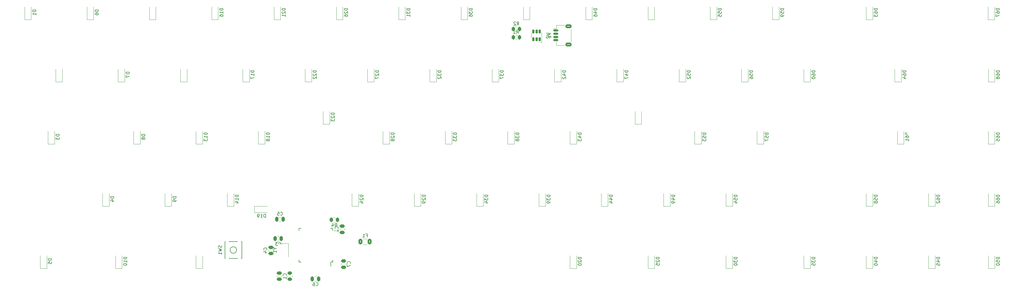
<source format=gbr>
%TF.GenerationSoftware,KiCad,Pcbnew,7.0.9*%
%TF.CreationDate,2023-11-09T15:49:42+02:00*%
%TF.ProjectId,keyboard,6b657962-6f61-4726-942e-6b696361645f,rev?*%
%TF.SameCoordinates,Original*%
%TF.FileFunction,Legend,Bot*%
%TF.FilePolarity,Positive*%
%FSLAX46Y46*%
G04 Gerber Fmt 4.6, Leading zero omitted, Abs format (unit mm)*
G04 Created by KiCad (PCBNEW 7.0.9) date 2023-11-09 15:49:42*
%MOMM*%
%LPD*%
G01*
G04 APERTURE LIST*
G04 Aperture macros list*
%AMRoundRect*
0 Rectangle with rounded corners*
0 $1 Rounding radius*
0 $2 $3 $4 $5 $6 $7 $8 $9 X,Y pos of 4 corners*
0 Add a 4 corners polygon primitive as box body*
4,1,4,$2,$3,$4,$5,$6,$7,$8,$9,$2,$3,0*
0 Add four circle primitives for the rounded corners*
1,1,$1+$1,$2,$3*
1,1,$1+$1,$4,$5*
1,1,$1+$1,$6,$7*
1,1,$1+$1,$8,$9*
0 Add four rect primitives between the rounded corners*
20,1,$1+$1,$2,$3,$4,$5,0*
20,1,$1+$1,$4,$5,$6,$7,0*
20,1,$1+$1,$6,$7,$8,$9,0*
20,1,$1+$1,$8,$9,$2,$3,0*%
G04 Aperture macros list end*
%ADD10C,0.150000*%
%ADD11C,0.120000*%
%ADD12C,3.048000*%
%ADD13C,3.987800*%
%ADD14C,1.750000*%
%ADD15C,2.250000*%
%ADD16C,10.200000*%
%ADD17C,2.300000*%
%ADD18R,1.200000X0.900000*%
%ADD19RoundRect,0.250000X-0.450000X0.262500X-0.450000X-0.262500X0.450000X-0.262500X0.450000X0.262500X0*%
%ADD20R,1.200000X1.400000*%
%ADD21RoundRect,0.250000X-0.475000X0.250000X-0.475000X-0.250000X0.475000X-0.250000X0.475000X0.250000X0*%
%ADD22RoundRect,0.250000X-0.262500X-0.450000X0.262500X-0.450000X0.262500X0.450000X-0.262500X0.450000X0*%
%ADD23RoundRect,0.150000X0.150000X-0.475000X0.150000X0.475000X-0.150000X0.475000X-0.150000X-0.475000X0*%
%ADD24RoundRect,0.250000X0.375000X0.625000X-0.375000X0.625000X-0.375000X-0.625000X0.375000X-0.625000X0*%
%ADD25RoundRect,0.250000X0.475000X-0.250000X0.475000X0.250000X-0.475000X0.250000X-0.475000X-0.250000X0*%
%ADD26R,0.550000X1.500000*%
%ADD27R,1.500000X0.550000*%
%ADD28R,1.100000X1.800000*%
%ADD29RoundRect,0.250000X0.250000X0.475000X-0.250000X0.475000X-0.250000X-0.475000X0.250000X-0.475000X0*%
%ADD30RoundRect,0.150000X-0.625000X0.150000X-0.625000X-0.150000X0.625000X-0.150000X0.625000X0.150000X0*%
%ADD31RoundRect,0.250000X-0.650000X0.350000X-0.650000X-0.350000X0.650000X-0.350000X0.650000X0.350000X0*%
%ADD32RoundRect,0.250000X0.262500X0.450000X-0.262500X0.450000X-0.262500X-0.450000X0.262500X-0.450000X0*%
%ADD33RoundRect,0.250000X-0.250000X-0.475000X0.250000X-0.475000X0.250000X0.475000X-0.250000X0.475000X0*%
%ADD34R,0.900000X1.200000*%
G04 APERTURE END LIST*
D10*
X142154819Y-297235714D02*
X141154819Y-297235714D01*
X141154819Y-297235714D02*
X141154819Y-297473809D01*
X141154819Y-297473809D02*
X141202438Y-297616666D01*
X141202438Y-297616666D02*
X141297676Y-297711904D01*
X141297676Y-297711904D02*
X141392914Y-297759523D01*
X141392914Y-297759523D02*
X141583390Y-297807142D01*
X141583390Y-297807142D02*
X141726247Y-297807142D01*
X141726247Y-297807142D02*
X141916723Y-297759523D01*
X141916723Y-297759523D02*
X142011961Y-297711904D01*
X142011961Y-297711904D02*
X142107200Y-297616666D01*
X142107200Y-297616666D02*
X142154819Y-297473809D01*
X142154819Y-297473809D02*
X142154819Y-297235714D01*
X142154819Y-298759523D02*
X142154819Y-298188095D01*
X142154819Y-298473809D02*
X141154819Y-298473809D01*
X141154819Y-298473809D02*
X141297676Y-298378571D01*
X141297676Y-298378571D02*
X141392914Y-298283333D01*
X141392914Y-298283333D02*
X141440533Y-298188095D01*
X141488152Y-299616666D02*
X142154819Y-299616666D01*
X141107200Y-299378571D02*
X141821485Y-299140476D01*
X141821485Y-299140476D02*
X141821485Y-299759523D01*
X165967319Y-259135714D02*
X164967319Y-259135714D01*
X164967319Y-259135714D02*
X164967319Y-259373809D01*
X164967319Y-259373809D02*
X165014938Y-259516666D01*
X165014938Y-259516666D02*
X165110176Y-259611904D01*
X165110176Y-259611904D02*
X165205414Y-259659523D01*
X165205414Y-259659523D02*
X165395890Y-259707142D01*
X165395890Y-259707142D02*
X165538747Y-259707142D01*
X165538747Y-259707142D02*
X165729223Y-259659523D01*
X165729223Y-259659523D02*
X165824461Y-259611904D01*
X165824461Y-259611904D02*
X165919700Y-259516666D01*
X165919700Y-259516666D02*
X165967319Y-259373809D01*
X165967319Y-259373809D02*
X165967319Y-259135714D01*
X165062557Y-260088095D02*
X165014938Y-260135714D01*
X165014938Y-260135714D02*
X164967319Y-260230952D01*
X164967319Y-260230952D02*
X164967319Y-260469047D01*
X164967319Y-260469047D02*
X165014938Y-260564285D01*
X165014938Y-260564285D02*
X165062557Y-260611904D01*
X165062557Y-260611904D02*
X165157795Y-260659523D01*
X165157795Y-260659523D02*
X165253033Y-260659523D01*
X165253033Y-260659523D02*
X165395890Y-260611904D01*
X165395890Y-260611904D02*
X165967319Y-260040476D01*
X165967319Y-260040476D02*
X165967319Y-260659523D01*
X165062557Y-261040476D02*
X165014938Y-261088095D01*
X165014938Y-261088095D02*
X164967319Y-261183333D01*
X164967319Y-261183333D02*
X164967319Y-261421428D01*
X164967319Y-261421428D02*
X165014938Y-261516666D01*
X165014938Y-261516666D02*
X165062557Y-261564285D01*
X165062557Y-261564285D02*
X165157795Y-261611904D01*
X165157795Y-261611904D02*
X165253033Y-261611904D01*
X165253033Y-261611904D02*
X165395890Y-261564285D01*
X165395890Y-261564285D02*
X165967319Y-260992857D01*
X165967319Y-260992857D02*
X165967319Y-261611904D01*
X261217319Y-259135714D02*
X260217319Y-259135714D01*
X260217319Y-259135714D02*
X260217319Y-259373809D01*
X260217319Y-259373809D02*
X260264938Y-259516666D01*
X260264938Y-259516666D02*
X260360176Y-259611904D01*
X260360176Y-259611904D02*
X260455414Y-259659523D01*
X260455414Y-259659523D02*
X260645890Y-259707142D01*
X260645890Y-259707142D02*
X260788747Y-259707142D01*
X260788747Y-259707142D02*
X260979223Y-259659523D01*
X260979223Y-259659523D02*
X261074461Y-259611904D01*
X261074461Y-259611904D02*
X261169700Y-259516666D01*
X261169700Y-259516666D02*
X261217319Y-259373809D01*
X261217319Y-259373809D02*
X261217319Y-259135714D01*
X260550652Y-260564285D02*
X261217319Y-260564285D01*
X260169700Y-260326190D02*
X260883985Y-260088095D01*
X260883985Y-260088095D02*
X260883985Y-260707142D01*
X260217319Y-260992857D02*
X260217319Y-261659523D01*
X260217319Y-261659523D02*
X261217319Y-261230952D01*
X280267319Y-259135714D02*
X279267319Y-259135714D01*
X279267319Y-259135714D02*
X279267319Y-259373809D01*
X279267319Y-259373809D02*
X279314938Y-259516666D01*
X279314938Y-259516666D02*
X279410176Y-259611904D01*
X279410176Y-259611904D02*
X279505414Y-259659523D01*
X279505414Y-259659523D02*
X279695890Y-259707142D01*
X279695890Y-259707142D02*
X279838747Y-259707142D01*
X279838747Y-259707142D02*
X280029223Y-259659523D01*
X280029223Y-259659523D02*
X280124461Y-259611904D01*
X280124461Y-259611904D02*
X280219700Y-259516666D01*
X280219700Y-259516666D02*
X280267319Y-259373809D01*
X280267319Y-259373809D02*
X280267319Y-259135714D01*
X279267319Y-260611904D02*
X279267319Y-260135714D01*
X279267319Y-260135714D02*
X279743509Y-260088095D01*
X279743509Y-260088095D02*
X279695890Y-260135714D01*
X279695890Y-260135714D02*
X279648271Y-260230952D01*
X279648271Y-260230952D02*
X279648271Y-260469047D01*
X279648271Y-260469047D02*
X279695890Y-260564285D01*
X279695890Y-260564285D02*
X279743509Y-260611904D01*
X279743509Y-260611904D02*
X279838747Y-260659523D01*
X279838747Y-260659523D02*
X280076842Y-260659523D01*
X280076842Y-260659523D02*
X280172080Y-260611904D01*
X280172080Y-260611904D02*
X280219700Y-260564285D01*
X280219700Y-260564285D02*
X280267319Y-260469047D01*
X280267319Y-260469047D02*
X280267319Y-260230952D01*
X280267319Y-260230952D02*
X280219700Y-260135714D01*
X280219700Y-260135714D02*
X280172080Y-260088095D01*
X279362557Y-261040476D02*
X279314938Y-261088095D01*
X279314938Y-261088095D02*
X279267319Y-261183333D01*
X279267319Y-261183333D02*
X279267319Y-261421428D01*
X279267319Y-261421428D02*
X279314938Y-261516666D01*
X279314938Y-261516666D02*
X279362557Y-261564285D01*
X279362557Y-261564285D02*
X279457795Y-261611904D01*
X279457795Y-261611904D02*
X279553033Y-261611904D01*
X279553033Y-261611904D02*
X279695890Y-261564285D01*
X279695890Y-261564285D02*
X280267319Y-260992857D01*
X280267319Y-260992857D02*
X280267319Y-261611904D01*
X199304819Y-297235714D02*
X198304819Y-297235714D01*
X198304819Y-297235714D02*
X198304819Y-297473809D01*
X198304819Y-297473809D02*
X198352438Y-297616666D01*
X198352438Y-297616666D02*
X198447676Y-297711904D01*
X198447676Y-297711904D02*
X198542914Y-297759523D01*
X198542914Y-297759523D02*
X198733390Y-297807142D01*
X198733390Y-297807142D02*
X198876247Y-297807142D01*
X198876247Y-297807142D02*
X199066723Y-297759523D01*
X199066723Y-297759523D02*
X199161961Y-297711904D01*
X199161961Y-297711904D02*
X199257200Y-297616666D01*
X199257200Y-297616666D02*
X199304819Y-297473809D01*
X199304819Y-297473809D02*
X199304819Y-297235714D01*
X198400057Y-298188095D02*
X198352438Y-298235714D01*
X198352438Y-298235714D02*
X198304819Y-298330952D01*
X198304819Y-298330952D02*
X198304819Y-298569047D01*
X198304819Y-298569047D02*
X198352438Y-298664285D01*
X198352438Y-298664285D02*
X198400057Y-298711904D01*
X198400057Y-298711904D02*
X198495295Y-298759523D01*
X198495295Y-298759523D02*
X198590533Y-298759523D01*
X198590533Y-298759523D02*
X198733390Y-298711904D01*
X198733390Y-298711904D02*
X199304819Y-298140476D01*
X199304819Y-298140476D02*
X199304819Y-298759523D01*
X199304819Y-299235714D02*
X199304819Y-299426190D01*
X199304819Y-299426190D02*
X199257200Y-299521428D01*
X199257200Y-299521428D02*
X199209580Y-299569047D01*
X199209580Y-299569047D02*
X199066723Y-299664285D01*
X199066723Y-299664285D02*
X198876247Y-299711904D01*
X198876247Y-299711904D02*
X198495295Y-299711904D01*
X198495295Y-299711904D02*
X198400057Y-299664285D01*
X198400057Y-299664285D02*
X198352438Y-299616666D01*
X198352438Y-299616666D02*
X198304819Y-299521428D01*
X198304819Y-299521428D02*
X198304819Y-299330952D01*
X198304819Y-299330952D02*
X198352438Y-299235714D01*
X198352438Y-299235714D02*
X198400057Y-299188095D01*
X198400057Y-299188095D02*
X198495295Y-299140476D01*
X198495295Y-299140476D02*
X198733390Y-299140476D01*
X198733390Y-299140476D02*
X198828628Y-299188095D01*
X198828628Y-299188095D02*
X198876247Y-299235714D01*
X198876247Y-299235714D02*
X198923866Y-299330952D01*
X198923866Y-299330952D02*
X198923866Y-299521428D01*
X198923866Y-299521428D02*
X198876247Y-299616666D01*
X198876247Y-299616666D02*
X198828628Y-299664285D01*
X198828628Y-299664285D02*
X198733390Y-299711904D01*
X153318628Y-313637809D02*
X153794819Y-313637809D01*
X152794819Y-313304476D02*
X153318628Y-313637809D01*
X153318628Y-313637809D02*
X152794819Y-313971142D01*
X153794819Y-314828285D02*
X153794819Y-314256857D01*
X153794819Y-314542571D02*
X152794819Y-314542571D01*
X152794819Y-314542571D02*
X152937676Y-314447333D01*
X152937676Y-314447333D02*
X153032914Y-314352095D01*
X153032914Y-314352095D02*
X153080533Y-314256857D01*
X172542580Y-307554333D02*
X172590200Y-307506714D01*
X172590200Y-307506714D02*
X172637819Y-307363857D01*
X172637819Y-307363857D02*
X172637819Y-307268619D01*
X172637819Y-307268619D02*
X172590200Y-307125762D01*
X172590200Y-307125762D02*
X172494961Y-307030524D01*
X172494961Y-307030524D02*
X172399723Y-306982905D01*
X172399723Y-306982905D02*
X172209247Y-306935286D01*
X172209247Y-306935286D02*
X172066390Y-306935286D01*
X172066390Y-306935286D02*
X171875914Y-306982905D01*
X171875914Y-306982905D02*
X171780676Y-307030524D01*
X171780676Y-307030524D02*
X171685438Y-307125762D01*
X171685438Y-307125762D02*
X171637819Y-307268619D01*
X171637819Y-307268619D02*
X171637819Y-307363857D01*
X171637819Y-307363857D02*
X171685438Y-307506714D01*
X171685438Y-307506714D02*
X171733057Y-307554333D01*
X171733057Y-307935286D02*
X171685438Y-307982905D01*
X171685438Y-307982905D02*
X171637819Y-308078143D01*
X171637819Y-308078143D02*
X171637819Y-308316238D01*
X171637819Y-308316238D02*
X171685438Y-308411476D01*
X171685438Y-308411476D02*
X171733057Y-308459095D01*
X171733057Y-308459095D02*
X171828295Y-308506714D01*
X171828295Y-308506714D02*
X171923533Y-308506714D01*
X171923533Y-308506714D02*
X172066390Y-308459095D01*
X172066390Y-308459095D02*
X172637819Y-307887667D01*
X172637819Y-307887667D02*
X172637819Y-308506714D01*
X242167319Y-259135714D02*
X241167319Y-259135714D01*
X241167319Y-259135714D02*
X241167319Y-259373809D01*
X241167319Y-259373809D02*
X241214938Y-259516666D01*
X241214938Y-259516666D02*
X241310176Y-259611904D01*
X241310176Y-259611904D02*
X241405414Y-259659523D01*
X241405414Y-259659523D02*
X241595890Y-259707142D01*
X241595890Y-259707142D02*
X241738747Y-259707142D01*
X241738747Y-259707142D02*
X241929223Y-259659523D01*
X241929223Y-259659523D02*
X242024461Y-259611904D01*
X242024461Y-259611904D02*
X242119700Y-259516666D01*
X242119700Y-259516666D02*
X242167319Y-259373809D01*
X242167319Y-259373809D02*
X242167319Y-259135714D01*
X241500652Y-260564285D02*
X242167319Y-260564285D01*
X241119700Y-260326190D02*
X241833985Y-260088095D01*
X241833985Y-260088095D02*
X241833985Y-260707142D01*
X241262557Y-261040476D02*
X241214938Y-261088095D01*
X241214938Y-261088095D02*
X241167319Y-261183333D01*
X241167319Y-261183333D02*
X241167319Y-261421428D01*
X241167319Y-261421428D02*
X241214938Y-261516666D01*
X241214938Y-261516666D02*
X241262557Y-261564285D01*
X241262557Y-261564285D02*
X241357795Y-261611904D01*
X241357795Y-261611904D02*
X241453033Y-261611904D01*
X241453033Y-261611904D02*
X241595890Y-261564285D01*
X241595890Y-261564285D02*
X242167319Y-260992857D01*
X242167319Y-260992857D02*
X242167319Y-261611904D01*
X374691819Y-240085714D02*
X373691819Y-240085714D01*
X373691819Y-240085714D02*
X373691819Y-240323809D01*
X373691819Y-240323809D02*
X373739438Y-240466666D01*
X373739438Y-240466666D02*
X373834676Y-240561904D01*
X373834676Y-240561904D02*
X373929914Y-240609523D01*
X373929914Y-240609523D02*
X374120390Y-240657142D01*
X374120390Y-240657142D02*
X374263247Y-240657142D01*
X374263247Y-240657142D02*
X374453723Y-240609523D01*
X374453723Y-240609523D02*
X374548961Y-240561904D01*
X374548961Y-240561904D02*
X374644200Y-240466666D01*
X374644200Y-240466666D02*
X374691819Y-240323809D01*
X374691819Y-240323809D02*
X374691819Y-240085714D01*
X373691819Y-241514285D02*
X373691819Y-241323809D01*
X373691819Y-241323809D02*
X373739438Y-241228571D01*
X373739438Y-241228571D02*
X373787057Y-241180952D01*
X373787057Y-241180952D02*
X373929914Y-241085714D01*
X373929914Y-241085714D02*
X374120390Y-241038095D01*
X374120390Y-241038095D02*
X374501342Y-241038095D01*
X374501342Y-241038095D02*
X374596580Y-241085714D01*
X374596580Y-241085714D02*
X374644200Y-241133333D01*
X374644200Y-241133333D02*
X374691819Y-241228571D01*
X374691819Y-241228571D02*
X374691819Y-241419047D01*
X374691819Y-241419047D02*
X374644200Y-241514285D01*
X374644200Y-241514285D02*
X374596580Y-241561904D01*
X374596580Y-241561904D02*
X374501342Y-241609523D01*
X374501342Y-241609523D02*
X374263247Y-241609523D01*
X374263247Y-241609523D02*
X374168009Y-241561904D01*
X374168009Y-241561904D02*
X374120390Y-241514285D01*
X374120390Y-241514285D02*
X374072771Y-241419047D01*
X374072771Y-241419047D02*
X374072771Y-241228571D01*
X374072771Y-241228571D02*
X374120390Y-241133333D01*
X374120390Y-241133333D02*
X374168009Y-241085714D01*
X374168009Y-241085714D02*
X374263247Y-241038095D01*
X373691819Y-241942857D02*
X373691819Y-242609523D01*
X373691819Y-242609523D02*
X374691819Y-242180952D01*
X346148569Y-259135714D02*
X345148569Y-259135714D01*
X345148569Y-259135714D02*
X345148569Y-259373809D01*
X345148569Y-259373809D02*
X345196188Y-259516666D01*
X345196188Y-259516666D02*
X345291426Y-259611904D01*
X345291426Y-259611904D02*
X345386664Y-259659523D01*
X345386664Y-259659523D02*
X345577140Y-259707142D01*
X345577140Y-259707142D02*
X345719997Y-259707142D01*
X345719997Y-259707142D02*
X345910473Y-259659523D01*
X345910473Y-259659523D02*
X346005711Y-259611904D01*
X346005711Y-259611904D02*
X346100950Y-259516666D01*
X346100950Y-259516666D02*
X346148569Y-259373809D01*
X346148569Y-259373809D02*
X346148569Y-259135714D01*
X345148569Y-260564285D02*
X345148569Y-260373809D01*
X345148569Y-260373809D02*
X345196188Y-260278571D01*
X345196188Y-260278571D02*
X345243807Y-260230952D01*
X345243807Y-260230952D02*
X345386664Y-260135714D01*
X345386664Y-260135714D02*
X345577140Y-260088095D01*
X345577140Y-260088095D02*
X345958092Y-260088095D01*
X345958092Y-260088095D02*
X346053330Y-260135714D01*
X346053330Y-260135714D02*
X346100950Y-260183333D01*
X346100950Y-260183333D02*
X346148569Y-260278571D01*
X346148569Y-260278571D02*
X346148569Y-260469047D01*
X346148569Y-260469047D02*
X346100950Y-260564285D01*
X346100950Y-260564285D02*
X346053330Y-260611904D01*
X346053330Y-260611904D02*
X345958092Y-260659523D01*
X345958092Y-260659523D02*
X345719997Y-260659523D01*
X345719997Y-260659523D02*
X345624759Y-260611904D01*
X345624759Y-260611904D02*
X345577140Y-260564285D01*
X345577140Y-260564285D02*
X345529521Y-260469047D01*
X345529521Y-260469047D02*
X345529521Y-260278571D01*
X345529521Y-260278571D02*
X345577140Y-260183333D01*
X345577140Y-260183333D02*
X345624759Y-260135714D01*
X345624759Y-260135714D02*
X345719997Y-260088095D01*
X345481902Y-261516666D02*
X346148569Y-261516666D01*
X345100950Y-261278571D02*
X345815235Y-261040476D01*
X345815235Y-261040476D02*
X345815235Y-261659523D01*
X99292319Y-240561905D02*
X98292319Y-240561905D01*
X98292319Y-240561905D02*
X98292319Y-240800000D01*
X98292319Y-240800000D02*
X98339938Y-240942857D01*
X98339938Y-240942857D02*
X98435176Y-241038095D01*
X98435176Y-241038095D02*
X98530414Y-241085714D01*
X98530414Y-241085714D02*
X98720890Y-241133333D01*
X98720890Y-241133333D02*
X98863747Y-241133333D01*
X98863747Y-241133333D02*
X99054223Y-241085714D01*
X99054223Y-241085714D02*
X99149461Y-241038095D01*
X99149461Y-241038095D02*
X99244700Y-240942857D01*
X99244700Y-240942857D02*
X99292319Y-240800000D01*
X99292319Y-240800000D02*
X99292319Y-240561905D01*
X98292319Y-241990476D02*
X98292319Y-241800000D01*
X98292319Y-241800000D02*
X98339938Y-241704762D01*
X98339938Y-241704762D02*
X98387557Y-241657143D01*
X98387557Y-241657143D02*
X98530414Y-241561905D01*
X98530414Y-241561905D02*
X98720890Y-241514286D01*
X98720890Y-241514286D02*
X99101842Y-241514286D01*
X99101842Y-241514286D02*
X99197080Y-241561905D01*
X99197080Y-241561905D02*
X99244700Y-241609524D01*
X99244700Y-241609524D02*
X99292319Y-241704762D01*
X99292319Y-241704762D02*
X99292319Y-241895238D01*
X99292319Y-241895238D02*
X99244700Y-241990476D01*
X99244700Y-241990476D02*
X99197080Y-242038095D01*
X99197080Y-242038095D02*
X99101842Y-242085714D01*
X99101842Y-242085714D02*
X98863747Y-242085714D01*
X98863747Y-242085714D02*
X98768509Y-242038095D01*
X98768509Y-242038095D02*
X98720890Y-241990476D01*
X98720890Y-241990476D02*
X98673271Y-241895238D01*
X98673271Y-241895238D02*
X98673271Y-241704762D01*
X98673271Y-241704762D02*
X98720890Y-241609524D01*
X98720890Y-241609524D02*
X98768509Y-241561905D01*
X98768509Y-241561905D02*
X98863747Y-241514286D01*
X87386069Y-278661905D02*
X86386069Y-278661905D01*
X86386069Y-278661905D02*
X86386069Y-278900000D01*
X86386069Y-278900000D02*
X86433688Y-279042857D01*
X86433688Y-279042857D02*
X86528926Y-279138095D01*
X86528926Y-279138095D02*
X86624164Y-279185714D01*
X86624164Y-279185714D02*
X86814640Y-279233333D01*
X86814640Y-279233333D02*
X86957497Y-279233333D01*
X86957497Y-279233333D02*
X87147973Y-279185714D01*
X87147973Y-279185714D02*
X87243211Y-279138095D01*
X87243211Y-279138095D02*
X87338450Y-279042857D01*
X87338450Y-279042857D02*
X87386069Y-278900000D01*
X87386069Y-278900000D02*
X87386069Y-278661905D01*
X86386069Y-279566667D02*
X86386069Y-280185714D01*
X86386069Y-280185714D02*
X86767021Y-279852381D01*
X86767021Y-279852381D02*
X86767021Y-279995238D01*
X86767021Y-279995238D02*
X86814640Y-280090476D01*
X86814640Y-280090476D02*
X86862259Y-280138095D01*
X86862259Y-280138095D02*
X86957497Y-280185714D01*
X86957497Y-280185714D02*
X87195592Y-280185714D01*
X87195592Y-280185714D02*
X87290830Y-280138095D01*
X87290830Y-280138095D02*
X87338450Y-280090476D01*
X87338450Y-280090476D02*
X87386069Y-279995238D01*
X87386069Y-279995238D02*
X87386069Y-279709524D01*
X87386069Y-279709524D02*
X87338450Y-279614286D01*
X87338450Y-279614286D02*
X87290830Y-279566667D01*
X337417319Y-316285714D02*
X336417319Y-316285714D01*
X336417319Y-316285714D02*
X336417319Y-316523809D01*
X336417319Y-316523809D02*
X336464938Y-316666666D01*
X336464938Y-316666666D02*
X336560176Y-316761904D01*
X336560176Y-316761904D02*
X336655414Y-316809523D01*
X336655414Y-316809523D02*
X336845890Y-316857142D01*
X336845890Y-316857142D02*
X336988747Y-316857142D01*
X336988747Y-316857142D02*
X337179223Y-316809523D01*
X337179223Y-316809523D02*
X337274461Y-316761904D01*
X337274461Y-316761904D02*
X337369700Y-316666666D01*
X337369700Y-316666666D02*
X337417319Y-316523809D01*
X337417319Y-316523809D02*
X337417319Y-316285714D01*
X336750652Y-317714285D02*
X337417319Y-317714285D01*
X336369700Y-317476190D02*
X337083985Y-317238095D01*
X337083985Y-317238095D02*
X337083985Y-317857142D01*
X336417319Y-318428571D02*
X336417319Y-318523809D01*
X336417319Y-318523809D02*
X336464938Y-318619047D01*
X336464938Y-318619047D02*
X336512557Y-318666666D01*
X336512557Y-318666666D02*
X336607795Y-318714285D01*
X336607795Y-318714285D02*
X336798271Y-318761904D01*
X336798271Y-318761904D02*
X337036366Y-318761904D01*
X337036366Y-318761904D02*
X337226842Y-318714285D01*
X337226842Y-318714285D02*
X337322080Y-318666666D01*
X337322080Y-318666666D02*
X337369700Y-318619047D01*
X337369700Y-318619047D02*
X337417319Y-318523809D01*
X337417319Y-318523809D02*
X337417319Y-318428571D01*
X337417319Y-318428571D02*
X337369700Y-318333333D01*
X337369700Y-318333333D02*
X337322080Y-318285714D01*
X337322080Y-318285714D02*
X337226842Y-318238095D01*
X337226842Y-318238095D02*
X337036366Y-318190476D01*
X337036366Y-318190476D02*
X336798271Y-318190476D01*
X336798271Y-318190476D02*
X336607795Y-318238095D01*
X336607795Y-318238095D02*
X336512557Y-318285714D01*
X336512557Y-318285714D02*
X336464938Y-318333333D01*
X336464938Y-318333333D02*
X336417319Y-318428571D01*
X146917319Y-259135714D02*
X145917319Y-259135714D01*
X145917319Y-259135714D02*
X145917319Y-259373809D01*
X145917319Y-259373809D02*
X145964938Y-259516666D01*
X145964938Y-259516666D02*
X146060176Y-259611904D01*
X146060176Y-259611904D02*
X146155414Y-259659523D01*
X146155414Y-259659523D02*
X146345890Y-259707142D01*
X146345890Y-259707142D02*
X146488747Y-259707142D01*
X146488747Y-259707142D02*
X146679223Y-259659523D01*
X146679223Y-259659523D02*
X146774461Y-259611904D01*
X146774461Y-259611904D02*
X146869700Y-259516666D01*
X146869700Y-259516666D02*
X146917319Y-259373809D01*
X146917319Y-259373809D02*
X146917319Y-259135714D01*
X146917319Y-260659523D02*
X146917319Y-260088095D01*
X146917319Y-260373809D02*
X145917319Y-260373809D01*
X145917319Y-260373809D02*
X146060176Y-260278571D01*
X146060176Y-260278571D02*
X146155414Y-260183333D01*
X146155414Y-260183333D02*
X146203033Y-260088095D01*
X145917319Y-260992857D02*
X145917319Y-261659523D01*
X145917319Y-261659523D02*
X146917319Y-261230952D01*
X185017319Y-259135714D02*
X184017319Y-259135714D01*
X184017319Y-259135714D02*
X184017319Y-259373809D01*
X184017319Y-259373809D02*
X184064938Y-259516666D01*
X184064938Y-259516666D02*
X184160176Y-259611904D01*
X184160176Y-259611904D02*
X184255414Y-259659523D01*
X184255414Y-259659523D02*
X184445890Y-259707142D01*
X184445890Y-259707142D02*
X184588747Y-259707142D01*
X184588747Y-259707142D02*
X184779223Y-259659523D01*
X184779223Y-259659523D02*
X184874461Y-259611904D01*
X184874461Y-259611904D02*
X184969700Y-259516666D01*
X184969700Y-259516666D02*
X185017319Y-259373809D01*
X185017319Y-259373809D02*
X185017319Y-259135714D01*
X184112557Y-260088095D02*
X184064938Y-260135714D01*
X184064938Y-260135714D02*
X184017319Y-260230952D01*
X184017319Y-260230952D02*
X184017319Y-260469047D01*
X184017319Y-260469047D02*
X184064938Y-260564285D01*
X184064938Y-260564285D02*
X184112557Y-260611904D01*
X184112557Y-260611904D02*
X184207795Y-260659523D01*
X184207795Y-260659523D02*
X184303033Y-260659523D01*
X184303033Y-260659523D02*
X184445890Y-260611904D01*
X184445890Y-260611904D02*
X185017319Y-260040476D01*
X185017319Y-260040476D02*
X185017319Y-260659523D01*
X184017319Y-260992857D02*
X184017319Y-261659523D01*
X184017319Y-261659523D02*
X185017319Y-261230952D01*
X374723569Y-316285714D02*
X373723569Y-316285714D01*
X373723569Y-316285714D02*
X373723569Y-316523809D01*
X373723569Y-316523809D02*
X373771188Y-316666666D01*
X373771188Y-316666666D02*
X373866426Y-316761904D01*
X373866426Y-316761904D02*
X373961664Y-316809523D01*
X373961664Y-316809523D02*
X374152140Y-316857142D01*
X374152140Y-316857142D02*
X374294997Y-316857142D01*
X374294997Y-316857142D02*
X374485473Y-316809523D01*
X374485473Y-316809523D02*
X374580711Y-316761904D01*
X374580711Y-316761904D02*
X374675950Y-316666666D01*
X374675950Y-316666666D02*
X374723569Y-316523809D01*
X374723569Y-316523809D02*
X374723569Y-316285714D01*
X373723569Y-317761904D02*
X373723569Y-317285714D01*
X373723569Y-317285714D02*
X374199759Y-317238095D01*
X374199759Y-317238095D02*
X374152140Y-317285714D01*
X374152140Y-317285714D02*
X374104521Y-317380952D01*
X374104521Y-317380952D02*
X374104521Y-317619047D01*
X374104521Y-317619047D02*
X374152140Y-317714285D01*
X374152140Y-317714285D02*
X374199759Y-317761904D01*
X374199759Y-317761904D02*
X374294997Y-317809523D01*
X374294997Y-317809523D02*
X374533092Y-317809523D01*
X374533092Y-317809523D02*
X374628330Y-317761904D01*
X374628330Y-317761904D02*
X374675950Y-317714285D01*
X374675950Y-317714285D02*
X374723569Y-317619047D01*
X374723569Y-317619047D02*
X374723569Y-317380952D01*
X374723569Y-317380952D02*
X374675950Y-317285714D01*
X374675950Y-317285714D02*
X374628330Y-317238095D01*
X373723569Y-318428571D02*
X373723569Y-318523809D01*
X373723569Y-318523809D02*
X373771188Y-318619047D01*
X373771188Y-318619047D02*
X373818807Y-318666666D01*
X373818807Y-318666666D02*
X373914045Y-318714285D01*
X373914045Y-318714285D02*
X374104521Y-318761904D01*
X374104521Y-318761904D02*
X374342616Y-318761904D01*
X374342616Y-318761904D02*
X374533092Y-318714285D01*
X374533092Y-318714285D02*
X374628330Y-318666666D01*
X374628330Y-318666666D02*
X374675950Y-318619047D01*
X374675950Y-318619047D02*
X374723569Y-318523809D01*
X374723569Y-318523809D02*
X374723569Y-318428571D01*
X374723569Y-318428571D02*
X374675950Y-318333333D01*
X374675950Y-318333333D02*
X374628330Y-318285714D01*
X374628330Y-318285714D02*
X374533092Y-318238095D01*
X374533092Y-318238095D02*
X374342616Y-318190476D01*
X374342616Y-318190476D02*
X374104521Y-318190476D01*
X374104521Y-318190476D02*
X373914045Y-318238095D01*
X373914045Y-318238095D02*
X373818807Y-318285714D01*
X373818807Y-318285714D02*
X373771188Y-318333333D01*
X373771188Y-318333333D02*
X373723569Y-318428571D01*
X374723569Y-278185714D02*
X373723569Y-278185714D01*
X373723569Y-278185714D02*
X373723569Y-278423809D01*
X373723569Y-278423809D02*
X373771188Y-278566666D01*
X373771188Y-278566666D02*
X373866426Y-278661904D01*
X373866426Y-278661904D02*
X373961664Y-278709523D01*
X373961664Y-278709523D02*
X374152140Y-278757142D01*
X374152140Y-278757142D02*
X374294997Y-278757142D01*
X374294997Y-278757142D02*
X374485473Y-278709523D01*
X374485473Y-278709523D02*
X374580711Y-278661904D01*
X374580711Y-278661904D02*
X374675950Y-278566666D01*
X374675950Y-278566666D02*
X374723569Y-278423809D01*
X374723569Y-278423809D02*
X374723569Y-278185714D01*
X373723569Y-279614285D02*
X373723569Y-279423809D01*
X373723569Y-279423809D02*
X373771188Y-279328571D01*
X373771188Y-279328571D02*
X373818807Y-279280952D01*
X373818807Y-279280952D02*
X373961664Y-279185714D01*
X373961664Y-279185714D02*
X374152140Y-279138095D01*
X374152140Y-279138095D02*
X374533092Y-279138095D01*
X374533092Y-279138095D02*
X374628330Y-279185714D01*
X374628330Y-279185714D02*
X374675950Y-279233333D01*
X374675950Y-279233333D02*
X374723569Y-279328571D01*
X374723569Y-279328571D02*
X374723569Y-279519047D01*
X374723569Y-279519047D02*
X374675950Y-279614285D01*
X374675950Y-279614285D02*
X374628330Y-279661904D01*
X374628330Y-279661904D02*
X374533092Y-279709523D01*
X374533092Y-279709523D02*
X374294997Y-279709523D01*
X374294997Y-279709523D02*
X374199759Y-279661904D01*
X374199759Y-279661904D02*
X374152140Y-279614285D01*
X374152140Y-279614285D02*
X374104521Y-279519047D01*
X374104521Y-279519047D02*
X374104521Y-279328571D01*
X374104521Y-279328571D02*
X374152140Y-279233333D01*
X374152140Y-279233333D02*
X374199759Y-279185714D01*
X374199759Y-279185714D02*
X374294997Y-279138095D01*
X373723569Y-280614285D02*
X373723569Y-280138095D01*
X373723569Y-280138095D02*
X374199759Y-280090476D01*
X374199759Y-280090476D02*
X374152140Y-280138095D01*
X374152140Y-280138095D02*
X374104521Y-280233333D01*
X374104521Y-280233333D02*
X374104521Y-280471428D01*
X374104521Y-280471428D02*
X374152140Y-280566666D01*
X374152140Y-280566666D02*
X374199759Y-280614285D01*
X374199759Y-280614285D02*
X374294997Y-280661904D01*
X374294997Y-280661904D02*
X374533092Y-280661904D01*
X374533092Y-280661904D02*
X374628330Y-280614285D01*
X374628330Y-280614285D02*
X374675950Y-280566666D01*
X374675950Y-280566666D02*
X374723569Y-280471428D01*
X374723569Y-280471428D02*
X374723569Y-280233333D01*
X374723569Y-280233333D02*
X374675950Y-280138095D01*
X374675950Y-280138095D02*
X374628330Y-280090476D01*
X294554819Y-297235714D02*
X293554819Y-297235714D01*
X293554819Y-297235714D02*
X293554819Y-297473809D01*
X293554819Y-297473809D02*
X293602438Y-297616666D01*
X293602438Y-297616666D02*
X293697676Y-297711904D01*
X293697676Y-297711904D02*
X293792914Y-297759523D01*
X293792914Y-297759523D02*
X293983390Y-297807142D01*
X293983390Y-297807142D02*
X294126247Y-297807142D01*
X294126247Y-297807142D02*
X294316723Y-297759523D01*
X294316723Y-297759523D02*
X294411961Y-297711904D01*
X294411961Y-297711904D02*
X294507200Y-297616666D01*
X294507200Y-297616666D02*
X294554819Y-297473809D01*
X294554819Y-297473809D02*
X294554819Y-297235714D01*
X293554819Y-298711904D02*
X293554819Y-298235714D01*
X293554819Y-298235714D02*
X294031009Y-298188095D01*
X294031009Y-298188095D02*
X293983390Y-298235714D01*
X293983390Y-298235714D02*
X293935771Y-298330952D01*
X293935771Y-298330952D02*
X293935771Y-298569047D01*
X293935771Y-298569047D02*
X293983390Y-298664285D01*
X293983390Y-298664285D02*
X294031009Y-298711904D01*
X294031009Y-298711904D02*
X294126247Y-298759523D01*
X294126247Y-298759523D02*
X294364342Y-298759523D01*
X294364342Y-298759523D02*
X294459580Y-298711904D01*
X294459580Y-298711904D02*
X294507200Y-298664285D01*
X294507200Y-298664285D02*
X294554819Y-298569047D01*
X294554819Y-298569047D02*
X294554819Y-298330952D01*
X294554819Y-298330952D02*
X294507200Y-298235714D01*
X294507200Y-298235714D02*
X294459580Y-298188095D01*
X293888152Y-299616666D02*
X294554819Y-299616666D01*
X293507200Y-299378571D02*
X294221485Y-299140476D01*
X294221485Y-299140476D02*
X294221485Y-299759523D01*
X356467319Y-316285714D02*
X355467319Y-316285714D01*
X355467319Y-316285714D02*
X355467319Y-316523809D01*
X355467319Y-316523809D02*
X355514938Y-316666666D01*
X355514938Y-316666666D02*
X355610176Y-316761904D01*
X355610176Y-316761904D02*
X355705414Y-316809523D01*
X355705414Y-316809523D02*
X355895890Y-316857142D01*
X355895890Y-316857142D02*
X356038747Y-316857142D01*
X356038747Y-316857142D02*
X356229223Y-316809523D01*
X356229223Y-316809523D02*
X356324461Y-316761904D01*
X356324461Y-316761904D02*
X356419700Y-316666666D01*
X356419700Y-316666666D02*
X356467319Y-316523809D01*
X356467319Y-316523809D02*
X356467319Y-316285714D01*
X355800652Y-317714285D02*
X356467319Y-317714285D01*
X355419700Y-317476190D02*
X356133985Y-317238095D01*
X356133985Y-317238095D02*
X356133985Y-317857142D01*
X355467319Y-318714285D02*
X355467319Y-318238095D01*
X355467319Y-318238095D02*
X355943509Y-318190476D01*
X355943509Y-318190476D02*
X355895890Y-318238095D01*
X355895890Y-318238095D02*
X355848271Y-318333333D01*
X355848271Y-318333333D02*
X355848271Y-318571428D01*
X355848271Y-318571428D02*
X355895890Y-318666666D01*
X355895890Y-318666666D02*
X355943509Y-318714285D01*
X355943509Y-318714285D02*
X356038747Y-318761904D01*
X356038747Y-318761904D02*
X356276842Y-318761904D01*
X356276842Y-318761904D02*
X356372080Y-318714285D01*
X356372080Y-318714285D02*
X356419700Y-318666666D01*
X356419700Y-318666666D02*
X356467319Y-318571428D01*
X356467319Y-318571428D02*
X356467319Y-318333333D01*
X356467319Y-318333333D02*
X356419700Y-318238095D01*
X356419700Y-318238095D02*
X356372080Y-318190476D01*
X337417319Y-240085714D02*
X336417319Y-240085714D01*
X336417319Y-240085714D02*
X336417319Y-240323809D01*
X336417319Y-240323809D02*
X336464938Y-240466666D01*
X336464938Y-240466666D02*
X336560176Y-240561904D01*
X336560176Y-240561904D02*
X336655414Y-240609523D01*
X336655414Y-240609523D02*
X336845890Y-240657142D01*
X336845890Y-240657142D02*
X336988747Y-240657142D01*
X336988747Y-240657142D02*
X337179223Y-240609523D01*
X337179223Y-240609523D02*
X337274461Y-240561904D01*
X337274461Y-240561904D02*
X337369700Y-240466666D01*
X337369700Y-240466666D02*
X337417319Y-240323809D01*
X337417319Y-240323809D02*
X337417319Y-240085714D01*
X336417319Y-241514285D02*
X336417319Y-241323809D01*
X336417319Y-241323809D02*
X336464938Y-241228571D01*
X336464938Y-241228571D02*
X336512557Y-241180952D01*
X336512557Y-241180952D02*
X336655414Y-241085714D01*
X336655414Y-241085714D02*
X336845890Y-241038095D01*
X336845890Y-241038095D02*
X337226842Y-241038095D01*
X337226842Y-241038095D02*
X337322080Y-241085714D01*
X337322080Y-241085714D02*
X337369700Y-241133333D01*
X337369700Y-241133333D02*
X337417319Y-241228571D01*
X337417319Y-241228571D02*
X337417319Y-241419047D01*
X337417319Y-241419047D02*
X337369700Y-241514285D01*
X337369700Y-241514285D02*
X337322080Y-241561904D01*
X337322080Y-241561904D02*
X337226842Y-241609523D01*
X337226842Y-241609523D02*
X336988747Y-241609523D01*
X336988747Y-241609523D02*
X336893509Y-241561904D01*
X336893509Y-241561904D02*
X336845890Y-241514285D01*
X336845890Y-241514285D02*
X336798271Y-241419047D01*
X336798271Y-241419047D02*
X336798271Y-241228571D01*
X336798271Y-241228571D02*
X336845890Y-241133333D01*
X336845890Y-241133333D02*
X336893509Y-241085714D01*
X336893509Y-241085714D02*
X336988747Y-241038095D01*
X336417319Y-241942857D02*
X336417319Y-242561904D01*
X336417319Y-242561904D02*
X336798271Y-242228571D01*
X336798271Y-242228571D02*
X336798271Y-242371428D01*
X336798271Y-242371428D02*
X336845890Y-242466666D01*
X336845890Y-242466666D02*
X336893509Y-242514285D01*
X336893509Y-242514285D02*
X336988747Y-242561904D01*
X336988747Y-242561904D02*
X337226842Y-242561904D01*
X337226842Y-242561904D02*
X337322080Y-242514285D01*
X337322080Y-242514285D02*
X337369700Y-242466666D01*
X337369700Y-242466666D02*
X337417319Y-242371428D01*
X337417319Y-242371428D02*
X337417319Y-242085714D01*
X337417319Y-242085714D02*
X337369700Y-241990476D01*
X337369700Y-241990476D02*
X337322080Y-241942857D01*
X227879819Y-278185714D02*
X226879819Y-278185714D01*
X226879819Y-278185714D02*
X226879819Y-278423809D01*
X226879819Y-278423809D02*
X226927438Y-278566666D01*
X226927438Y-278566666D02*
X227022676Y-278661904D01*
X227022676Y-278661904D02*
X227117914Y-278709523D01*
X227117914Y-278709523D02*
X227308390Y-278757142D01*
X227308390Y-278757142D02*
X227451247Y-278757142D01*
X227451247Y-278757142D02*
X227641723Y-278709523D01*
X227641723Y-278709523D02*
X227736961Y-278661904D01*
X227736961Y-278661904D02*
X227832200Y-278566666D01*
X227832200Y-278566666D02*
X227879819Y-278423809D01*
X227879819Y-278423809D02*
X227879819Y-278185714D01*
X226879819Y-279090476D02*
X226879819Y-279709523D01*
X226879819Y-279709523D02*
X227260771Y-279376190D01*
X227260771Y-279376190D02*
X227260771Y-279519047D01*
X227260771Y-279519047D02*
X227308390Y-279614285D01*
X227308390Y-279614285D02*
X227356009Y-279661904D01*
X227356009Y-279661904D02*
X227451247Y-279709523D01*
X227451247Y-279709523D02*
X227689342Y-279709523D01*
X227689342Y-279709523D02*
X227784580Y-279661904D01*
X227784580Y-279661904D02*
X227832200Y-279614285D01*
X227832200Y-279614285D02*
X227879819Y-279519047D01*
X227879819Y-279519047D02*
X227879819Y-279233333D01*
X227879819Y-279233333D02*
X227832200Y-279138095D01*
X227832200Y-279138095D02*
X227784580Y-279090476D01*
X227308390Y-280280952D02*
X227260771Y-280185714D01*
X227260771Y-280185714D02*
X227213152Y-280138095D01*
X227213152Y-280138095D02*
X227117914Y-280090476D01*
X227117914Y-280090476D02*
X227070295Y-280090476D01*
X227070295Y-280090476D02*
X226975057Y-280138095D01*
X226975057Y-280138095D02*
X226927438Y-280185714D01*
X226927438Y-280185714D02*
X226879819Y-280280952D01*
X226879819Y-280280952D02*
X226879819Y-280471428D01*
X226879819Y-280471428D02*
X226927438Y-280566666D01*
X226927438Y-280566666D02*
X226975057Y-280614285D01*
X226975057Y-280614285D02*
X227070295Y-280661904D01*
X227070295Y-280661904D02*
X227117914Y-280661904D01*
X227117914Y-280661904D02*
X227213152Y-280614285D01*
X227213152Y-280614285D02*
X227260771Y-280566666D01*
X227260771Y-280566666D02*
X227308390Y-280471428D01*
X227308390Y-280471428D02*
X227308390Y-280280952D01*
X227308390Y-280280952D02*
X227356009Y-280185714D01*
X227356009Y-280185714D02*
X227403628Y-280138095D01*
X227403628Y-280138095D02*
X227498866Y-280090476D01*
X227498866Y-280090476D02*
X227689342Y-280090476D01*
X227689342Y-280090476D02*
X227784580Y-280138095D01*
X227784580Y-280138095D02*
X227832200Y-280185714D01*
X227832200Y-280185714D02*
X227879819Y-280280952D01*
X227879819Y-280280952D02*
X227879819Y-280471428D01*
X227879819Y-280471428D02*
X227832200Y-280566666D01*
X227832200Y-280566666D02*
X227784580Y-280614285D01*
X227784580Y-280614285D02*
X227689342Y-280661904D01*
X227689342Y-280661904D02*
X227498866Y-280661904D01*
X227498866Y-280661904D02*
X227403628Y-280614285D01*
X227403628Y-280614285D02*
X227356009Y-280566666D01*
X227356009Y-280566666D02*
X227308390Y-280471428D01*
X171616666Y-306904819D02*
X171949999Y-306428628D01*
X172188094Y-306904819D02*
X172188094Y-305904819D01*
X172188094Y-305904819D02*
X171807142Y-305904819D01*
X171807142Y-305904819D02*
X171711904Y-305952438D01*
X171711904Y-305952438D02*
X171664285Y-306000057D01*
X171664285Y-306000057D02*
X171616666Y-306095295D01*
X171616666Y-306095295D02*
X171616666Y-306238152D01*
X171616666Y-306238152D02*
X171664285Y-306333390D01*
X171664285Y-306333390D02*
X171711904Y-306381009D01*
X171711904Y-306381009D02*
X171807142Y-306428628D01*
X171807142Y-306428628D02*
X172188094Y-306428628D01*
X170759523Y-306238152D02*
X170759523Y-306904819D01*
X170997618Y-305857200D02*
X171235713Y-306571485D01*
X171235713Y-306571485D02*
X170616666Y-306571485D01*
X236230319Y-247647344D02*
X237039842Y-247647344D01*
X237039842Y-247647344D02*
X237135080Y-247694963D01*
X237135080Y-247694963D02*
X237182700Y-247742582D01*
X237182700Y-247742582D02*
X237230319Y-247837820D01*
X237230319Y-247837820D02*
X237230319Y-248028296D01*
X237230319Y-248028296D02*
X237182700Y-248123534D01*
X237182700Y-248123534D02*
X237135080Y-248171153D01*
X237135080Y-248171153D02*
X237039842Y-248218772D01*
X237039842Y-248218772D02*
X236230319Y-248218772D01*
X236325557Y-248647344D02*
X236277938Y-248694963D01*
X236277938Y-248694963D02*
X236230319Y-248790201D01*
X236230319Y-248790201D02*
X236230319Y-249028296D01*
X236230319Y-249028296D02*
X236277938Y-249123534D01*
X236277938Y-249123534D02*
X236325557Y-249171153D01*
X236325557Y-249171153D02*
X236420795Y-249218772D01*
X236420795Y-249218772D02*
X236516033Y-249218772D01*
X236516033Y-249218772D02*
X236658890Y-249171153D01*
X236658890Y-249171153D02*
X237230319Y-248599725D01*
X237230319Y-248599725D02*
X237230319Y-249218772D01*
X123104819Y-297711905D02*
X122104819Y-297711905D01*
X122104819Y-297711905D02*
X122104819Y-297950000D01*
X122104819Y-297950000D02*
X122152438Y-298092857D01*
X122152438Y-298092857D02*
X122247676Y-298188095D01*
X122247676Y-298188095D02*
X122342914Y-298235714D01*
X122342914Y-298235714D02*
X122533390Y-298283333D01*
X122533390Y-298283333D02*
X122676247Y-298283333D01*
X122676247Y-298283333D02*
X122866723Y-298235714D01*
X122866723Y-298235714D02*
X122961961Y-298188095D01*
X122961961Y-298188095D02*
X123057200Y-298092857D01*
X123057200Y-298092857D02*
X123104819Y-297950000D01*
X123104819Y-297950000D02*
X123104819Y-297711905D01*
X123104819Y-298759524D02*
X123104819Y-298950000D01*
X123104819Y-298950000D02*
X123057200Y-299045238D01*
X123057200Y-299045238D02*
X123009580Y-299092857D01*
X123009580Y-299092857D02*
X122866723Y-299188095D01*
X122866723Y-299188095D02*
X122676247Y-299235714D01*
X122676247Y-299235714D02*
X122295295Y-299235714D01*
X122295295Y-299235714D02*
X122200057Y-299188095D01*
X122200057Y-299188095D02*
X122152438Y-299140476D01*
X122152438Y-299140476D02*
X122104819Y-299045238D01*
X122104819Y-299045238D02*
X122104819Y-298854762D01*
X122104819Y-298854762D02*
X122152438Y-298759524D01*
X122152438Y-298759524D02*
X122200057Y-298711905D01*
X122200057Y-298711905D02*
X122295295Y-298664286D01*
X122295295Y-298664286D02*
X122533390Y-298664286D01*
X122533390Y-298664286D02*
X122628628Y-298711905D01*
X122628628Y-298711905D02*
X122676247Y-298759524D01*
X122676247Y-298759524D02*
X122723866Y-298854762D01*
X122723866Y-298854762D02*
X122723866Y-299045238D01*
X122723866Y-299045238D02*
X122676247Y-299140476D01*
X122676247Y-299140476D02*
X122628628Y-299188095D01*
X122628628Y-299188095D02*
X122533390Y-299235714D01*
X218354819Y-297235714D02*
X217354819Y-297235714D01*
X217354819Y-297235714D02*
X217354819Y-297473809D01*
X217354819Y-297473809D02*
X217402438Y-297616666D01*
X217402438Y-297616666D02*
X217497676Y-297711904D01*
X217497676Y-297711904D02*
X217592914Y-297759523D01*
X217592914Y-297759523D02*
X217783390Y-297807142D01*
X217783390Y-297807142D02*
X217926247Y-297807142D01*
X217926247Y-297807142D02*
X218116723Y-297759523D01*
X218116723Y-297759523D02*
X218211961Y-297711904D01*
X218211961Y-297711904D02*
X218307200Y-297616666D01*
X218307200Y-297616666D02*
X218354819Y-297473809D01*
X218354819Y-297473809D02*
X218354819Y-297235714D01*
X217354819Y-298140476D02*
X217354819Y-298759523D01*
X217354819Y-298759523D02*
X217735771Y-298426190D01*
X217735771Y-298426190D02*
X217735771Y-298569047D01*
X217735771Y-298569047D02*
X217783390Y-298664285D01*
X217783390Y-298664285D02*
X217831009Y-298711904D01*
X217831009Y-298711904D02*
X217926247Y-298759523D01*
X217926247Y-298759523D02*
X218164342Y-298759523D01*
X218164342Y-298759523D02*
X218259580Y-298711904D01*
X218259580Y-298711904D02*
X218307200Y-298664285D01*
X218307200Y-298664285D02*
X218354819Y-298569047D01*
X218354819Y-298569047D02*
X218354819Y-298283333D01*
X218354819Y-298283333D02*
X218307200Y-298188095D01*
X218307200Y-298188095D02*
X218259580Y-298140476D01*
X217688152Y-299616666D02*
X218354819Y-299616666D01*
X217307200Y-299378571D02*
X218021485Y-299140476D01*
X218021485Y-299140476D02*
X218021485Y-299759523D01*
X80242319Y-240561905D02*
X79242319Y-240561905D01*
X79242319Y-240561905D02*
X79242319Y-240800000D01*
X79242319Y-240800000D02*
X79289938Y-240942857D01*
X79289938Y-240942857D02*
X79385176Y-241038095D01*
X79385176Y-241038095D02*
X79480414Y-241085714D01*
X79480414Y-241085714D02*
X79670890Y-241133333D01*
X79670890Y-241133333D02*
X79813747Y-241133333D01*
X79813747Y-241133333D02*
X80004223Y-241085714D01*
X80004223Y-241085714D02*
X80099461Y-241038095D01*
X80099461Y-241038095D02*
X80194700Y-240942857D01*
X80194700Y-240942857D02*
X80242319Y-240800000D01*
X80242319Y-240800000D02*
X80242319Y-240561905D01*
X80242319Y-242085714D02*
X80242319Y-241514286D01*
X80242319Y-241800000D02*
X79242319Y-241800000D01*
X79242319Y-241800000D02*
X79385176Y-241704762D01*
X79385176Y-241704762D02*
X79480414Y-241609524D01*
X79480414Y-241609524D02*
X79528033Y-241514286D01*
X181181333Y-309642009D02*
X181514666Y-309642009D01*
X181514666Y-310165819D02*
X181514666Y-309165819D01*
X181514666Y-309165819D02*
X181038476Y-309165819D01*
X180133714Y-310165819D02*
X180705142Y-310165819D01*
X180419428Y-310165819D02*
X180419428Y-309165819D01*
X180419428Y-309165819D02*
X180514666Y-309308676D01*
X180514666Y-309308676D02*
X180609904Y-309403914D01*
X180609904Y-309403914D02*
X180705142Y-309451533D01*
X237404819Y-297235714D02*
X236404819Y-297235714D01*
X236404819Y-297235714D02*
X236404819Y-297473809D01*
X236404819Y-297473809D02*
X236452438Y-297616666D01*
X236452438Y-297616666D02*
X236547676Y-297711904D01*
X236547676Y-297711904D02*
X236642914Y-297759523D01*
X236642914Y-297759523D02*
X236833390Y-297807142D01*
X236833390Y-297807142D02*
X236976247Y-297807142D01*
X236976247Y-297807142D02*
X237166723Y-297759523D01*
X237166723Y-297759523D02*
X237261961Y-297711904D01*
X237261961Y-297711904D02*
X237357200Y-297616666D01*
X237357200Y-297616666D02*
X237404819Y-297473809D01*
X237404819Y-297473809D02*
X237404819Y-297235714D01*
X236404819Y-298140476D02*
X236404819Y-298759523D01*
X236404819Y-298759523D02*
X236785771Y-298426190D01*
X236785771Y-298426190D02*
X236785771Y-298569047D01*
X236785771Y-298569047D02*
X236833390Y-298664285D01*
X236833390Y-298664285D02*
X236881009Y-298711904D01*
X236881009Y-298711904D02*
X236976247Y-298759523D01*
X236976247Y-298759523D02*
X237214342Y-298759523D01*
X237214342Y-298759523D02*
X237309580Y-298711904D01*
X237309580Y-298711904D02*
X237357200Y-298664285D01*
X237357200Y-298664285D02*
X237404819Y-298569047D01*
X237404819Y-298569047D02*
X237404819Y-298283333D01*
X237404819Y-298283333D02*
X237357200Y-298188095D01*
X237357200Y-298188095D02*
X237309580Y-298140476D01*
X237404819Y-299235714D02*
X237404819Y-299426190D01*
X237404819Y-299426190D02*
X237357200Y-299521428D01*
X237357200Y-299521428D02*
X237309580Y-299569047D01*
X237309580Y-299569047D02*
X237166723Y-299664285D01*
X237166723Y-299664285D02*
X236976247Y-299711904D01*
X236976247Y-299711904D02*
X236595295Y-299711904D01*
X236595295Y-299711904D02*
X236500057Y-299664285D01*
X236500057Y-299664285D02*
X236452438Y-299616666D01*
X236452438Y-299616666D02*
X236404819Y-299521428D01*
X236404819Y-299521428D02*
X236404819Y-299330952D01*
X236404819Y-299330952D02*
X236452438Y-299235714D01*
X236452438Y-299235714D02*
X236500057Y-299188095D01*
X236500057Y-299188095D02*
X236595295Y-299140476D01*
X236595295Y-299140476D02*
X236833390Y-299140476D01*
X236833390Y-299140476D02*
X236928628Y-299188095D01*
X236928628Y-299188095D02*
X236976247Y-299235714D01*
X236976247Y-299235714D02*
X237023866Y-299330952D01*
X237023866Y-299330952D02*
X237023866Y-299521428D01*
X237023866Y-299521428D02*
X236976247Y-299616666D01*
X236976247Y-299616666D02*
X236928628Y-299664285D01*
X236928628Y-299664285D02*
X236833390Y-299711904D01*
X318367319Y-259135714D02*
X317367319Y-259135714D01*
X317367319Y-259135714D02*
X317367319Y-259373809D01*
X317367319Y-259373809D02*
X317414938Y-259516666D01*
X317414938Y-259516666D02*
X317510176Y-259611904D01*
X317510176Y-259611904D02*
X317605414Y-259659523D01*
X317605414Y-259659523D02*
X317795890Y-259707142D01*
X317795890Y-259707142D02*
X317938747Y-259707142D01*
X317938747Y-259707142D02*
X318129223Y-259659523D01*
X318129223Y-259659523D02*
X318224461Y-259611904D01*
X318224461Y-259611904D02*
X318319700Y-259516666D01*
X318319700Y-259516666D02*
X318367319Y-259373809D01*
X318367319Y-259373809D02*
X318367319Y-259135714D01*
X317367319Y-260564285D02*
X317367319Y-260373809D01*
X317367319Y-260373809D02*
X317414938Y-260278571D01*
X317414938Y-260278571D02*
X317462557Y-260230952D01*
X317462557Y-260230952D02*
X317605414Y-260135714D01*
X317605414Y-260135714D02*
X317795890Y-260088095D01*
X317795890Y-260088095D02*
X318176842Y-260088095D01*
X318176842Y-260088095D02*
X318272080Y-260135714D01*
X318272080Y-260135714D02*
X318319700Y-260183333D01*
X318319700Y-260183333D02*
X318367319Y-260278571D01*
X318367319Y-260278571D02*
X318367319Y-260469047D01*
X318367319Y-260469047D02*
X318319700Y-260564285D01*
X318319700Y-260564285D02*
X318272080Y-260611904D01*
X318272080Y-260611904D02*
X318176842Y-260659523D01*
X318176842Y-260659523D02*
X317938747Y-260659523D01*
X317938747Y-260659523D02*
X317843509Y-260611904D01*
X317843509Y-260611904D02*
X317795890Y-260564285D01*
X317795890Y-260564285D02*
X317748271Y-260469047D01*
X317748271Y-260469047D02*
X317748271Y-260278571D01*
X317748271Y-260278571D02*
X317795890Y-260183333D01*
X317795890Y-260183333D02*
X317843509Y-260135714D01*
X317843509Y-260135714D02*
X317938747Y-260088095D01*
X317367319Y-261278571D02*
X317367319Y-261373809D01*
X317367319Y-261373809D02*
X317414938Y-261469047D01*
X317414938Y-261469047D02*
X317462557Y-261516666D01*
X317462557Y-261516666D02*
X317557795Y-261564285D01*
X317557795Y-261564285D02*
X317748271Y-261611904D01*
X317748271Y-261611904D02*
X317986366Y-261611904D01*
X317986366Y-261611904D02*
X318176842Y-261564285D01*
X318176842Y-261564285D02*
X318272080Y-261516666D01*
X318272080Y-261516666D02*
X318319700Y-261469047D01*
X318319700Y-261469047D02*
X318367319Y-261373809D01*
X318367319Y-261373809D02*
X318367319Y-261278571D01*
X318367319Y-261278571D02*
X318319700Y-261183333D01*
X318319700Y-261183333D02*
X318272080Y-261135714D01*
X318272080Y-261135714D02*
X318176842Y-261088095D01*
X318176842Y-261088095D02*
X317986366Y-261040476D01*
X317986366Y-261040476D02*
X317748271Y-261040476D01*
X317748271Y-261040476D02*
X317557795Y-261088095D01*
X317557795Y-261088095D02*
X317462557Y-261135714D01*
X317462557Y-261135714D02*
X317414938Y-261183333D01*
X317414938Y-261183333D02*
X317367319Y-261278571D01*
X137392319Y-240085714D02*
X136392319Y-240085714D01*
X136392319Y-240085714D02*
X136392319Y-240323809D01*
X136392319Y-240323809D02*
X136439938Y-240466666D01*
X136439938Y-240466666D02*
X136535176Y-240561904D01*
X136535176Y-240561904D02*
X136630414Y-240609523D01*
X136630414Y-240609523D02*
X136820890Y-240657142D01*
X136820890Y-240657142D02*
X136963747Y-240657142D01*
X136963747Y-240657142D02*
X137154223Y-240609523D01*
X137154223Y-240609523D02*
X137249461Y-240561904D01*
X137249461Y-240561904D02*
X137344700Y-240466666D01*
X137344700Y-240466666D02*
X137392319Y-240323809D01*
X137392319Y-240323809D02*
X137392319Y-240085714D01*
X137392319Y-241609523D02*
X137392319Y-241038095D01*
X137392319Y-241323809D02*
X136392319Y-241323809D01*
X136392319Y-241323809D02*
X136535176Y-241228571D01*
X136535176Y-241228571D02*
X136630414Y-241133333D01*
X136630414Y-241133333D02*
X136678033Y-241038095D01*
X136392319Y-242466666D02*
X136392319Y-242276190D01*
X136392319Y-242276190D02*
X136439938Y-242180952D01*
X136439938Y-242180952D02*
X136487557Y-242133333D01*
X136487557Y-242133333D02*
X136630414Y-242038095D01*
X136630414Y-242038095D02*
X136820890Y-241990476D01*
X136820890Y-241990476D02*
X137201842Y-241990476D01*
X137201842Y-241990476D02*
X137297080Y-242038095D01*
X137297080Y-242038095D02*
X137344700Y-242085714D01*
X137344700Y-242085714D02*
X137392319Y-242180952D01*
X137392319Y-242180952D02*
X137392319Y-242371428D01*
X137392319Y-242371428D02*
X137344700Y-242466666D01*
X137344700Y-242466666D02*
X137297080Y-242514285D01*
X137297080Y-242514285D02*
X137201842Y-242561904D01*
X137201842Y-242561904D02*
X136963747Y-242561904D01*
X136963747Y-242561904D02*
X136868509Y-242514285D01*
X136868509Y-242514285D02*
X136820890Y-242466666D01*
X136820890Y-242466666D02*
X136773271Y-242371428D01*
X136773271Y-242371428D02*
X136773271Y-242180952D01*
X136773271Y-242180952D02*
X136820890Y-242085714D01*
X136820890Y-242085714D02*
X136868509Y-242038095D01*
X136868509Y-242038095D02*
X136963747Y-241990476D01*
X299317319Y-259135714D02*
X298317319Y-259135714D01*
X298317319Y-259135714D02*
X298317319Y-259373809D01*
X298317319Y-259373809D02*
X298364938Y-259516666D01*
X298364938Y-259516666D02*
X298460176Y-259611904D01*
X298460176Y-259611904D02*
X298555414Y-259659523D01*
X298555414Y-259659523D02*
X298745890Y-259707142D01*
X298745890Y-259707142D02*
X298888747Y-259707142D01*
X298888747Y-259707142D02*
X299079223Y-259659523D01*
X299079223Y-259659523D02*
X299174461Y-259611904D01*
X299174461Y-259611904D02*
X299269700Y-259516666D01*
X299269700Y-259516666D02*
X299317319Y-259373809D01*
X299317319Y-259373809D02*
X299317319Y-259135714D01*
X298317319Y-260611904D02*
X298317319Y-260135714D01*
X298317319Y-260135714D02*
X298793509Y-260088095D01*
X298793509Y-260088095D02*
X298745890Y-260135714D01*
X298745890Y-260135714D02*
X298698271Y-260230952D01*
X298698271Y-260230952D02*
X298698271Y-260469047D01*
X298698271Y-260469047D02*
X298745890Y-260564285D01*
X298745890Y-260564285D02*
X298793509Y-260611904D01*
X298793509Y-260611904D02*
X298888747Y-260659523D01*
X298888747Y-260659523D02*
X299126842Y-260659523D01*
X299126842Y-260659523D02*
X299222080Y-260611904D01*
X299222080Y-260611904D02*
X299269700Y-260564285D01*
X299269700Y-260564285D02*
X299317319Y-260469047D01*
X299317319Y-260469047D02*
X299317319Y-260230952D01*
X299317319Y-260230952D02*
X299269700Y-260135714D01*
X299269700Y-260135714D02*
X299222080Y-260088095D01*
X298317319Y-261516666D02*
X298317319Y-261326190D01*
X298317319Y-261326190D02*
X298364938Y-261230952D01*
X298364938Y-261230952D02*
X298412557Y-261183333D01*
X298412557Y-261183333D02*
X298555414Y-261088095D01*
X298555414Y-261088095D02*
X298745890Y-261040476D01*
X298745890Y-261040476D02*
X299126842Y-261040476D01*
X299126842Y-261040476D02*
X299222080Y-261088095D01*
X299222080Y-261088095D02*
X299269700Y-261135714D01*
X299269700Y-261135714D02*
X299317319Y-261230952D01*
X299317319Y-261230952D02*
X299317319Y-261421428D01*
X299317319Y-261421428D02*
X299269700Y-261516666D01*
X299269700Y-261516666D02*
X299222080Y-261564285D01*
X299222080Y-261564285D02*
X299126842Y-261611904D01*
X299126842Y-261611904D02*
X298888747Y-261611904D01*
X298888747Y-261611904D02*
X298793509Y-261564285D01*
X298793509Y-261564285D02*
X298745890Y-261516666D01*
X298745890Y-261516666D02*
X298698271Y-261421428D01*
X298698271Y-261421428D02*
X298698271Y-261230952D01*
X298698271Y-261230952D02*
X298745890Y-261135714D01*
X298745890Y-261135714D02*
X298793509Y-261088095D01*
X298793509Y-261088095D02*
X298888747Y-261040476D01*
X213592319Y-240085714D02*
X212592319Y-240085714D01*
X212592319Y-240085714D02*
X212592319Y-240323809D01*
X212592319Y-240323809D02*
X212639938Y-240466666D01*
X212639938Y-240466666D02*
X212735176Y-240561904D01*
X212735176Y-240561904D02*
X212830414Y-240609523D01*
X212830414Y-240609523D02*
X213020890Y-240657142D01*
X213020890Y-240657142D02*
X213163747Y-240657142D01*
X213163747Y-240657142D02*
X213354223Y-240609523D01*
X213354223Y-240609523D02*
X213449461Y-240561904D01*
X213449461Y-240561904D02*
X213544700Y-240466666D01*
X213544700Y-240466666D02*
X213592319Y-240323809D01*
X213592319Y-240323809D02*
X213592319Y-240085714D01*
X212592319Y-240990476D02*
X212592319Y-241609523D01*
X212592319Y-241609523D02*
X212973271Y-241276190D01*
X212973271Y-241276190D02*
X212973271Y-241419047D01*
X212973271Y-241419047D02*
X213020890Y-241514285D01*
X213020890Y-241514285D02*
X213068509Y-241561904D01*
X213068509Y-241561904D02*
X213163747Y-241609523D01*
X213163747Y-241609523D02*
X213401842Y-241609523D01*
X213401842Y-241609523D02*
X213497080Y-241561904D01*
X213497080Y-241561904D02*
X213544700Y-241514285D01*
X213544700Y-241514285D02*
X213592319Y-241419047D01*
X213592319Y-241419047D02*
X213592319Y-241133333D01*
X213592319Y-241133333D02*
X213544700Y-241038095D01*
X213544700Y-241038095D02*
X213497080Y-240990476D01*
X212592319Y-242466666D02*
X212592319Y-242276190D01*
X212592319Y-242276190D02*
X212639938Y-242180952D01*
X212639938Y-242180952D02*
X212687557Y-242133333D01*
X212687557Y-242133333D02*
X212830414Y-242038095D01*
X212830414Y-242038095D02*
X213020890Y-241990476D01*
X213020890Y-241990476D02*
X213401842Y-241990476D01*
X213401842Y-241990476D02*
X213497080Y-242038095D01*
X213497080Y-242038095D02*
X213544700Y-242085714D01*
X213544700Y-242085714D02*
X213592319Y-242180952D01*
X213592319Y-242180952D02*
X213592319Y-242371428D01*
X213592319Y-242371428D02*
X213544700Y-242466666D01*
X213544700Y-242466666D02*
X213497080Y-242514285D01*
X213497080Y-242514285D02*
X213401842Y-242561904D01*
X213401842Y-242561904D02*
X213163747Y-242561904D01*
X213163747Y-242561904D02*
X213068509Y-242514285D01*
X213068509Y-242514285D02*
X213020890Y-242466666D01*
X213020890Y-242466666D02*
X212973271Y-242371428D01*
X212973271Y-242371428D02*
X212973271Y-242180952D01*
X212973271Y-242180952D02*
X213020890Y-242085714D01*
X213020890Y-242085714D02*
X213068509Y-242038095D01*
X213068509Y-242038095D02*
X213163747Y-241990476D01*
X108023569Y-316285714D02*
X107023569Y-316285714D01*
X107023569Y-316285714D02*
X107023569Y-316523809D01*
X107023569Y-316523809D02*
X107071188Y-316666666D01*
X107071188Y-316666666D02*
X107166426Y-316761904D01*
X107166426Y-316761904D02*
X107261664Y-316809523D01*
X107261664Y-316809523D02*
X107452140Y-316857142D01*
X107452140Y-316857142D02*
X107594997Y-316857142D01*
X107594997Y-316857142D02*
X107785473Y-316809523D01*
X107785473Y-316809523D02*
X107880711Y-316761904D01*
X107880711Y-316761904D02*
X107975950Y-316666666D01*
X107975950Y-316666666D02*
X108023569Y-316523809D01*
X108023569Y-316523809D02*
X108023569Y-316285714D01*
X108023569Y-317809523D02*
X108023569Y-317238095D01*
X108023569Y-317523809D02*
X107023569Y-317523809D01*
X107023569Y-317523809D02*
X107166426Y-317428571D01*
X107166426Y-317428571D02*
X107261664Y-317333333D01*
X107261664Y-317333333D02*
X107309283Y-317238095D01*
X107023569Y-318428571D02*
X107023569Y-318523809D01*
X107023569Y-318523809D02*
X107071188Y-318619047D01*
X107071188Y-318619047D02*
X107118807Y-318666666D01*
X107118807Y-318666666D02*
X107214045Y-318714285D01*
X107214045Y-318714285D02*
X107404521Y-318761904D01*
X107404521Y-318761904D02*
X107642616Y-318761904D01*
X107642616Y-318761904D02*
X107833092Y-318714285D01*
X107833092Y-318714285D02*
X107928330Y-318666666D01*
X107928330Y-318666666D02*
X107975950Y-318619047D01*
X107975950Y-318619047D02*
X108023569Y-318523809D01*
X108023569Y-318523809D02*
X108023569Y-318428571D01*
X108023569Y-318428571D02*
X107975950Y-318333333D01*
X107975950Y-318333333D02*
X107928330Y-318285714D01*
X107928330Y-318285714D02*
X107833092Y-318238095D01*
X107833092Y-318238095D02*
X107642616Y-318190476D01*
X107642616Y-318190476D02*
X107404521Y-318190476D01*
X107404521Y-318190476D02*
X107214045Y-318238095D01*
X107214045Y-318238095D02*
X107118807Y-318285714D01*
X107118807Y-318285714D02*
X107071188Y-318333333D01*
X107071188Y-318333333D02*
X107023569Y-318428571D01*
X150747580Y-314031333D02*
X150795200Y-313983714D01*
X150795200Y-313983714D02*
X150842819Y-313840857D01*
X150842819Y-313840857D02*
X150842819Y-313745619D01*
X150842819Y-313745619D02*
X150795200Y-313602762D01*
X150795200Y-313602762D02*
X150699961Y-313507524D01*
X150699961Y-313507524D02*
X150604723Y-313459905D01*
X150604723Y-313459905D02*
X150414247Y-313412286D01*
X150414247Y-313412286D02*
X150271390Y-313412286D01*
X150271390Y-313412286D02*
X150080914Y-313459905D01*
X150080914Y-313459905D02*
X149985676Y-313507524D01*
X149985676Y-313507524D02*
X149890438Y-313602762D01*
X149890438Y-313602762D02*
X149842819Y-313745619D01*
X149842819Y-313745619D02*
X149842819Y-313840857D01*
X149842819Y-313840857D02*
X149890438Y-313983714D01*
X149890438Y-313983714D02*
X149938057Y-314031333D01*
X150176152Y-314888476D02*
X150842819Y-314888476D01*
X149795200Y-314650381D02*
X150509485Y-314412286D01*
X150509485Y-314412286D02*
X150509485Y-315031333D01*
X294554819Y-316285714D02*
X293554819Y-316285714D01*
X293554819Y-316285714D02*
X293554819Y-316523809D01*
X293554819Y-316523809D02*
X293602438Y-316666666D01*
X293602438Y-316666666D02*
X293697676Y-316761904D01*
X293697676Y-316761904D02*
X293792914Y-316809523D01*
X293792914Y-316809523D02*
X293983390Y-316857142D01*
X293983390Y-316857142D02*
X294126247Y-316857142D01*
X294126247Y-316857142D02*
X294316723Y-316809523D01*
X294316723Y-316809523D02*
X294411961Y-316761904D01*
X294411961Y-316761904D02*
X294507200Y-316666666D01*
X294507200Y-316666666D02*
X294554819Y-316523809D01*
X294554819Y-316523809D02*
X294554819Y-316285714D01*
X293554819Y-317190476D02*
X293554819Y-317809523D01*
X293554819Y-317809523D02*
X293935771Y-317476190D01*
X293935771Y-317476190D02*
X293935771Y-317619047D01*
X293935771Y-317619047D02*
X293983390Y-317714285D01*
X293983390Y-317714285D02*
X294031009Y-317761904D01*
X294031009Y-317761904D02*
X294126247Y-317809523D01*
X294126247Y-317809523D02*
X294364342Y-317809523D01*
X294364342Y-317809523D02*
X294459580Y-317761904D01*
X294459580Y-317761904D02*
X294507200Y-317714285D01*
X294507200Y-317714285D02*
X294554819Y-317619047D01*
X294554819Y-317619047D02*
X294554819Y-317333333D01*
X294554819Y-317333333D02*
X294507200Y-317238095D01*
X294507200Y-317238095D02*
X294459580Y-317190476D01*
X293554819Y-318428571D02*
X293554819Y-318523809D01*
X293554819Y-318523809D02*
X293602438Y-318619047D01*
X293602438Y-318619047D02*
X293650057Y-318666666D01*
X293650057Y-318666666D02*
X293745295Y-318714285D01*
X293745295Y-318714285D02*
X293935771Y-318761904D01*
X293935771Y-318761904D02*
X294173866Y-318761904D01*
X294173866Y-318761904D02*
X294364342Y-318714285D01*
X294364342Y-318714285D02*
X294459580Y-318666666D01*
X294459580Y-318666666D02*
X294507200Y-318619047D01*
X294507200Y-318619047D02*
X294554819Y-318523809D01*
X294554819Y-318523809D02*
X294554819Y-318428571D01*
X294554819Y-318428571D02*
X294507200Y-318333333D01*
X294507200Y-318333333D02*
X294459580Y-318285714D01*
X294459580Y-318285714D02*
X294364342Y-318238095D01*
X294364342Y-318238095D02*
X294173866Y-318190476D01*
X294173866Y-318190476D02*
X293935771Y-318190476D01*
X293935771Y-318190476D02*
X293745295Y-318238095D01*
X293745295Y-318238095D02*
X293650057Y-318285714D01*
X293650057Y-318285714D02*
X293602438Y-318333333D01*
X293602438Y-318333333D02*
X293554819Y-318428571D01*
X176294198Y-318225122D02*
X176341818Y-318177503D01*
X176341818Y-318177503D02*
X176389437Y-318034646D01*
X176389437Y-318034646D02*
X176389437Y-317939408D01*
X176389437Y-317939408D02*
X176341818Y-317796551D01*
X176341818Y-317796551D02*
X176246579Y-317701313D01*
X176246579Y-317701313D02*
X176151341Y-317653694D01*
X176151341Y-317653694D02*
X175960865Y-317606075D01*
X175960865Y-317606075D02*
X175818008Y-317606075D01*
X175818008Y-317606075D02*
X175627532Y-317653694D01*
X175627532Y-317653694D02*
X175532294Y-317701313D01*
X175532294Y-317701313D02*
X175437056Y-317796551D01*
X175437056Y-317796551D02*
X175389437Y-317939408D01*
X175389437Y-317939408D02*
X175389437Y-318034646D01*
X175389437Y-318034646D02*
X175437056Y-318177503D01*
X175437056Y-318177503D02*
X175484675Y-318225122D01*
X175389437Y-318558456D02*
X175389437Y-319225122D01*
X175389437Y-319225122D02*
X176389437Y-318796551D01*
X270742319Y-316285714D02*
X269742319Y-316285714D01*
X269742319Y-316285714D02*
X269742319Y-316523809D01*
X269742319Y-316523809D02*
X269789938Y-316666666D01*
X269789938Y-316666666D02*
X269885176Y-316761904D01*
X269885176Y-316761904D02*
X269980414Y-316809523D01*
X269980414Y-316809523D02*
X270170890Y-316857142D01*
X270170890Y-316857142D02*
X270313747Y-316857142D01*
X270313747Y-316857142D02*
X270504223Y-316809523D01*
X270504223Y-316809523D02*
X270599461Y-316761904D01*
X270599461Y-316761904D02*
X270694700Y-316666666D01*
X270694700Y-316666666D02*
X270742319Y-316523809D01*
X270742319Y-316523809D02*
X270742319Y-316285714D01*
X269837557Y-317238095D02*
X269789938Y-317285714D01*
X269789938Y-317285714D02*
X269742319Y-317380952D01*
X269742319Y-317380952D02*
X269742319Y-317619047D01*
X269742319Y-317619047D02*
X269789938Y-317714285D01*
X269789938Y-317714285D02*
X269837557Y-317761904D01*
X269837557Y-317761904D02*
X269932795Y-317809523D01*
X269932795Y-317809523D02*
X270028033Y-317809523D01*
X270028033Y-317809523D02*
X270170890Y-317761904D01*
X270170890Y-317761904D02*
X270742319Y-317190476D01*
X270742319Y-317190476D02*
X270742319Y-317809523D01*
X269742319Y-318714285D02*
X269742319Y-318238095D01*
X269742319Y-318238095D02*
X270218509Y-318190476D01*
X270218509Y-318190476D02*
X270170890Y-318238095D01*
X270170890Y-318238095D02*
X270123271Y-318333333D01*
X270123271Y-318333333D02*
X270123271Y-318571428D01*
X270123271Y-318571428D02*
X270170890Y-318666666D01*
X270170890Y-318666666D02*
X270218509Y-318714285D01*
X270218509Y-318714285D02*
X270313747Y-318761904D01*
X270313747Y-318761904D02*
X270551842Y-318761904D01*
X270551842Y-318761904D02*
X270647080Y-318714285D01*
X270647080Y-318714285D02*
X270694700Y-318666666D01*
X270694700Y-318666666D02*
X270742319Y-318571428D01*
X270742319Y-318571428D02*
X270742319Y-318333333D01*
X270742319Y-318333333D02*
X270694700Y-318238095D01*
X270694700Y-318238095D02*
X270647080Y-318190476D01*
X246929819Y-278185714D02*
X245929819Y-278185714D01*
X245929819Y-278185714D02*
X245929819Y-278423809D01*
X245929819Y-278423809D02*
X245977438Y-278566666D01*
X245977438Y-278566666D02*
X246072676Y-278661904D01*
X246072676Y-278661904D02*
X246167914Y-278709523D01*
X246167914Y-278709523D02*
X246358390Y-278757142D01*
X246358390Y-278757142D02*
X246501247Y-278757142D01*
X246501247Y-278757142D02*
X246691723Y-278709523D01*
X246691723Y-278709523D02*
X246786961Y-278661904D01*
X246786961Y-278661904D02*
X246882200Y-278566666D01*
X246882200Y-278566666D02*
X246929819Y-278423809D01*
X246929819Y-278423809D02*
X246929819Y-278185714D01*
X246263152Y-279614285D02*
X246929819Y-279614285D01*
X245882200Y-279376190D02*
X246596485Y-279138095D01*
X246596485Y-279138095D02*
X246596485Y-279757142D01*
X245929819Y-280042857D02*
X245929819Y-280661904D01*
X245929819Y-280661904D02*
X246310771Y-280328571D01*
X246310771Y-280328571D02*
X246310771Y-280471428D01*
X246310771Y-280471428D02*
X246358390Y-280566666D01*
X246358390Y-280566666D02*
X246406009Y-280614285D01*
X246406009Y-280614285D02*
X246501247Y-280661904D01*
X246501247Y-280661904D02*
X246739342Y-280661904D01*
X246739342Y-280661904D02*
X246834580Y-280614285D01*
X246834580Y-280614285D02*
X246882200Y-280566666D01*
X246882200Y-280566666D02*
X246929819Y-280471428D01*
X246929819Y-280471428D02*
X246929819Y-280185714D01*
X246929819Y-280185714D02*
X246882200Y-280090476D01*
X246882200Y-280090476D02*
X246834580Y-280042857D01*
X256454819Y-297235714D02*
X255454819Y-297235714D01*
X255454819Y-297235714D02*
X255454819Y-297473809D01*
X255454819Y-297473809D02*
X255502438Y-297616666D01*
X255502438Y-297616666D02*
X255597676Y-297711904D01*
X255597676Y-297711904D02*
X255692914Y-297759523D01*
X255692914Y-297759523D02*
X255883390Y-297807142D01*
X255883390Y-297807142D02*
X256026247Y-297807142D01*
X256026247Y-297807142D02*
X256216723Y-297759523D01*
X256216723Y-297759523D02*
X256311961Y-297711904D01*
X256311961Y-297711904D02*
X256407200Y-297616666D01*
X256407200Y-297616666D02*
X256454819Y-297473809D01*
X256454819Y-297473809D02*
X256454819Y-297235714D01*
X255788152Y-298664285D02*
X256454819Y-298664285D01*
X255407200Y-298426190D02*
X256121485Y-298188095D01*
X256121485Y-298188095D02*
X256121485Y-298807142D01*
X255788152Y-299616666D02*
X256454819Y-299616666D01*
X255407200Y-299378571D02*
X256121485Y-299140476D01*
X256121485Y-299140476D02*
X256121485Y-299759523D01*
X156693830Y-321937083D02*
X156741450Y-321889464D01*
X156741450Y-321889464D02*
X156789069Y-321746607D01*
X156789069Y-321746607D02*
X156789069Y-321651369D01*
X156789069Y-321651369D02*
X156741450Y-321508512D01*
X156741450Y-321508512D02*
X156646211Y-321413274D01*
X156646211Y-321413274D02*
X156550973Y-321365655D01*
X156550973Y-321365655D02*
X156360497Y-321318036D01*
X156360497Y-321318036D02*
X156217640Y-321318036D01*
X156217640Y-321318036D02*
X156027164Y-321365655D01*
X156027164Y-321365655D02*
X155931926Y-321413274D01*
X155931926Y-321413274D02*
X155836688Y-321508512D01*
X155836688Y-321508512D02*
X155789069Y-321651369D01*
X155789069Y-321651369D02*
X155789069Y-321746607D01*
X155789069Y-321746607D02*
X155836688Y-321889464D01*
X155836688Y-321889464D02*
X155884307Y-321937083D01*
X156789069Y-322889464D02*
X156789069Y-322318036D01*
X156789069Y-322603750D02*
X155789069Y-322603750D01*
X155789069Y-322603750D02*
X155931926Y-322508512D01*
X155931926Y-322508512D02*
X156027164Y-322413274D01*
X156027164Y-322413274D02*
X156074783Y-322318036D01*
X204067319Y-259135714D02*
X203067319Y-259135714D01*
X203067319Y-259135714D02*
X203067319Y-259373809D01*
X203067319Y-259373809D02*
X203114938Y-259516666D01*
X203114938Y-259516666D02*
X203210176Y-259611904D01*
X203210176Y-259611904D02*
X203305414Y-259659523D01*
X203305414Y-259659523D02*
X203495890Y-259707142D01*
X203495890Y-259707142D02*
X203638747Y-259707142D01*
X203638747Y-259707142D02*
X203829223Y-259659523D01*
X203829223Y-259659523D02*
X203924461Y-259611904D01*
X203924461Y-259611904D02*
X204019700Y-259516666D01*
X204019700Y-259516666D02*
X204067319Y-259373809D01*
X204067319Y-259373809D02*
X204067319Y-259135714D01*
X203067319Y-260040476D02*
X203067319Y-260659523D01*
X203067319Y-260659523D02*
X203448271Y-260326190D01*
X203448271Y-260326190D02*
X203448271Y-260469047D01*
X203448271Y-260469047D02*
X203495890Y-260564285D01*
X203495890Y-260564285D02*
X203543509Y-260611904D01*
X203543509Y-260611904D02*
X203638747Y-260659523D01*
X203638747Y-260659523D02*
X203876842Y-260659523D01*
X203876842Y-260659523D02*
X203972080Y-260611904D01*
X203972080Y-260611904D02*
X204019700Y-260564285D01*
X204019700Y-260564285D02*
X204067319Y-260469047D01*
X204067319Y-260469047D02*
X204067319Y-260183333D01*
X204067319Y-260183333D02*
X204019700Y-260088095D01*
X204019700Y-260088095D02*
X203972080Y-260040476D01*
X203162557Y-261040476D02*
X203114938Y-261088095D01*
X203114938Y-261088095D02*
X203067319Y-261183333D01*
X203067319Y-261183333D02*
X203067319Y-261421428D01*
X203067319Y-261421428D02*
X203114938Y-261516666D01*
X203114938Y-261516666D02*
X203162557Y-261564285D01*
X203162557Y-261564285D02*
X203257795Y-261611904D01*
X203257795Y-261611904D02*
X203353033Y-261611904D01*
X203353033Y-261611904D02*
X203495890Y-261564285D01*
X203495890Y-261564285D02*
X204067319Y-260992857D01*
X204067319Y-260992857D02*
X204067319Y-261611904D01*
X337417319Y-297235714D02*
X336417319Y-297235714D01*
X336417319Y-297235714D02*
X336417319Y-297473809D01*
X336417319Y-297473809D02*
X336464938Y-297616666D01*
X336464938Y-297616666D02*
X336560176Y-297711904D01*
X336560176Y-297711904D02*
X336655414Y-297759523D01*
X336655414Y-297759523D02*
X336845890Y-297807142D01*
X336845890Y-297807142D02*
X336988747Y-297807142D01*
X336988747Y-297807142D02*
X337179223Y-297759523D01*
X337179223Y-297759523D02*
X337274461Y-297711904D01*
X337274461Y-297711904D02*
X337369700Y-297616666D01*
X337369700Y-297616666D02*
X337417319Y-297473809D01*
X337417319Y-297473809D02*
X337417319Y-297235714D01*
X336417319Y-298711904D02*
X336417319Y-298235714D01*
X336417319Y-298235714D02*
X336893509Y-298188095D01*
X336893509Y-298188095D02*
X336845890Y-298235714D01*
X336845890Y-298235714D02*
X336798271Y-298330952D01*
X336798271Y-298330952D02*
X336798271Y-298569047D01*
X336798271Y-298569047D02*
X336845890Y-298664285D01*
X336845890Y-298664285D02*
X336893509Y-298711904D01*
X336893509Y-298711904D02*
X336988747Y-298759523D01*
X336988747Y-298759523D02*
X337226842Y-298759523D01*
X337226842Y-298759523D02*
X337322080Y-298711904D01*
X337322080Y-298711904D02*
X337369700Y-298664285D01*
X337369700Y-298664285D02*
X337417319Y-298569047D01*
X337417319Y-298569047D02*
X337417319Y-298330952D01*
X337417319Y-298330952D02*
X337369700Y-298235714D01*
X337369700Y-298235714D02*
X337322080Y-298188095D01*
X336845890Y-299330952D02*
X336798271Y-299235714D01*
X336798271Y-299235714D02*
X336750652Y-299188095D01*
X336750652Y-299188095D02*
X336655414Y-299140476D01*
X336655414Y-299140476D02*
X336607795Y-299140476D01*
X336607795Y-299140476D02*
X336512557Y-299188095D01*
X336512557Y-299188095D02*
X336464938Y-299235714D01*
X336464938Y-299235714D02*
X336417319Y-299330952D01*
X336417319Y-299330952D02*
X336417319Y-299521428D01*
X336417319Y-299521428D02*
X336464938Y-299616666D01*
X336464938Y-299616666D02*
X336512557Y-299664285D01*
X336512557Y-299664285D02*
X336607795Y-299711904D01*
X336607795Y-299711904D02*
X336655414Y-299711904D01*
X336655414Y-299711904D02*
X336750652Y-299664285D01*
X336750652Y-299664285D02*
X336798271Y-299616666D01*
X336798271Y-299616666D02*
X336845890Y-299521428D01*
X336845890Y-299521428D02*
X336845890Y-299330952D01*
X336845890Y-299330952D02*
X336893509Y-299235714D01*
X336893509Y-299235714D02*
X336941128Y-299188095D01*
X336941128Y-299188095D02*
X337036366Y-299140476D01*
X337036366Y-299140476D02*
X337226842Y-299140476D01*
X337226842Y-299140476D02*
X337322080Y-299188095D01*
X337322080Y-299188095D02*
X337369700Y-299235714D01*
X337369700Y-299235714D02*
X337417319Y-299330952D01*
X337417319Y-299330952D02*
X337417319Y-299521428D01*
X337417319Y-299521428D02*
X337369700Y-299616666D01*
X337369700Y-299616666D02*
X337322080Y-299664285D01*
X337322080Y-299664285D02*
X337226842Y-299711904D01*
X337226842Y-299711904D02*
X337036366Y-299711904D01*
X337036366Y-299711904D02*
X336941128Y-299664285D01*
X336941128Y-299664285D02*
X336893509Y-299616666D01*
X336893509Y-299616666D02*
X336845890Y-299521428D01*
X304079819Y-278185714D02*
X303079819Y-278185714D01*
X303079819Y-278185714D02*
X303079819Y-278423809D01*
X303079819Y-278423809D02*
X303127438Y-278566666D01*
X303127438Y-278566666D02*
X303222676Y-278661904D01*
X303222676Y-278661904D02*
X303317914Y-278709523D01*
X303317914Y-278709523D02*
X303508390Y-278757142D01*
X303508390Y-278757142D02*
X303651247Y-278757142D01*
X303651247Y-278757142D02*
X303841723Y-278709523D01*
X303841723Y-278709523D02*
X303936961Y-278661904D01*
X303936961Y-278661904D02*
X304032200Y-278566666D01*
X304032200Y-278566666D02*
X304079819Y-278423809D01*
X304079819Y-278423809D02*
X304079819Y-278185714D01*
X303079819Y-279661904D02*
X303079819Y-279185714D01*
X303079819Y-279185714D02*
X303556009Y-279138095D01*
X303556009Y-279138095D02*
X303508390Y-279185714D01*
X303508390Y-279185714D02*
X303460771Y-279280952D01*
X303460771Y-279280952D02*
X303460771Y-279519047D01*
X303460771Y-279519047D02*
X303508390Y-279614285D01*
X303508390Y-279614285D02*
X303556009Y-279661904D01*
X303556009Y-279661904D02*
X303651247Y-279709523D01*
X303651247Y-279709523D02*
X303889342Y-279709523D01*
X303889342Y-279709523D02*
X303984580Y-279661904D01*
X303984580Y-279661904D02*
X304032200Y-279614285D01*
X304032200Y-279614285D02*
X304079819Y-279519047D01*
X304079819Y-279519047D02*
X304079819Y-279280952D01*
X304079819Y-279280952D02*
X304032200Y-279185714D01*
X304032200Y-279185714D02*
X303984580Y-279138095D01*
X303079819Y-280042857D02*
X303079819Y-280709523D01*
X303079819Y-280709523D02*
X304079819Y-280280952D01*
X289728819Y-240085714D02*
X288728819Y-240085714D01*
X288728819Y-240085714D02*
X288728819Y-240323809D01*
X288728819Y-240323809D02*
X288776438Y-240466666D01*
X288776438Y-240466666D02*
X288871676Y-240561904D01*
X288871676Y-240561904D02*
X288966914Y-240609523D01*
X288966914Y-240609523D02*
X289157390Y-240657142D01*
X289157390Y-240657142D02*
X289300247Y-240657142D01*
X289300247Y-240657142D02*
X289490723Y-240609523D01*
X289490723Y-240609523D02*
X289585961Y-240561904D01*
X289585961Y-240561904D02*
X289681200Y-240466666D01*
X289681200Y-240466666D02*
X289728819Y-240323809D01*
X289728819Y-240323809D02*
X289728819Y-240085714D01*
X288728819Y-241561904D02*
X288728819Y-241085714D01*
X288728819Y-241085714D02*
X289205009Y-241038095D01*
X289205009Y-241038095D02*
X289157390Y-241085714D01*
X289157390Y-241085714D02*
X289109771Y-241180952D01*
X289109771Y-241180952D02*
X289109771Y-241419047D01*
X289109771Y-241419047D02*
X289157390Y-241514285D01*
X289157390Y-241514285D02*
X289205009Y-241561904D01*
X289205009Y-241561904D02*
X289300247Y-241609523D01*
X289300247Y-241609523D02*
X289538342Y-241609523D01*
X289538342Y-241609523D02*
X289633580Y-241561904D01*
X289633580Y-241561904D02*
X289681200Y-241514285D01*
X289681200Y-241514285D02*
X289728819Y-241419047D01*
X289728819Y-241419047D02*
X289728819Y-241180952D01*
X289728819Y-241180952D02*
X289681200Y-241085714D01*
X289681200Y-241085714D02*
X289633580Y-241038095D01*
X288728819Y-242514285D02*
X288728819Y-242038095D01*
X288728819Y-242038095D02*
X289205009Y-241990476D01*
X289205009Y-241990476D02*
X289157390Y-242038095D01*
X289157390Y-242038095D02*
X289109771Y-242133333D01*
X289109771Y-242133333D02*
X289109771Y-242371428D01*
X289109771Y-242371428D02*
X289157390Y-242466666D01*
X289157390Y-242466666D02*
X289205009Y-242514285D01*
X289205009Y-242514285D02*
X289300247Y-242561904D01*
X289300247Y-242561904D02*
X289538342Y-242561904D01*
X289538342Y-242561904D02*
X289633580Y-242514285D01*
X289633580Y-242514285D02*
X289681200Y-242466666D01*
X289681200Y-242466666D02*
X289728819Y-242371428D01*
X289728819Y-242371428D02*
X289728819Y-242133333D01*
X289728819Y-242133333D02*
X289681200Y-242038095D01*
X289681200Y-242038095D02*
X289633580Y-241990476D01*
X136932200Y-312737667D02*
X136979819Y-312880524D01*
X136979819Y-312880524D02*
X136979819Y-313118619D01*
X136979819Y-313118619D02*
X136932200Y-313213857D01*
X136932200Y-313213857D02*
X136884580Y-313261476D01*
X136884580Y-313261476D02*
X136789342Y-313309095D01*
X136789342Y-313309095D02*
X136694104Y-313309095D01*
X136694104Y-313309095D02*
X136598866Y-313261476D01*
X136598866Y-313261476D02*
X136551247Y-313213857D01*
X136551247Y-313213857D02*
X136503628Y-313118619D01*
X136503628Y-313118619D02*
X136456009Y-312928143D01*
X136456009Y-312928143D02*
X136408390Y-312832905D01*
X136408390Y-312832905D02*
X136360771Y-312785286D01*
X136360771Y-312785286D02*
X136265533Y-312737667D01*
X136265533Y-312737667D02*
X136170295Y-312737667D01*
X136170295Y-312737667D02*
X136075057Y-312785286D01*
X136075057Y-312785286D02*
X136027438Y-312832905D01*
X136027438Y-312832905D02*
X135979819Y-312928143D01*
X135979819Y-312928143D02*
X135979819Y-313166238D01*
X135979819Y-313166238D02*
X136027438Y-313309095D01*
X135979819Y-313642429D02*
X136979819Y-313880524D01*
X136979819Y-313880524D02*
X136265533Y-314071000D01*
X136265533Y-314071000D02*
X136979819Y-314261476D01*
X136979819Y-314261476D02*
X135979819Y-314499572D01*
X136979819Y-315404333D02*
X136979819Y-314832905D01*
X136979819Y-315118619D02*
X135979819Y-315118619D01*
X135979819Y-315118619D02*
X136122676Y-315023381D01*
X136122676Y-315023381D02*
X136217914Y-314928143D01*
X136217914Y-314928143D02*
X136265533Y-314832905D01*
X180254819Y-297235714D02*
X179254819Y-297235714D01*
X179254819Y-297235714D02*
X179254819Y-297473809D01*
X179254819Y-297473809D02*
X179302438Y-297616666D01*
X179302438Y-297616666D02*
X179397676Y-297711904D01*
X179397676Y-297711904D02*
X179492914Y-297759523D01*
X179492914Y-297759523D02*
X179683390Y-297807142D01*
X179683390Y-297807142D02*
X179826247Y-297807142D01*
X179826247Y-297807142D02*
X180016723Y-297759523D01*
X180016723Y-297759523D02*
X180111961Y-297711904D01*
X180111961Y-297711904D02*
X180207200Y-297616666D01*
X180207200Y-297616666D02*
X180254819Y-297473809D01*
X180254819Y-297473809D02*
X180254819Y-297235714D01*
X179350057Y-298188095D02*
X179302438Y-298235714D01*
X179302438Y-298235714D02*
X179254819Y-298330952D01*
X179254819Y-298330952D02*
X179254819Y-298569047D01*
X179254819Y-298569047D02*
X179302438Y-298664285D01*
X179302438Y-298664285D02*
X179350057Y-298711904D01*
X179350057Y-298711904D02*
X179445295Y-298759523D01*
X179445295Y-298759523D02*
X179540533Y-298759523D01*
X179540533Y-298759523D02*
X179683390Y-298711904D01*
X179683390Y-298711904D02*
X180254819Y-298140476D01*
X180254819Y-298140476D02*
X180254819Y-298759523D01*
X179588152Y-299616666D02*
X180254819Y-299616666D01*
X179207200Y-299378571D02*
X179921485Y-299140476D01*
X179921485Y-299140476D02*
X179921485Y-299759523D01*
X132629819Y-278185714D02*
X131629819Y-278185714D01*
X131629819Y-278185714D02*
X131629819Y-278423809D01*
X131629819Y-278423809D02*
X131677438Y-278566666D01*
X131677438Y-278566666D02*
X131772676Y-278661904D01*
X131772676Y-278661904D02*
X131867914Y-278709523D01*
X131867914Y-278709523D02*
X132058390Y-278757142D01*
X132058390Y-278757142D02*
X132201247Y-278757142D01*
X132201247Y-278757142D02*
X132391723Y-278709523D01*
X132391723Y-278709523D02*
X132486961Y-278661904D01*
X132486961Y-278661904D02*
X132582200Y-278566666D01*
X132582200Y-278566666D02*
X132629819Y-278423809D01*
X132629819Y-278423809D02*
X132629819Y-278185714D01*
X132629819Y-279709523D02*
X132629819Y-279138095D01*
X132629819Y-279423809D02*
X131629819Y-279423809D01*
X131629819Y-279423809D02*
X131772676Y-279328571D01*
X131772676Y-279328571D02*
X131867914Y-279233333D01*
X131867914Y-279233333D02*
X131915533Y-279138095D01*
X131629819Y-280042857D02*
X131629819Y-280661904D01*
X131629819Y-280661904D02*
X132010771Y-280328571D01*
X132010771Y-280328571D02*
X132010771Y-280471428D01*
X132010771Y-280471428D02*
X132058390Y-280566666D01*
X132058390Y-280566666D02*
X132106009Y-280614285D01*
X132106009Y-280614285D02*
X132201247Y-280661904D01*
X132201247Y-280661904D02*
X132439342Y-280661904D01*
X132439342Y-280661904D02*
X132534580Y-280614285D01*
X132534580Y-280614285D02*
X132582200Y-280566666D01*
X132582200Y-280566666D02*
X132629819Y-280471428D01*
X132629819Y-280471428D02*
X132629819Y-280185714D01*
X132629819Y-280185714D02*
X132582200Y-280090476D01*
X132582200Y-280090476D02*
X132534580Y-280042857D01*
X108817319Y-259611905D02*
X107817319Y-259611905D01*
X107817319Y-259611905D02*
X107817319Y-259850000D01*
X107817319Y-259850000D02*
X107864938Y-259992857D01*
X107864938Y-259992857D02*
X107960176Y-260088095D01*
X107960176Y-260088095D02*
X108055414Y-260135714D01*
X108055414Y-260135714D02*
X108245890Y-260183333D01*
X108245890Y-260183333D02*
X108388747Y-260183333D01*
X108388747Y-260183333D02*
X108579223Y-260135714D01*
X108579223Y-260135714D02*
X108674461Y-260088095D01*
X108674461Y-260088095D02*
X108769700Y-259992857D01*
X108769700Y-259992857D02*
X108817319Y-259850000D01*
X108817319Y-259850000D02*
X108817319Y-259611905D01*
X107817319Y-260516667D02*
X107817319Y-261183333D01*
X107817319Y-261183333D02*
X108817319Y-260754762D01*
X374723569Y-259135714D02*
X373723569Y-259135714D01*
X373723569Y-259135714D02*
X373723569Y-259373809D01*
X373723569Y-259373809D02*
X373771188Y-259516666D01*
X373771188Y-259516666D02*
X373866426Y-259611904D01*
X373866426Y-259611904D02*
X373961664Y-259659523D01*
X373961664Y-259659523D02*
X374152140Y-259707142D01*
X374152140Y-259707142D02*
X374294997Y-259707142D01*
X374294997Y-259707142D02*
X374485473Y-259659523D01*
X374485473Y-259659523D02*
X374580711Y-259611904D01*
X374580711Y-259611904D02*
X374675950Y-259516666D01*
X374675950Y-259516666D02*
X374723569Y-259373809D01*
X374723569Y-259373809D02*
X374723569Y-259135714D01*
X373723569Y-260564285D02*
X373723569Y-260373809D01*
X373723569Y-260373809D02*
X373771188Y-260278571D01*
X373771188Y-260278571D02*
X373818807Y-260230952D01*
X373818807Y-260230952D02*
X373961664Y-260135714D01*
X373961664Y-260135714D02*
X374152140Y-260088095D01*
X374152140Y-260088095D02*
X374533092Y-260088095D01*
X374533092Y-260088095D02*
X374628330Y-260135714D01*
X374628330Y-260135714D02*
X374675950Y-260183333D01*
X374675950Y-260183333D02*
X374723569Y-260278571D01*
X374723569Y-260278571D02*
X374723569Y-260469047D01*
X374723569Y-260469047D02*
X374675950Y-260564285D01*
X374675950Y-260564285D02*
X374628330Y-260611904D01*
X374628330Y-260611904D02*
X374533092Y-260659523D01*
X374533092Y-260659523D02*
X374294997Y-260659523D01*
X374294997Y-260659523D02*
X374199759Y-260611904D01*
X374199759Y-260611904D02*
X374152140Y-260564285D01*
X374152140Y-260564285D02*
X374104521Y-260469047D01*
X374104521Y-260469047D02*
X374104521Y-260278571D01*
X374104521Y-260278571D02*
X374152140Y-260183333D01*
X374152140Y-260183333D02*
X374199759Y-260135714D01*
X374199759Y-260135714D02*
X374294997Y-260088095D01*
X374152140Y-261230952D02*
X374104521Y-261135714D01*
X374104521Y-261135714D02*
X374056902Y-261088095D01*
X374056902Y-261088095D02*
X373961664Y-261040476D01*
X373961664Y-261040476D02*
X373914045Y-261040476D01*
X373914045Y-261040476D02*
X373818807Y-261088095D01*
X373818807Y-261088095D02*
X373771188Y-261135714D01*
X373771188Y-261135714D02*
X373723569Y-261230952D01*
X373723569Y-261230952D02*
X373723569Y-261421428D01*
X373723569Y-261421428D02*
X373771188Y-261516666D01*
X373771188Y-261516666D02*
X373818807Y-261564285D01*
X373818807Y-261564285D02*
X373914045Y-261611904D01*
X373914045Y-261611904D02*
X373961664Y-261611904D01*
X373961664Y-261611904D02*
X374056902Y-261564285D01*
X374056902Y-261564285D02*
X374104521Y-261516666D01*
X374104521Y-261516666D02*
X374152140Y-261421428D01*
X374152140Y-261421428D02*
X374152140Y-261230952D01*
X374152140Y-261230952D02*
X374199759Y-261135714D01*
X374199759Y-261135714D02*
X374247378Y-261088095D01*
X374247378Y-261088095D02*
X374342616Y-261040476D01*
X374342616Y-261040476D02*
X374533092Y-261040476D01*
X374533092Y-261040476D02*
X374628330Y-261088095D01*
X374628330Y-261088095D02*
X374675950Y-261135714D01*
X374675950Y-261135714D02*
X374723569Y-261230952D01*
X374723569Y-261230952D02*
X374723569Y-261421428D01*
X374723569Y-261421428D02*
X374675950Y-261516666D01*
X374675950Y-261516666D02*
X374628330Y-261564285D01*
X374628330Y-261564285D02*
X374533092Y-261611904D01*
X374533092Y-261611904D02*
X374342616Y-261611904D01*
X374342616Y-261611904D02*
X374247378Y-261564285D01*
X374247378Y-261564285D02*
X374199759Y-261516666D01*
X374199759Y-261516666D02*
X374152140Y-261421428D01*
X154979666Y-303352580D02*
X155027285Y-303400200D01*
X155027285Y-303400200D02*
X155170142Y-303447819D01*
X155170142Y-303447819D02*
X155265380Y-303447819D01*
X155265380Y-303447819D02*
X155408237Y-303400200D01*
X155408237Y-303400200D02*
X155503475Y-303304961D01*
X155503475Y-303304961D02*
X155551094Y-303209723D01*
X155551094Y-303209723D02*
X155598713Y-303019247D01*
X155598713Y-303019247D02*
X155598713Y-302876390D01*
X155598713Y-302876390D02*
X155551094Y-302685914D01*
X155551094Y-302685914D02*
X155503475Y-302590676D01*
X155503475Y-302590676D02*
X155408237Y-302495438D01*
X155408237Y-302495438D02*
X155265380Y-302447819D01*
X155265380Y-302447819D02*
X155170142Y-302447819D01*
X155170142Y-302447819D02*
X155027285Y-302495438D01*
X155027285Y-302495438D02*
X154979666Y-302543057D01*
X154074904Y-302447819D02*
X154551094Y-302447819D01*
X154551094Y-302447819D02*
X154598713Y-302924009D01*
X154598713Y-302924009D02*
X154551094Y-302876390D01*
X154551094Y-302876390D02*
X154455856Y-302828771D01*
X154455856Y-302828771D02*
X154217761Y-302828771D01*
X154217761Y-302828771D02*
X154122523Y-302876390D01*
X154122523Y-302876390D02*
X154074904Y-302924009D01*
X154074904Y-302924009D02*
X154027285Y-303019247D01*
X154027285Y-303019247D02*
X154027285Y-303257342D01*
X154027285Y-303257342D02*
X154074904Y-303352580D01*
X154074904Y-303352580D02*
X154122523Y-303400200D01*
X154122523Y-303400200D02*
X154217761Y-303447819D01*
X154217761Y-303447819D02*
X154455856Y-303447819D01*
X154455856Y-303447819D02*
X154551094Y-303400200D01*
X154551094Y-303400200D02*
X154598713Y-303352580D01*
X189779819Y-278185714D02*
X188779819Y-278185714D01*
X188779819Y-278185714D02*
X188779819Y-278423809D01*
X188779819Y-278423809D02*
X188827438Y-278566666D01*
X188827438Y-278566666D02*
X188922676Y-278661904D01*
X188922676Y-278661904D02*
X189017914Y-278709523D01*
X189017914Y-278709523D02*
X189208390Y-278757142D01*
X189208390Y-278757142D02*
X189351247Y-278757142D01*
X189351247Y-278757142D02*
X189541723Y-278709523D01*
X189541723Y-278709523D02*
X189636961Y-278661904D01*
X189636961Y-278661904D02*
X189732200Y-278566666D01*
X189732200Y-278566666D02*
X189779819Y-278423809D01*
X189779819Y-278423809D02*
X189779819Y-278185714D01*
X188875057Y-279138095D02*
X188827438Y-279185714D01*
X188827438Y-279185714D02*
X188779819Y-279280952D01*
X188779819Y-279280952D02*
X188779819Y-279519047D01*
X188779819Y-279519047D02*
X188827438Y-279614285D01*
X188827438Y-279614285D02*
X188875057Y-279661904D01*
X188875057Y-279661904D02*
X188970295Y-279709523D01*
X188970295Y-279709523D02*
X189065533Y-279709523D01*
X189065533Y-279709523D02*
X189208390Y-279661904D01*
X189208390Y-279661904D02*
X189779819Y-279090476D01*
X189779819Y-279090476D02*
X189779819Y-279709523D01*
X189208390Y-280280952D02*
X189160771Y-280185714D01*
X189160771Y-280185714D02*
X189113152Y-280138095D01*
X189113152Y-280138095D02*
X189017914Y-280090476D01*
X189017914Y-280090476D02*
X188970295Y-280090476D01*
X188970295Y-280090476D02*
X188875057Y-280138095D01*
X188875057Y-280138095D02*
X188827438Y-280185714D01*
X188827438Y-280185714D02*
X188779819Y-280280952D01*
X188779819Y-280280952D02*
X188779819Y-280471428D01*
X188779819Y-280471428D02*
X188827438Y-280566666D01*
X188827438Y-280566666D02*
X188875057Y-280614285D01*
X188875057Y-280614285D02*
X188970295Y-280661904D01*
X188970295Y-280661904D02*
X189017914Y-280661904D01*
X189017914Y-280661904D02*
X189113152Y-280614285D01*
X189113152Y-280614285D02*
X189160771Y-280566666D01*
X189160771Y-280566666D02*
X189208390Y-280471428D01*
X189208390Y-280471428D02*
X189208390Y-280280952D01*
X189208390Y-280280952D02*
X189256009Y-280185714D01*
X189256009Y-280185714D02*
X189303628Y-280138095D01*
X189303628Y-280138095D02*
X189398866Y-280090476D01*
X189398866Y-280090476D02*
X189589342Y-280090476D01*
X189589342Y-280090476D02*
X189684580Y-280138095D01*
X189684580Y-280138095D02*
X189732200Y-280185714D01*
X189732200Y-280185714D02*
X189779819Y-280280952D01*
X189779819Y-280280952D02*
X189779819Y-280471428D01*
X189779819Y-280471428D02*
X189732200Y-280566666D01*
X189732200Y-280566666D02*
X189684580Y-280614285D01*
X189684580Y-280614285D02*
X189589342Y-280661904D01*
X189589342Y-280661904D02*
X189398866Y-280661904D01*
X189398866Y-280661904D02*
X189303628Y-280614285D01*
X189303628Y-280614285D02*
X189256009Y-280566666D01*
X189256009Y-280566666D02*
X189208390Y-280471428D01*
X275504819Y-297235714D02*
X274504819Y-297235714D01*
X274504819Y-297235714D02*
X274504819Y-297473809D01*
X274504819Y-297473809D02*
X274552438Y-297616666D01*
X274552438Y-297616666D02*
X274647676Y-297711904D01*
X274647676Y-297711904D02*
X274742914Y-297759523D01*
X274742914Y-297759523D02*
X274933390Y-297807142D01*
X274933390Y-297807142D02*
X275076247Y-297807142D01*
X275076247Y-297807142D02*
X275266723Y-297759523D01*
X275266723Y-297759523D02*
X275361961Y-297711904D01*
X275361961Y-297711904D02*
X275457200Y-297616666D01*
X275457200Y-297616666D02*
X275504819Y-297473809D01*
X275504819Y-297473809D02*
X275504819Y-297235714D01*
X274838152Y-298664285D02*
X275504819Y-298664285D01*
X274457200Y-298426190D02*
X275171485Y-298188095D01*
X275171485Y-298188095D02*
X275171485Y-298807142D01*
X275504819Y-299235714D02*
X275504819Y-299426190D01*
X275504819Y-299426190D02*
X275457200Y-299521428D01*
X275457200Y-299521428D02*
X275409580Y-299569047D01*
X275409580Y-299569047D02*
X275266723Y-299664285D01*
X275266723Y-299664285D02*
X275076247Y-299711904D01*
X275076247Y-299711904D02*
X274695295Y-299711904D01*
X274695295Y-299711904D02*
X274600057Y-299664285D01*
X274600057Y-299664285D02*
X274552438Y-299616666D01*
X274552438Y-299616666D02*
X274504819Y-299521428D01*
X274504819Y-299521428D02*
X274504819Y-299330952D01*
X274504819Y-299330952D02*
X274552438Y-299235714D01*
X274552438Y-299235714D02*
X274600057Y-299188095D01*
X274600057Y-299188095D02*
X274695295Y-299140476D01*
X274695295Y-299140476D02*
X274933390Y-299140476D01*
X274933390Y-299140476D02*
X275028628Y-299188095D01*
X275028628Y-299188095D02*
X275076247Y-299235714D01*
X275076247Y-299235714D02*
X275123866Y-299330952D01*
X275123866Y-299330952D02*
X275123866Y-299521428D01*
X275123866Y-299521428D02*
X275076247Y-299616666D01*
X275076247Y-299616666D02*
X275028628Y-299664285D01*
X275028628Y-299664285D02*
X274933390Y-299711904D01*
X171491819Y-272089714D02*
X170491819Y-272089714D01*
X170491819Y-272089714D02*
X170491819Y-272327809D01*
X170491819Y-272327809D02*
X170539438Y-272470666D01*
X170539438Y-272470666D02*
X170634676Y-272565904D01*
X170634676Y-272565904D02*
X170729914Y-272613523D01*
X170729914Y-272613523D02*
X170920390Y-272661142D01*
X170920390Y-272661142D02*
X171063247Y-272661142D01*
X171063247Y-272661142D02*
X171253723Y-272613523D01*
X171253723Y-272613523D02*
X171348961Y-272565904D01*
X171348961Y-272565904D02*
X171444200Y-272470666D01*
X171444200Y-272470666D02*
X171491819Y-272327809D01*
X171491819Y-272327809D02*
X171491819Y-272089714D01*
X170587057Y-273042095D02*
X170539438Y-273089714D01*
X170539438Y-273089714D02*
X170491819Y-273184952D01*
X170491819Y-273184952D02*
X170491819Y-273423047D01*
X170491819Y-273423047D02*
X170539438Y-273518285D01*
X170539438Y-273518285D02*
X170587057Y-273565904D01*
X170587057Y-273565904D02*
X170682295Y-273613523D01*
X170682295Y-273613523D02*
X170777533Y-273613523D01*
X170777533Y-273613523D02*
X170920390Y-273565904D01*
X170920390Y-273565904D02*
X171491819Y-272994476D01*
X171491819Y-272994476D02*
X171491819Y-273613523D01*
X170491819Y-273946857D02*
X170491819Y-274565904D01*
X170491819Y-274565904D02*
X170872771Y-274232571D01*
X170872771Y-274232571D02*
X170872771Y-274375428D01*
X170872771Y-274375428D02*
X170920390Y-274470666D01*
X170920390Y-274470666D02*
X170968009Y-274518285D01*
X170968009Y-274518285D02*
X171063247Y-274565904D01*
X171063247Y-274565904D02*
X171301342Y-274565904D01*
X171301342Y-274565904D02*
X171396580Y-274518285D01*
X171396580Y-274518285D02*
X171444200Y-274470666D01*
X171444200Y-274470666D02*
X171491819Y-274375428D01*
X171491819Y-274375428D02*
X171491819Y-274089714D01*
X171491819Y-274089714D02*
X171444200Y-273994476D01*
X171444200Y-273994476D02*
X171396580Y-273946857D01*
X223117319Y-259135714D02*
X222117319Y-259135714D01*
X222117319Y-259135714D02*
X222117319Y-259373809D01*
X222117319Y-259373809D02*
X222164938Y-259516666D01*
X222164938Y-259516666D02*
X222260176Y-259611904D01*
X222260176Y-259611904D02*
X222355414Y-259659523D01*
X222355414Y-259659523D02*
X222545890Y-259707142D01*
X222545890Y-259707142D02*
X222688747Y-259707142D01*
X222688747Y-259707142D02*
X222879223Y-259659523D01*
X222879223Y-259659523D02*
X222974461Y-259611904D01*
X222974461Y-259611904D02*
X223069700Y-259516666D01*
X223069700Y-259516666D02*
X223117319Y-259373809D01*
X223117319Y-259373809D02*
X223117319Y-259135714D01*
X222117319Y-260040476D02*
X222117319Y-260659523D01*
X222117319Y-260659523D02*
X222498271Y-260326190D01*
X222498271Y-260326190D02*
X222498271Y-260469047D01*
X222498271Y-260469047D02*
X222545890Y-260564285D01*
X222545890Y-260564285D02*
X222593509Y-260611904D01*
X222593509Y-260611904D02*
X222688747Y-260659523D01*
X222688747Y-260659523D02*
X222926842Y-260659523D01*
X222926842Y-260659523D02*
X223022080Y-260611904D01*
X223022080Y-260611904D02*
X223069700Y-260564285D01*
X223069700Y-260564285D02*
X223117319Y-260469047D01*
X223117319Y-260469047D02*
X223117319Y-260183333D01*
X223117319Y-260183333D02*
X223069700Y-260088095D01*
X223069700Y-260088095D02*
X223022080Y-260040476D01*
X222117319Y-260992857D02*
X222117319Y-261659523D01*
X222117319Y-261659523D02*
X223117319Y-261230952D01*
X236581319Y-247980665D02*
X237295604Y-247980665D01*
X237295604Y-247980665D02*
X237438461Y-247933046D01*
X237438461Y-247933046D02*
X237533700Y-247837808D01*
X237533700Y-247837808D02*
X237581319Y-247694951D01*
X237581319Y-247694951D02*
X237581319Y-247599713D01*
X237581319Y-248980665D02*
X237581319Y-248409237D01*
X237581319Y-248694951D02*
X236581319Y-248694951D01*
X236581319Y-248694951D02*
X236724176Y-248599713D01*
X236724176Y-248599713D02*
X236819414Y-248504475D01*
X236819414Y-248504475D02*
X236867033Y-248409237D01*
X208829819Y-278185714D02*
X207829819Y-278185714D01*
X207829819Y-278185714D02*
X207829819Y-278423809D01*
X207829819Y-278423809D02*
X207877438Y-278566666D01*
X207877438Y-278566666D02*
X207972676Y-278661904D01*
X207972676Y-278661904D02*
X208067914Y-278709523D01*
X208067914Y-278709523D02*
X208258390Y-278757142D01*
X208258390Y-278757142D02*
X208401247Y-278757142D01*
X208401247Y-278757142D02*
X208591723Y-278709523D01*
X208591723Y-278709523D02*
X208686961Y-278661904D01*
X208686961Y-278661904D02*
X208782200Y-278566666D01*
X208782200Y-278566666D02*
X208829819Y-278423809D01*
X208829819Y-278423809D02*
X208829819Y-278185714D01*
X207829819Y-279090476D02*
X207829819Y-279709523D01*
X207829819Y-279709523D02*
X208210771Y-279376190D01*
X208210771Y-279376190D02*
X208210771Y-279519047D01*
X208210771Y-279519047D02*
X208258390Y-279614285D01*
X208258390Y-279614285D02*
X208306009Y-279661904D01*
X208306009Y-279661904D02*
X208401247Y-279709523D01*
X208401247Y-279709523D02*
X208639342Y-279709523D01*
X208639342Y-279709523D02*
X208734580Y-279661904D01*
X208734580Y-279661904D02*
X208782200Y-279614285D01*
X208782200Y-279614285D02*
X208829819Y-279519047D01*
X208829819Y-279519047D02*
X208829819Y-279233333D01*
X208829819Y-279233333D02*
X208782200Y-279138095D01*
X208782200Y-279138095D02*
X208734580Y-279090476D01*
X207829819Y-280042857D02*
X207829819Y-280661904D01*
X207829819Y-280661904D02*
X208210771Y-280328571D01*
X208210771Y-280328571D02*
X208210771Y-280471428D01*
X208210771Y-280471428D02*
X208258390Y-280566666D01*
X208258390Y-280566666D02*
X208306009Y-280614285D01*
X208306009Y-280614285D02*
X208401247Y-280661904D01*
X208401247Y-280661904D02*
X208639342Y-280661904D01*
X208639342Y-280661904D02*
X208734580Y-280614285D01*
X208734580Y-280614285D02*
X208782200Y-280566666D01*
X208782200Y-280566666D02*
X208829819Y-280471428D01*
X208829819Y-280471428D02*
X208829819Y-280185714D01*
X208829819Y-280185714D02*
X208782200Y-280090476D01*
X208782200Y-280090476D02*
X208734580Y-280042857D01*
X308778819Y-240085714D02*
X307778819Y-240085714D01*
X307778819Y-240085714D02*
X307778819Y-240323809D01*
X307778819Y-240323809D02*
X307826438Y-240466666D01*
X307826438Y-240466666D02*
X307921676Y-240561904D01*
X307921676Y-240561904D02*
X308016914Y-240609523D01*
X308016914Y-240609523D02*
X308207390Y-240657142D01*
X308207390Y-240657142D02*
X308350247Y-240657142D01*
X308350247Y-240657142D02*
X308540723Y-240609523D01*
X308540723Y-240609523D02*
X308635961Y-240561904D01*
X308635961Y-240561904D02*
X308731200Y-240466666D01*
X308731200Y-240466666D02*
X308778819Y-240323809D01*
X308778819Y-240323809D02*
X308778819Y-240085714D01*
X307778819Y-241561904D02*
X307778819Y-241085714D01*
X307778819Y-241085714D02*
X308255009Y-241038095D01*
X308255009Y-241038095D02*
X308207390Y-241085714D01*
X308207390Y-241085714D02*
X308159771Y-241180952D01*
X308159771Y-241180952D02*
X308159771Y-241419047D01*
X308159771Y-241419047D02*
X308207390Y-241514285D01*
X308207390Y-241514285D02*
X308255009Y-241561904D01*
X308255009Y-241561904D02*
X308350247Y-241609523D01*
X308350247Y-241609523D02*
X308588342Y-241609523D01*
X308588342Y-241609523D02*
X308683580Y-241561904D01*
X308683580Y-241561904D02*
X308731200Y-241514285D01*
X308731200Y-241514285D02*
X308778819Y-241419047D01*
X308778819Y-241419047D02*
X308778819Y-241180952D01*
X308778819Y-241180952D02*
X308731200Y-241085714D01*
X308731200Y-241085714D02*
X308683580Y-241038095D01*
X308778819Y-242085714D02*
X308778819Y-242276190D01*
X308778819Y-242276190D02*
X308731200Y-242371428D01*
X308731200Y-242371428D02*
X308683580Y-242419047D01*
X308683580Y-242419047D02*
X308540723Y-242514285D01*
X308540723Y-242514285D02*
X308350247Y-242561904D01*
X308350247Y-242561904D02*
X307969295Y-242561904D01*
X307969295Y-242561904D02*
X307874057Y-242514285D01*
X307874057Y-242514285D02*
X307826438Y-242466666D01*
X307826438Y-242466666D02*
X307778819Y-242371428D01*
X307778819Y-242371428D02*
X307778819Y-242180952D01*
X307778819Y-242180952D02*
X307826438Y-242085714D01*
X307826438Y-242085714D02*
X307874057Y-242038095D01*
X307874057Y-242038095D02*
X307969295Y-241990476D01*
X307969295Y-241990476D02*
X308207390Y-241990476D01*
X308207390Y-241990476D02*
X308302628Y-242038095D01*
X308302628Y-242038095D02*
X308350247Y-242085714D01*
X308350247Y-242085714D02*
X308397866Y-242180952D01*
X308397866Y-242180952D02*
X308397866Y-242371428D01*
X308397866Y-242371428D02*
X308350247Y-242466666D01*
X308350247Y-242466666D02*
X308302628Y-242514285D01*
X308302628Y-242514285D02*
X308207390Y-242561904D01*
X356467319Y-297235714D02*
X355467319Y-297235714D01*
X355467319Y-297235714D02*
X355467319Y-297473809D01*
X355467319Y-297473809D02*
X355514938Y-297616666D01*
X355514938Y-297616666D02*
X355610176Y-297711904D01*
X355610176Y-297711904D02*
X355705414Y-297759523D01*
X355705414Y-297759523D02*
X355895890Y-297807142D01*
X355895890Y-297807142D02*
X356038747Y-297807142D01*
X356038747Y-297807142D02*
X356229223Y-297759523D01*
X356229223Y-297759523D02*
X356324461Y-297711904D01*
X356324461Y-297711904D02*
X356419700Y-297616666D01*
X356419700Y-297616666D02*
X356467319Y-297473809D01*
X356467319Y-297473809D02*
X356467319Y-297235714D01*
X355467319Y-298664285D02*
X355467319Y-298473809D01*
X355467319Y-298473809D02*
X355514938Y-298378571D01*
X355514938Y-298378571D02*
X355562557Y-298330952D01*
X355562557Y-298330952D02*
X355705414Y-298235714D01*
X355705414Y-298235714D02*
X355895890Y-298188095D01*
X355895890Y-298188095D02*
X356276842Y-298188095D01*
X356276842Y-298188095D02*
X356372080Y-298235714D01*
X356372080Y-298235714D02*
X356419700Y-298283333D01*
X356419700Y-298283333D02*
X356467319Y-298378571D01*
X356467319Y-298378571D02*
X356467319Y-298569047D01*
X356467319Y-298569047D02*
X356419700Y-298664285D01*
X356419700Y-298664285D02*
X356372080Y-298711904D01*
X356372080Y-298711904D02*
X356276842Y-298759523D01*
X356276842Y-298759523D02*
X356038747Y-298759523D01*
X356038747Y-298759523D02*
X355943509Y-298711904D01*
X355943509Y-298711904D02*
X355895890Y-298664285D01*
X355895890Y-298664285D02*
X355848271Y-298569047D01*
X355848271Y-298569047D02*
X355848271Y-298378571D01*
X355848271Y-298378571D02*
X355895890Y-298283333D01*
X355895890Y-298283333D02*
X355943509Y-298235714D01*
X355943509Y-298235714D02*
X356038747Y-298188095D01*
X355562557Y-299140476D02*
X355514938Y-299188095D01*
X355514938Y-299188095D02*
X355467319Y-299283333D01*
X355467319Y-299283333D02*
X355467319Y-299521428D01*
X355467319Y-299521428D02*
X355514938Y-299616666D01*
X355514938Y-299616666D02*
X355562557Y-299664285D01*
X355562557Y-299664285D02*
X355657795Y-299711904D01*
X355657795Y-299711904D02*
X355753033Y-299711904D01*
X355753033Y-299711904D02*
X355895890Y-299664285D01*
X355895890Y-299664285D02*
X356467319Y-299092857D01*
X356467319Y-299092857D02*
X356467319Y-299711904D01*
X227239666Y-245176568D02*
X227572999Y-244700377D01*
X227811094Y-245176568D02*
X227811094Y-244176568D01*
X227811094Y-244176568D02*
X227430142Y-244176568D01*
X227430142Y-244176568D02*
X227334904Y-244224187D01*
X227334904Y-244224187D02*
X227287285Y-244271806D01*
X227287285Y-244271806D02*
X227239666Y-244367044D01*
X227239666Y-244367044D02*
X227239666Y-244509901D01*
X227239666Y-244509901D02*
X227287285Y-244605139D01*
X227287285Y-244605139D02*
X227334904Y-244652758D01*
X227334904Y-244652758D02*
X227430142Y-244700377D01*
X227430142Y-244700377D02*
X227811094Y-244700377D01*
X226858713Y-244271806D02*
X226811094Y-244224187D01*
X226811094Y-244224187D02*
X226715856Y-244176568D01*
X226715856Y-244176568D02*
X226477761Y-244176568D01*
X226477761Y-244176568D02*
X226382523Y-244224187D01*
X226382523Y-244224187D02*
X226334904Y-244271806D01*
X226334904Y-244271806D02*
X226287285Y-244367044D01*
X226287285Y-244367044D02*
X226287285Y-244462282D01*
X226287285Y-244462282D02*
X226334904Y-244605139D01*
X226334904Y-244605139D02*
X226906332Y-245176568D01*
X226906332Y-245176568D02*
X226287285Y-245176568D01*
X165838166Y-324937080D02*
X165885785Y-324984700D01*
X165885785Y-324984700D02*
X166028642Y-325032319D01*
X166028642Y-325032319D02*
X166123880Y-325032319D01*
X166123880Y-325032319D02*
X166266737Y-324984700D01*
X166266737Y-324984700D02*
X166361975Y-324889461D01*
X166361975Y-324889461D02*
X166409594Y-324794223D01*
X166409594Y-324794223D02*
X166457213Y-324603747D01*
X166457213Y-324603747D02*
X166457213Y-324460890D01*
X166457213Y-324460890D02*
X166409594Y-324270414D01*
X166409594Y-324270414D02*
X166361975Y-324175176D01*
X166361975Y-324175176D02*
X166266737Y-324079938D01*
X166266737Y-324079938D02*
X166123880Y-324032319D01*
X166123880Y-324032319D02*
X166028642Y-324032319D01*
X166028642Y-324032319D02*
X165885785Y-324079938D01*
X165885785Y-324079938D02*
X165838166Y-324127557D01*
X164981023Y-324032319D02*
X165171499Y-324032319D01*
X165171499Y-324032319D02*
X165266737Y-324079938D01*
X165266737Y-324079938D02*
X165314356Y-324127557D01*
X165314356Y-324127557D02*
X165409594Y-324270414D01*
X165409594Y-324270414D02*
X165457213Y-324460890D01*
X165457213Y-324460890D02*
X165457213Y-324841842D01*
X165457213Y-324841842D02*
X165409594Y-324937080D01*
X165409594Y-324937080D02*
X165361975Y-324984700D01*
X165361975Y-324984700D02*
X165266737Y-325032319D01*
X165266737Y-325032319D02*
X165076261Y-325032319D01*
X165076261Y-325032319D02*
X164981023Y-324984700D01*
X164981023Y-324984700D02*
X164933404Y-324937080D01*
X164933404Y-324937080D02*
X164885785Y-324841842D01*
X164885785Y-324841842D02*
X164885785Y-324603747D01*
X164885785Y-324603747D02*
X164933404Y-324508509D01*
X164933404Y-324508509D02*
X164981023Y-324460890D01*
X164981023Y-324460890D02*
X165076261Y-324413271D01*
X165076261Y-324413271D02*
X165266737Y-324413271D01*
X165266737Y-324413271D02*
X165361975Y-324460890D01*
X165361975Y-324460890D02*
X165409594Y-324508509D01*
X165409594Y-324508509D02*
X165457213Y-324603747D01*
X85004819Y-316761905D02*
X84004819Y-316761905D01*
X84004819Y-316761905D02*
X84004819Y-317000000D01*
X84004819Y-317000000D02*
X84052438Y-317142857D01*
X84052438Y-317142857D02*
X84147676Y-317238095D01*
X84147676Y-317238095D02*
X84242914Y-317285714D01*
X84242914Y-317285714D02*
X84433390Y-317333333D01*
X84433390Y-317333333D02*
X84576247Y-317333333D01*
X84576247Y-317333333D02*
X84766723Y-317285714D01*
X84766723Y-317285714D02*
X84861961Y-317238095D01*
X84861961Y-317238095D02*
X84957200Y-317142857D01*
X84957200Y-317142857D02*
X85004819Y-317000000D01*
X85004819Y-317000000D02*
X85004819Y-316761905D01*
X84004819Y-318238095D02*
X84004819Y-317761905D01*
X84004819Y-317761905D02*
X84481009Y-317714286D01*
X84481009Y-317714286D02*
X84433390Y-317761905D01*
X84433390Y-317761905D02*
X84385771Y-317857143D01*
X84385771Y-317857143D02*
X84385771Y-318095238D01*
X84385771Y-318095238D02*
X84433390Y-318190476D01*
X84433390Y-318190476D02*
X84481009Y-318238095D01*
X84481009Y-318238095D02*
X84576247Y-318285714D01*
X84576247Y-318285714D02*
X84814342Y-318285714D01*
X84814342Y-318285714D02*
X84909580Y-318238095D01*
X84909580Y-318238095D02*
X84957200Y-318190476D01*
X84957200Y-318190476D02*
X85004819Y-318095238D01*
X85004819Y-318095238D02*
X85004819Y-317857143D01*
X85004819Y-317857143D02*
X84957200Y-317761905D01*
X84957200Y-317761905D02*
X84909580Y-317714286D01*
X318367319Y-316285714D02*
X317367319Y-316285714D01*
X317367319Y-316285714D02*
X317367319Y-316523809D01*
X317367319Y-316523809D02*
X317414938Y-316666666D01*
X317414938Y-316666666D02*
X317510176Y-316761904D01*
X317510176Y-316761904D02*
X317605414Y-316809523D01*
X317605414Y-316809523D02*
X317795890Y-316857142D01*
X317795890Y-316857142D02*
X317938747Y-316857142D01*
X317938747Y-316857142D02*
X318129223Y-316809523D01*
X318129223Y-316809523D02*
X318224461Y-316761904D01*
X318224461Y-316761904D02*
X318319700Y-316666666D01*
X318319700Y-316666666D02*
X318367319Y-316523809D01*
X318367319Y-316523809D02*
X318367319Y-316285714D01*
X317367319Y-317190476D02*
X317367319Y-317809523D01*
X317367319Y-317809523D02*
X317748271Y-317476190D01*
X317748271Y-317476190D02*
X317748271Y-317619047D01*
X317748271Y-317619047D02*
X317795890Y-317714285D01*
X317795890Y-317714285D02*
X317843509Y-317761904D01*
X317843509Y-317761904D02*
X317938747Y-317809523D01*
X317938747Y-317809523D02*
X318176842Y-317809523D01*
X318176842Y-317809523D02*
X318272080Y-317761904D01*
X318272080Y-317761904D02*
X318319700Y-317714285D01*
X318319700Y-317714285D02*
X318367319Y-317619047D01*
X318367319Y-317619047D02*
X318367319Y-317333333D01*
X318367319Y-317333333D02*
X318319700Y-317238095D01*
X318319700Y-317238095D02*
X318272080Y-317190476D01*
X317367319Y-318714285D02*
X317367319Y-318238095D01*
X317367319Y-318238095D02*
X317843509Y-318190476D01*
X317843509Y-318190476D02*
X317795890Y-318238095D01*
X317795890Y-318238095D02*
X317748271Y-318333333D01*
X317748271Y-318333333D02*
X317748271Y-318571428D01*
X317748271Y-318571428D02*
X317795890Y-318666666D01*
X317795890Y-318666666D02*
X317843509Y-318714285D01*
X317843509Y-318714285D02*
X317938747Y-318761904D01*
X317938747Y-318761904D02*
X318176842Y-318761904D01*
X318176842Y-318761904D02*
X318272080Y-318714285D01*
X318272080Y-318714285D02*
X318319700Y-318666666D01*
X318319700Y-318666666D02*
X318367319Y-318571428D01*
X318367319Y-318571428D02*
X318367319Y-318333333D01*
X318367319Y-318333333D02*
X318319700Y-318238095D01*
X318319700Y-318238095D02*
X318272080Y-318190476D01*
X113579819Y-278661905D02*
X112579819Y-278661905D01*
X112579819Y-278661905D02*
X112579819Y-278900000D01*
X112579819Y-278900000D02*
X112627438Y-279042857D01*
X112627438Y-279042857D02*
X112722676Y-279138095D01*
X112722676Y-279138095D02*
X112817914Y-279185714D01*
X112817914Y-279185714D02*
X113008390Y-279233333D01*
X113008390Y-279233333D02*
X113151247Y-279233333D01*
X113151247Y-279233333D02*
X113341723Y-279185714D01*
X113341723Y-279185714D02*
X113436961Y-279138095D01*
X113436961Y-279138095D02*
X113532200Y-279042857D01*
X113532200Y-279042857D02*
X113579819Y-278900000D01*
X113579819Y-278900000D02*
X113579819Y-278661905D01*
X113008390Y-279804762D02*
X112960771Y-279709524D01*
X112960771Y-279709524D02*
X112913152Y-279661905D01*
X112913152Y-279661905D02*
X112817914Y-279614286D01*
X112817914Y-279614286D02*
X112770295Y-279614286D01*
X112770295Y-279614286D02*
X112675057Y-279661905D01*
X112675057Y-279661905D02*
X112627438Y-279709524D01*
X112627438Y-279709524D02*
X112579819Y-279804762D01*
X112579819Y-279804762D02*
X112579819Y-279995238D01*
X112579819Y-279995238D02*
X112627438Y-280090476D01*
X112627438Y-280090476D02*
X112675057Y-280138095D01*
X112675057Y-280138095D02*
X112770295Y-280185714D01*
X112770295Y-280185714D02*
X112817914Y-280185714D01*
X112817914Y-280185714D02*
X112913152Y-280138095D01*
X112913152Y-280138095D02*
X112960771Y-280090476D01*
X112960771Y-280090476D02*
X113008390Y-279995238D01*
X113008390Y-279995238D02*
X113008390Y-279804762D01*
X113008390Y-279804762D02*
X113056009Y-279709524D01*
X113056009Y-279709524D02*
X113103628Y-279661905D01*
X113103628Y-279661905D02*
X113198866Y-279614286D01*
X113198866Y-279614286D02*
X113389342Y-279614286D01*
X113389342Y-279614286D02*
X113484580Y-279661905D01*
X113484580Y-279661905D02*
X113532200Y-279709524D01*
X113532200Y-279709524D02*
X113579819Y-279804762D01*
X113579819Y-279804762D02*
X113579819Y-279995238D01*
X113579819Y-279995238D02*
X113532200Y-280090476D01*
X113532200Y-280090476D02*
X113484580Y-280138095D01*
X113484580Y-280138095D02*
X113389342Y-280185714D01*
X113389342Y-280185714D02*
X113198866Y-280185714D01*
X113198866Y-280185714D02*
X113103628Y-280138095D01*
X113103628Y-280138095D02*
X113056009Y-280090476D01*
X113056009Y-280090476D02*
X113008390Y-279995238D01*
X150439285Y-304079819D02*
X150439285Y-303079819D01*
X150439285Y-303079819D02*
X150201190Y-303079819D01*
X150201190Y-303079819D02*
X150058333Y-303127438D01*
X150058333Y-303127438D02*
X149963095Y-303222676D01*
X149963095Y-303222676D02*
X149915476Y-303317914D01*
X149915476Y-303317914D02*
X149867857Y-303508390D01*
X149867857Y-303508390D02*
X149867857Y-303651247D01*
X149867857Y-303651247D02*
X149915476Y-303841723D01*
X149915476Y-303841723D02*
X149963095Y-303936961D01*
X149963095Y-303936961D02*
X150058333Y-304032200D01*
X150058333Y-304032200D02*
X150201190Y-304079819D01*
X150201190Y-304079819D02*
X150439285Y-304079819D01*
X148915476Y-304079819D02*
X149486904Y-304079819D01*
X149201190Y-304079819D02*
X149201190Y-303079819D01*
X149201190Y-303079819D02*
X149296428Y-303222676D01*
X149296428Y-303222676D02*
X149391666Y-303317914D01*
X149391666Y-303317914D02*
X149486904Y-303365533D01*
X148439285Y-304079819D02*
X148248809Y-304079819D01*
X148248809Y-304079819D02*
X148153571Y-304032200D01*
X148153571Y-304032200D02*
X148105952Y-303984580D01*
X148105952Y-303984580D02*
X148010714Y-303841723D01*
X148010714Y-303841723D02*
X147963095Y-303651247D01*
X147963095Y-303651247D02*
X147963095Y-303270295D01*
X147963095Y-303270295D02*
X148010714Y-303175057D01*
X148010714Y-303175057D02*
X148058333Y-303127438D01*
X148058333Y-303127438D02*
X148153571Y-303079819D01*
X148153571Y-303079819D02*
X148344047Y-303079819D01*
X148344047Y-303079819D02*
X148439285Y-303127438D01*
X148439285Y-303127438D02*
X148486904Y-303175057D01*
X148486904Y-303175057D02*
X148534523Y-303270295D01*
X148534523Y-303270295D02*
X148534523Y-303508390D01*
X148534523Y-303508390D02*
X148486904Y-303603628D01*
X148486904Y-303603628D02*
X148439285Y-303651247D01*
X148439285Y-303651247D02*
X148344047Y-303698866D01*
X148344047Y-303698866D02*
X148153571Y-303698866D01*
X148153571Y-303698866D02*
X148058333Y-303651247D01*
X148058333Y-303651247D02*
X148010714Y-303603628D01*
X148010714Y-303603628D02*
X147963095Y-303508390D01*
X154469166Y-312619830D02*
X154516785Y-312667450D01*
X154516785Y-312667450D02*
X154659642Y-312715069D01*
X154659642Y-312715069D02*
X154754880Y-312715069D01*
X154754880Y-312715069D02*
X154897737Y-312667450D01*
X154897737Y-312667450D02*
X154992975Y-312572211D01*
X154992975Y-312572211D02*
X155040594Y-312476973D01*
X155040594Y-312476973D02*
X155088213Y-312286497D01*
X155088213Y-312286497D02*
X155088213Y-312143640D01*
X155088213Y-312143640D02*
X155040594Y-311953164D01*
X155040594Y-311953164D02*
X154992975Y-311857926D01*
X154992975Y-311857926D02*
X154897737Y-311762688D01*
X154897737Y-311762688D02*
X154754880Y-311715069D01*
X154754880Y-311715069D02*
X154659642Y-311715069D01*
X154659642Y-311715069D02*
X154516785Y-311762688D01*
X154516785Y-311762688D02*
X154469166Y-311810307D01*
X154135832Y-311715069D02*
X153516785Y-311715069D01*
X153516785Y-311715069D02*
X153850118Y-312096021D01*
X153850118Y-312096021D02*
X153707261Y-312096021D01*
X153707261Y-312096021D02*
X153612023Y-312143640D01*
X153612023Y-312143640D02*
X153564404Y-312191259D01*
X153564404Y-312191259D02*
X153516785Y-312286497D01*
X153516785Y-312286497D02*
X153516785Y-312524592D01*
X153516785Y-312524592D02*
X153564404Y-312619830D01*
X153564404Y-312619830D02*
X153612023Y-312667450D01*
X153612023Y-312667450D02*
X153707261Y-312715069D01*
X153707261Y-312715069D02*
X153992975Y-312715069D01*
X153992975Y-312715069D02*
X154088213Y-312667450D01*
X154088213Y-312667450D02*
X154135832Y-312619830D01*
X156442319Y-240085714D02*
X155442319Y-240085714D01*
X155442319Y-240085714D02*
X155442319Y-240323809D01*
X155442319Y-240323809D02*
X155489938Y-240466666D01*
X155489938Y-240466666D02*
X155585176Y-240561904D01*
X155585176Y-240561904D02*
X155680414Y-240609523D01*
X155680414Y-240609523D02*
X155870890Y-240657142D01*
X155870890Y-240657142D02*
X156013747Y-240657142D01*
X156013747Y-240657142D02*
X156204223Y-240609523D01*
X156204223Y-240609523D02*
X156299461Y-240561904D01*
X156299461Y-240561904D02*
X156394700Y-240466666D01*
X156394700Y-240466666D02*
X156442319Y-240323809D01*
X156442319Y-240323809D02*
X156442319Y-240085714D01*
X155537557Y-241038095D02*
X155489938Y-241085714D01*
X155489938Y-241085714D02*
X155442319Y-241180952D01*
X155442319Y-241180952D02*
X155442319Y-241419047D01*
X155442319Y-241419047D02*
X155489938Y-241514285D01*
X155489938Y-241514285D02*
X155537557Y-241561904D01*
X155537557Y-241561904D02*
X155632795Y-241609523D01*
X155632795Y-241609523D02*
X155728033Y-241609523D01*
X155728033Y-241609523D02*
X155870890Y-241561904D01*
X155870890Y-241561904D02*
X156442319Y-240990476D01*
X156442319Y-240990476D02*
X156442319Y-241609523D01*
X156442319Y-242561904D02*
X156442319Y-241990476D01*
X156442319Y-242276190D02*
X155442319Y-242276190D01*
X155442319Y-242276190D02*
X155585176Y-242180952D01*
X155585176Y-242180952D02*
X155680414Y-242085714D01*
X155680414Y-242085714D02*
X155728033Y-241990476D01*
X151679819Y-278185714D02*
X150679819Y-278185714D01*
X150679819Y-278185714D02*
X150679819Y-278423809D01*
X150679819Y-278423809D02*
X150727438Y-278566666D01*
X150727438Y-278566666D02*
X150822676Y-278661904D01*
X150822676Y-278661904D02*
X150917914Y-278709523D01*
X150917914Y-278709523D02*
X151108390Y-278757142D01*
X151108390Y-278757142D02*
X151251247Y-278757142D01*
X151251247Y-278757142D02*
X151441723Y-278709523D01*
X151441723Y-278709523D02*
X151536961Y-278661904D01*
X151536961Y-278661904D02*
X151632200Y-278566666D01*
X151632200Y-278566666D02*
X151679819Y-278423809D01*
X151679819Y-278423809D02*
X151679819Y-278185714D01*
X151679819Y-279709523D02*
X151679819Y-279138095D01*
X151679819Y-279423809D02*
X150679819Y-279423809D01*
X150679819Y-279423809D02*
X150822676Y-279328571D01*
X150822676Y-279328571D02*
X150917914Y-279233333D01*
X150917914Y-279233333D02*
X150965533Y-279138095D01*
X151108390Y-280280952D02*
X151060771Y-280185714D01*
X151060771Y-280185714D02*
X151013152Y-280138095D01*
X151013152Y-280138095D02*
X150917914Y-280090476D01*
X150917914Y-280090476D02*
X150870295Y-280090476D01*
X150870295Y-280090476D02*
X150775057Y-280138095D01*
X150775057Y-280138095D02*
X150727438Y-280185714D01*
X150727438Y-280185714D02*
X150679819Y-280280952D01*
X150679819Y-280280952D02*
X150679819Y-280471428D01*
X150679819Y-280471428D02*
X150727438Y-280566666D01*
X150727438Y-280566666D02*
X150775057Y-280614285D01*
X150775057Y-280614285D02*
X150870295Y-280661904D01*
X150870295Y-280661904D02*
X150917914Y-280661904D01*
X150917914Y-280661904D02*
X151013152Y-280614285D01*
X151013152Y-280614285D02*
X151060771Y-280566666D01*
X151060771Y-280566666D02*
X151108390Y-280471428D01*
X151108390Y-280471428D02*
X151108390Y-280280952D01*
X151108390Y-280280952D02*
X151156009Y-280185714D01*
X151156009Y-280185714D02*
X151203628Y-280138095D01*
X151203628Y-280138095D02*
X151298866Y-280090476D01*
X151298866Y-280090476D02*
X151489342Y-280090476D01*
X151489342Y-280090476D02*
X151584580Y-280138095D01*
X151584580Y-280138095D02*
X151632200Y-280185714D01*
X151632200Y-280185714D02*
X151679819Y-280280952D01*
X151679819Y-280280952D02*
X151679819Y-280471428D01*
X151679819Y-280471428D02*
X151632200Y-280566666D01*
X151632200Y-280566666D02*
X151584580Y-280614285D01*
X151584580Y-280614285D02*
X151489342Y-280661904D01*
X151489342Y-280661904D02*
X151298866Y-280661904D01*
X151298866Y-280661904D02*
X151203628Y-280614285D01*
X151203628Y-280614285D02*
X151156009Y-280566666D01*
X151156009Y-280566666D02*
X151108390Y-280471428D01*
X175492319Y-240085714D02*
X174492319Y-240085714D01*
X174492319Y-240085714D02*
X174492319Y-240323809D01*
X174492319Y-240323809D02*
X174539938Y-240466666D01*
X174539938Y-240466666D02*
X174635176Y-240561904D01*
X174635176Y-240561904D02*
X174730414Y-240609523D01*
X174730414Y-240609523D02*
X174920890Y-240657142D01*
X174920890Y-240657142D02*
X175063747Y-240657142D01*
X175063747Y-240657142D02*
X175254223Y-240609523D01*
X175254223Y-240609523D02*
X175349461Y-240561904D01*
X175349461Y-240561904D02*
X175444700Y-240466666D01*
X175444700Y-240466666D02*
X175492319Y-240323809D01*
X175492319Y-240323809D02*
X175492319Y-240085714D01*
X174587557Y-241038095D02*
X174539938Y-241085714D01*
X174539938Y-241085714D02*
X174492319Y-241180952D01*
X174492319Y-241180952D02*
X174492319Y-241419047D01*
X174492319Y-241419047D02*
X174539938Y-241514285D01*
X174539938Y-241514285D02*
X174587557Y-241561904D01*
X174587557Y-241561904D02*
X174682795Y-241609523D01*
X174682795Y-241609523D02*
X174778033Y-241609523D01*
X174778033Y-241609523D02*
X174920890Y-241561904D01*
X174920890Y-241561904D02*
X175492319Y-240990476D01*
X175492319Y-240990476D02*
X175492319Y-241609523D01*
X174492319Y-242466666D02*
X174492319Y-242276190D01*
X174492319Y-242276190D02*
X174539938Y-242180952D01*
X174539938Y-242180952D02*
X174587557Y-242133333D01*
X174587557Y-242133333D02*
X174730414Y-242038095D01*
X174730414Y-242038095D02*
X174920890Y-241990476D01*
X174920890Y-241990476D02*
X175301842Y-241990476D01*
X175301842Y-241990476D02*
X175397080Y-242038095D01*
X175397080Y-242038095D02*
X175444700Y-242085714D01*
X175444700Y-242085714D02*
X175492319Y-242180952D01*
X175492319Y-242180952D02*
X175492319Y-242371428D01*
X175492319Y-242371428D02*
X175444700Y-242466666D01*
X175444700Y-242466666D02*
X175397080Y-242514285D01*
X175397080Y-242514285D02*
X175301842Y-242561904D01*
X175301842Y-242561904D02*
X175063747Y-242561904D01*
X175063747Y-242561904D02*
X174968509Y-242514285D01*
X174968509Y-242514285D02*
X174920890Y-242466666D01*
X174920890Y-242466666D02*
X174873271Y-242371428D01*
X174873271Y-242371428D02*
X174873271Y-242180952D01*
X174873271Y-242180952D02*
X174920890Y-242085714D01*
X174920890Y-242085714D02*
X174968509Y-242038095D01*
X174968509Y-242038095D02*
X175063747Y-241990476D01*
X285029819Y-278185714D02*
X284029819Y-278185714D01*
X284029819Y-278185714D02*
X284029819Y-278423809D01*
X284029819Y-278423809D02*
X284077438Y-278566666D01*
X284077438Y-278566666D02*
X284172676Y-278661904D01*
X284172676Y-278661904D02*
X284267914Y-278709523D01*
X284267914Y-278709523D02*
X284458390Y-278757142D01*
X284458390Y-278757142D02*
X284601247Y-278757142D01*
X284601247Y-278757142D02*
X284791723Y-278709523D01*
X284791723Y-278709523D02*
X284886961Y-278661904D01*
X284886961Y-278661904D02*
X284982200Y-278566666D01*
X284982200Y-278566666D02*
X285029819Y-278423809D01*
X285029819Y-278423809D02*
X285029819Y-278185714D01*
X284029819Y-279661904D02*
X284029819Y-279185714D01*
X284029819Y-279185714D02*
X284506009Y-279138095D01*
X284506009Y-279138095D02*
X284458390Y-279185714D01*
X284458390Y-279185714D02*
X284410771Y-279280952D01*
X284410771Y-279280952D02*
X284410771Y-279519047D01*
X284410771Y-279519047D02*
X284458390Y-279614285D01*
X284458390Y-279614285D02*
X284506009Y-279661904D01*
X284506009Y-279661904D02*
X284601247Y-279709523D01*
X284601247Y-279709523D02*
X284839342Y-279709523D01*
X284839342Y-279709523D02*
X284934580Y-279661904D01*
X284934580Y-279661904D02*
X284982200Y-279614285D01*
X284982200Y-279614285D02*
X285029819Y-279519047D01*
X285029819Y-279519047D02*
X285029819Y-279280952D01*
X285029819Y-279280952D02*
X284982200Y-279185714D01*
X284982200Y-279185714D02*
X284934580Y-279138095D01*
X284029819Y-280042857D02*
X284029819Y-280661904D01*
X284029819Y-280661904D02*
X284410771Y-280328571D01*
X284410771Y-280328571D02*
X284410771Y-280471428D01*
X284410771Y-280471428D02*
X284458390Y-280566666D01*
X284458390Y-280566666D02*
X284506009Y-280614285D01*
X284506009Y-280614285D02*
X284601247Y-280661904D01*
X284601247Y-280661904D02*
X284839342Y-280661904D01*
X284839342Y-280661904D02*
X284934580Y-280614285D01*
X284934580Y-280614285D02*
X284982200Y-280566666D01*
X284982200Y-280566666D02*
X285029819Y-280471428D01*
X285029819Y-280471428D02*
X285029819Y-280185714D01*
X285029819Y-280185714D02*
X284982200Y-280090476D01*
X284982200Y-280090476D02*
X284934580Y-280042857D01*
X194542319Y-240085714D02*
X193542319Y-240085714D01*
X193542319Y-240085714D02*
X193542319Y-240323809D01*
X193542319Y-240323809D02*
X193589938Y-240466666D01*
X193589938Y-240466666D02*
X193685176Y-240561904D01*
X193685176Y-240561904D02*
X193780414Y-240609523D01*
X193780414Y-240609523D02*
X193970890Y-240657142D01*
X193970890Y-240657142D02*
X194113747Y-240657142D01*
X194113747Y-240657142D02*
X194304223Y-240609523D01*
X194304223Y-240609523D02*
X194399461Y-240561904D01*
X194399461Y-240561904D02*
X194494700Y-240466666D01*
X194494700Y-240466666D02*
X194542319Y-240323809D01*
X194542319Y-240323809D02*
X194542319Y-240085714D01*
X193542319Y-240990476D02*
X193542319Y-241609523D01*
X193542319Y-241609523D02*
X193923271Y-241276190D01*
X193923271Y-241276190D02*
X193923271Y-241419047D01*
X193923271Y-241419047D02*
X193970890Y-241514285D01*
X193970890Y-241514285D02*
X194018509Y-241561904D01*
X194018509Y-241561904D02*
X194113747Y-241609523D01*
X194113747Y-241609523D02*
X194351842Y-241609523D01*
X194351842Y-241609523D02*
X194447080Y-241561904D01*
X194447080Y-241561904D02*
X194494700Y-241514285D01*
X194494700Y-241514285D02*
X194542319Y-241419047D01*
X194542319Y-241419047D02*
X194542319Y-241133333D01*
X194542319Y-241133333D02*
X194494700Y-241038095D01*
X194494700Y-241038095D02*
X194447080Y-240990476D01*
X194542319Y-242561904D02*
X194542319Y-241990476D01*
X194542319Y-242276190D02*
X193542319Y-242276190D01*
X193542319Y-242276190D02*
X193685176Y-242180952D01*
X193685176Y-242180952D02*
X193780414Y-242085714D01*
X193780414Y-242085714D02*
X193828033Y-241990476D01*
X246929819Y-316285714D02*
X245929819Y-316285714D01*
X245929819Y-316285714D02*
X245929819Y-316523809D01*
X245929819Y-316523809D02*
X245977438Y-316666666D01*
X245977438Y-316666666D02*
X246072676Y-316761904D01*
X246072676Y-316761904D02*
X246167914Y-316809523D01*
X246167914Y-316809523D02*
X246358390Y-316857142D01*
X246358390Y-316857142D02*
X246501247Y-316857142D01*
X246501247Y-316857142D02*
X246691723Y-316809523D01*
X246691723Y-316809523D02*
X246786961Y-316761904D01*
X246786961Y-316761904D02*
X246882200Y-316666666D01*
X246882200Y-316666666D02*
X246929819Y-316523809D01*
X246929819Y-316523809D02*
X246929819Y-316285714D01*
X246025057Y-317238095D02*
X245977438Y-317285714D01*
X245977438Y-317285714D02*
X245929819Y-317380952D01*
X245929819Y-317380952D02*
X245929819Y-317619047D01*
X245929819Y-317619047D02*
X245977438Y-317714285D01*
X245977438Y-317714285D02*
X246025057Y-317761904D01*
X246025057Y-317761904D02*
X246120295Y-317809523D01*
X246120295Y-317809523D02*
X246215533Y-317809523D01*
X246215533Y-317809523D02*
X246358390Y-317761904D01*
X246358390Y-317761904D02*
X246929819Y-317190476D01*
X246929819Y-317190476D02*
X246929819Y-317809523D01*
X245929819Y-318428571D02*
X245929819Y-318523809D01*
X245929819Y-318523809D02*
X245977438Y-318619047D01*
X245977438Y-318619047D02*
X246025057Y-318666666D01*
X246025057Y-318666666D02*
X246120295Y-318714285D01*
X246120295Y-318714285D02*
X246310771Y-318761904D01*
X246310771Y-318761904D02*
X246548866Y-318761904D01*
X246548866Y-318761904D02*
X246739342Y-318714285D01*
X246739342Y-318714285D02*
X246834580Y-318666666D01*
X246834580Y-318666666D02*
X246882200Y-318619047D01*
X246882200Y-318619047D02*
X246929819Y-318523809D01*
X246929819Y-318523809D02*
X246929819Y-318428571D01*
X246929819Y-318428571D02*
X246882200Y-318333333D01*
X246882200Y-318333333D02*
X246834580Y-318285714D01*
X246834580Y-318285714D02*
X246739342Y-318238095D01*
X246739342Y-318238095D02*
X246548866Y-318190476D01*
X246548866Y-318190476D02*
X246310771Y-318190476D01*
X246310771Y-318190476D02*
X246120295Y-318238095D01*
X246120295Y-318238095D02*
X246025057Y-318285714D01*
X246025057Y-318285714D02*
X245977438Y-318333333D01*
X245977438Y-318333333D02*
X245929819Y-318428571D01*
X104054819Y-297711905D02*
X103054819Y-297711905D01*
X103054819Y-297711905D02*
X103054819Y-297950000D01*
X103054819Y-297950000D02*
X103102438Y-298092857D01*
X103102438Y-298092857D02*
X103197676Y-298188095D01*
X103197676Y-298188095D02*
X103292914Y-298235714D01*
X103292914Y-298235714D02*
X103483390Y-298283333D01*
X103483390Y-298283333D02*
X103626247Y-298283333D01*
X103626247Y-298283333D02*
X103816723Y-298235714D01*
X103816723Y-298235714D02*
X103911961Y-298188095D01*
X103911961Y-298188095D02*
X104007200Y-298092857D01*
X104007200Y-298092857D02*
X104054819Y-297950000D01*
X104054819Y-297950000D02*
X104054819Y-297711905D01*
X103388152Y-299140476D02*
X104054819Y-299140476D01*
X103007200Y-298902381D02*
X103721485Y-298664286D01*
X103721485Y-298664286D02*
X103721485Y-299283333D01*
X374723569Y-297235714D02*
X373723569Y-297235714D01*
X373723569Y-297235714D02*
X373723569Y-297473809D01*
X373723569Y-297473809D02*
X373771188Y-297616666D01*
X373771188Y-297616666D02*
X373866426Y-297711904D01*
X373866426Y-297711904D02*
X373961664Y-297759523D01*
X373961664Y-297759523D02*
X374152140Y-297807142D01*
X374152140Y-297807142D02*
X374294997Y-297807142D01*
X374294997Y-297807142D02*
X374485473Y-297759523D01*
X374485473Y-297759523D02*
X374580711Y-297711904D01*
X374580711Y-297711904D02*
X374675950Y-297616666D01*
X374675950Y-297616666D02*
X374723569Y-297473809D01*
X374723569Y-297473809D02*
X374723569Y-297235714D01*
X373723569Y-298664285D02*
X373723569Y-298473809D01*
X373723569Y-298473809D02*
X373771188Y-298378571D01*
X373771188Y-298378571D02*
X373818807Y-298330952D01*
X373818807Y-298330952D02*
X373961664Y-298235714D01*
X373961664Y-298235714D02*
X374152140Y-298188095D01*
X374152140Y-298188095D02*
X374533092Y-298188095D01*
X374533092Y-298188095D02*
X374628330Y-298235714D01*
X374628330Y-298235714D02*
X374675950Y-298283333D01*
X374675950Y-298283333D02*
X374723569Y-298378571D01*
X374723569Y-298378571D02*
X374723569Y-298569047D01*
X374723569Y-298569047D02*
X374675950Y-298664285D01*
X374675950Y-298664285D02*
X374628330Y-298711904D01*
X374628330Y-298711904D02*
X374533092Y-298759523D01*
X374533092Y-298759523D02*
X374294997Y-298759523D01*
X374294997Y-298759523D02*
X374199759Y-298711904D01*
X374199759Y-298711904D02*
X374152140Y-298664285D01*
X374152140Y-298664285D02*
X374104521Y-298569047D01*
X374104521Y-298569047D02*
X374104521Y-298378571D01*
X374104521Y-298378571D02*
X374152140Y-298283333D01*
X374152140Y-298283333D02*
X374199759Y-298235714D01*
X374199759Y-298235714D02*
X374294997Y-298188095D01*
X373723569Y-299616666D02*
X373723569Y-299426190D01*
X373723569Y-299426190D02*
X373771188Y-299330952D01*
X373771188Y-299330952D02*
X373818807Y-299283333D01*
X373818807Y-299283333D02*
X373961664Y-299188095D01*
X373961664Y-299188095D02*
X374152140Y-299140476D01*
X374152140Y-299140476D02*
X374533092Y-299140476D01*
X374533092Y-299140476D02*
X374628330Y-299188095D01*
X374628330Y-299188095D02*
X374675950Y-299235714D01*
X374675950Y-299235714D02*
X374723569Y-299330952D01*
X374723569Y-299330952D02*
X374723569Y-299521428D01*
X374723569Y-299521428D02*
X374675950Y-299616666D01*
X374675950Y-299616666D02*
X374628330Y-299664285D01*
X374628330Y-299664285D02*
X374533092Y-299711904D01*
X374533092Y-299711904D02*
X374294997Y-299711904D01*
X374294997Y-299711904D02*
X374199759Y-299664285D01*
X374199759Y-299664285D02*
X374152140Y-299616666D01*
X374152140Y-299616666D02*
X374104521Y-299521428D01*
X374104521Y-299521428D02*
X374104521Y-299330952D01*
X374104521Y-299330952D02*
X374152140Y-299235714D01*
X374152140Y-299235714D02*
X374199759Y-299188095D01*
X374199759Y-299188095D02*
X374294997Y-299140476D01*
X346942319Y-278185714D02*
X345942319Y-278185714D01*
X345942319Y-278185714D02*
X345942319Y-278423809D01*
X345942319Y-278423809D02*
X345989938Y-278566666D01*
X345989938Y-278566666D02*
X346085176Y-278661904D01*
X346085176Y-278661904D02*
X346180414Y-278709523D01*
X346180414Y-278709523D02*
X346370890Y-278757142D01*
X346370890Y-278757142D02*
X346513747Y-278757142D01*
X346513747Y-278757142D02*
X346704223Y-278709523D01*
X346704223Y-278709523D02*
X346799461Y-278661904D01*
X346799461Y-278661904D02*
X346894700Y-278566666D01*
X346894700Y-278566666D02*
X346942319Y-278423809D01*
X346942319Y-278423809D02*
X346942319Y-278185714D01*
X345942319Y-279614285D02*
X345942319Y-279423809D01*
X345942319Y-279423809D02*
X345989938Y-279328571D01*
X345989938Y-279328571D02*
X346037557Y-279280952D01*
X346037557Y-279280952D02*
X346180414Y-279185714D01*
X346180414Y-279185714D02*
X346370890Y-279138095D01*
X346370890Y-279138095D02*
X346751842Y-279138095D01*
X346751842Y-279138095D02*
X346847080Y-279185714D01*
X346847080Y-279185714D02*
X346894700Y-279233333D01*
X346894700Y-279233333D02*
X346942319Y-279328571D01*
X346942319Y-279328571D02*
X346942319Y-279519047D01*
X346942319Y-279519047D02*
X346894700Y-279614285D01*
X346894700Y-279614285D02*
X346847080Y-279661904D01*
X346847080Y-279661904D02*
X346751842Y-279709523D01*
X346751842Y-279709523D02*
X346513747Y-279709523D01*
X346513747Y-279709523D02*
X346418509Y-279661904D01*
X346418509Y-279661904D02*
X346370890Y-279614285D01*
X346370890Y-279614285D02*
X346323271Y-279519047D01*
X346323271Y-279519047D02*
X346323271Y-279328571D01*
X346323271Y-279328571D02*
X346370890Y-279233333D01*
X346370890Y-279233333D02*
X346418509Y-279185714D01*
X346418509Y-279185714D02*
X346513747Y-279138095D01*
X346942319Y-280661904D02*
X346942319Y-280090476D01*
X346942319Y-280376190D02*
X345942319Y-280376190D01*
X345942319Y-280376190D02*
X346085176Y-280280952D01*
X346085176Y-280280952D02*
X346180414Y-280185714D01*
X346180414Y-280185714D02*
X346228033Y-280090476D01*
X251692319Y-240085714D02*
X250692319Y-240085714D01*
X250692319Y-240085714D02*
X250692319Y-240323809D01*
X250692319Y-240323809D02*
X250739938Y-240466666D01*
X250739938Y-240466666D02*
X250835176Y-240561904D01*
X250835176Y-240561904D02*
X250930414Y-240609523D01*
X250930414Y-240609523D02*
X251120890Y-240657142D01*
X251120890Y-240657142D02*
X251263747Y-240657142D01*
X251263747Y-240657142D02*
X251454223Y-240609523D01*
X251454223Y-240609523D02*
X251549461Y-240561904D01*
X251549461Y-240561904D02*
X251644700Y-240466666D01*
X251644700Y-240466666D02*
X251692319Y-240323809D01*
X251692319Y-240323809D02*
X251692319Y-240085714D01*
X251025652Y-241514285D02*
X251692319Y-241514285D01*
X250644700Y-241276190D02*
X251358985Y-241038095D01*
X251358985Y-241038095D02*
X251358985Y-241657142D01*
X250692319Y-242466666D02*
X250692319Y-242276190D01*
X250692319Y-242276190D02*
X250739938Y-242180952D01*
X250739938Y-242180952D02*
X250787557Y-242133333D01*
X250787557Y-242133333D02*
X250930414Y-242038095D01*
X250930414Y-242038095D02*
X251120890Y-241990476D01*
X251120890Y-241990476D02*
X251501842Y-241990476D01*
X251501842Y-241990476D02*
X251597080Y-242038095D01*
X251597080Y-242038095D02*
X251644700Y-242085714D01*
X251644700Y-242085714D02*
X251692319Y-242180952D01*
X251692319Y-242180952D02*
X251692319Y-242371428D01*
X251692319Y-242371428D02*
X251644700Y-242466666D01*
X251644700Y-242466666D02*
X251597080Y-242514285D01*
X251597080Y-242514285D02*
X251501842Y-242561904D01*
X251501842Y-242561904D02*
X251263747Y-242561904D01*
X251263747Y-242561904D02*
X251168509Y-242514285D01*
X251168509Y-242514285D02*
X251120890Y-242466666D01*
X251120890Y-242466666D02*
X251073271Y-242371428D01*
X251073271Y-242371428D02*
X251073271Y-242180952D01*
X251073271Y-242180952D02*
X251120890Y-242085714D01*
X251120890Y-242085714D02*
X251168509Y-242038095D01*
X251168509Y-242038095D02*
X251263747Y-241990476D01*
X227112666Y-247715568D02*
X227445999Y-247239377D01*
X227684094Y-247715568D02*
X227684094Y-246715568D01*
X227684094Y-246715568D02*
X227303142Y-246715568D01*
X227303142Y-246715568D02*
X227207904Y-246763187D01*
X227207904Y-246763187D02*
X227160285Y-246810806D01*
X227160285Y-246810806D02*
X227112666Y-246906044D01*
X227112666Y-246906044D02*
X227112666Y-247048901D01*
X227112666Y-247048901D02*
X227160285Y-247144139D01*
X227160285Y-247144139D02*
X227207904Y-247191758D01*
X227207904Y-247191758D02*
X227303142Y-247239377D01*
X227303142Y-247239377D02*
X227684094Y-247239377D01*
X226160285Y-247715568D02*
X226731713Y-247715568D01*
X226445999Y-247715568D02*
X226445999Y-246715568D01*
X226445999Y-246715568D02*
X226541237Y-246858425D01*
X226541237Y-246858425D02*
X226636475Y-246953663D01*
X226636475Y-246953663D02*
X226731713Y-247001282D01*
D11*
%TO.C,D14*%
X138700000Y-300700000D02*
X138700000Y-296800000D01*
X140700000Y-300700000D02*
X138700000Y-300700000D01*
X140700000Y-300700000D02*
X140700000Y-296800000D01*
%TO.C,D22*%
X162512500Y-262600000D02*
X162512500Y-258700000D01*
X164512500Y-262600000D02*
X162512500Y-262600000D01*
X164512500Y-262600000D02*
X164512500Y-258700000D01*
%TO.C,D12*%
X124412500Y-262600000D02*
X124412500Y-258700000D01*
X126412500Y-262600000D02*
X124412500Y-262600000D01*
X126412500Y-262600000D02*
X126412500Y-258700000D01*
%TO.C,D47*%
X257762500Y-262600000D02*
X257762500Y-258700000D01*
X259762500Y-262600000D02*
X257762500Y-262600000D01*
X259762500Y-262600000D02*
X259762500Y-258700000D01*
%TO.C,R3*%
X158564250Y-321876686D02*
X158564250Y-322330814D01*
X157094250Y-321876686D02*
X157094250Y-322330814D01*
%TO.C,D48*%
X263318750Y-275554000D02*
X263318750Y-271654000D01*
X265318750Y-275554000D02*
X263318750Y-275554000D01*
X265318750Y-275554000D02*
X265318750Y-271654000D01*
%TO.C,D52*%
X276812500Y-262600000D02*
X276812500Y-258700000D01*
X278812500Y-262600000D02*
X276812500Y-262600000D01*
X278812500Y-262600000D02*
X278812500Y-258700000D01*
%TO.C,D29*%
X195850000Y-300700000D02*
X195850000Y-296800000D01*
X197850000Y-300700000D02*
X195850000Y-300700000D01*
X197850000Y-300700000D02*
X197850000Y-296800000D01*
%TO.C,Y1*%
X157440000Y-312114000D02*
X157440000Y-316114000D01*
X154140000Y-312114000D02*
X157440000Y-312114000D01*
%TO.C,C2*%
X174598000Y-307459748D02*
X174598000Y-307982252D01*
X173128000Y-307459748D02*
X173128000Y-307982252D01*
%TO.C,D42*%
X238712500Y-262600000D02*
X238712500Y-258700000D01*
X240712500Y-262600000D02*
X238712500Y-262600000D01*
X240712500Y-262600000D02*
X240712500Y-258700000D01*
%TO.C,D67*%
X371237000Y-243550000D02*
X371237000Y-239650000D01*
X373237000Y-243550000D02*
X371237000Y-243550000D01*
X373237000Y-243550000D02*
X373237000Y-239650000D01*
%TO.C,D64*%
X342693750Y-262600000D02*
X342693750Y-258700000D01*
X344693750Y-262600000D02*
X342693750Y-262600000D01*
X344693750Y-262600000D02*
X344693750Y-258700000D01*
%TO.C,D6*%
X95837500Y-243550000D02*
X95837500Y-239650000D01*
X97837500Y-243550000D02*
X95837500Y-243550000D01*
X97837500Y-243550000D02*
X97837500Y-239650000D01*
%TO.C,D3*%
X83931250Y-281650000D02*
X83931250Y-277750000D01*
X85931250Y-281650000D02*
X83931250Y-281650000D01*
X85931250Y-281650000D02*
X85931250Y-277750000D01*
%TO.C,D40*%
X333962500Y-319750000D02*
X333962500Y-315850000D01*
X335962500Y-319750000D02*
X333962500Y-319750000D01*
X335962500Y-319750000D02*
X335962500Y-315850000D01*
%TO.C,D17*%
X143462500Y-262600000D02*
X143462500Y-258700000D01*
X145462500Y-262600000D02*
X143462500Y-262600000D01*
X145462500Y-262600000D02*
X145462500Y-258700000D01*
%TO.C,D27*%
X181562500Y-262600000D02*
X181562500Y-258700000D01*
X183562500Y-262600000D02*
X181562500Y-262600000D01*
X183562500Y-262600000D02*
X183562500Y-258700000D01*
%TO.C,D50*%
X371268750Y-319750000D02*
X371268750Y-315850000D01*
X373268750Y-319750000D02*
X371268750Y-319750000D01*
X373268750Y-319750000D02*
X373268750Y-315850000D01*
%TO.C,D65*%
X371268750Y-281650000D02*
X371268750Y-277750000D01*
X373268750Y-281650000D02*
X371268750Y-281650000D01*
X373268750Y-281650000D02*
X373268750Y-277750000D01*
%TO.C,D54*%
X291100000Y-300700000D02*
X291100000Y-296800000D01*
X293100000Y-300700000D02*
X291100000Y-300700000D01*
X293100000Y-300700000D02*
X293100000Y-296800000D01*
%TO.C,D45*%
X353012500Y-319750000D02*
X353012500Y-315850000D01*
X355012500Y-319750000D02*
X353012500Y-319750000D01*
X355012500Y-319750000D02*
X355012500Y-315850000D01*
%TO.C,D63*%
X333962500Y-243550000D02*
X333962500Y-239650000D01*
X335962500Y-243550000D02*
X333962500Y-243550000D01*
X335962500Y-243550000D02*
X335962500Y-239650000D01*
%TO.C,D38*%
X224425000Y-281650000D02*
X224425000Y-277750000D01*
X226425000Y-281650000D02*
X224425000Y-281650000D01*
X226425000Y-281650000D02*
X226425000Y-277750000D01*
%TO.C,R4*%
X171222936Y-304065000D02*
X171677064Y-304065000D01*
X171222936Y-305535000D02*
X171677064Y-305535000D01*
%TO.C,U2*%
X234182500Y-250413999D02*
X234792500Y-250413999D01*
X234792500Y-250413999D02*
X234792500Y-247513999D01*
X231672500Y-248313999D02*
X231672500Y-249113999D01*
X231672500Y-248313999D02*
X231672500Y-247513999D01*
%TO.C,D9*%
X119650000Y-300700000D02*
X119650000Y-296800000D01*
X121650000Y-300700000D02*
X119650000Y-300700000D01*
X121650000Y-300700000D02*
X121650000Y-296800000D01*
%TO.C,D34*%
X214900000Y-300700000D02*
X214900000Y-296800000D01*
X216900000Y-300700000D02*
X214900000Y-300700000D01*
X216900000Y-300700000D02*
X216900000Y-296800000D01*
%TO.C,D1*%
X76787500Y-243550000D02*
X76787500Y-239650000D01*
X78787500Y-243550000D02*
X76787500Y-243550000D01*
X78787500Y-243550000D02*
X78787500Y-239650000D01*
%TO.C,F1*%
X181450064Y-312441000D02*
X180245936Y-312441000D01*
X181450064Y-310621000D02*
X180245936Y-310621000D01*
%TO.C,D41*%
X229187500Y-243550000D02*
X229187500Y-239650000D01*
X231187500Y-243550000D02*
X229187500Y-243550000D01*
X231187500Y-243550000D02*
X231187500Y-239650000D01*
%TO.C,D39*%
X233950000Y-300700000D02*
X233950000Y-296800000D01*
X235950000Y-300700000D02*
X233950000Y-300700000D01*
X235950000Y-300700000D02*
X235950000Y-296800000D01*
%TO.C,D60*%
X314912500Y-262600000D02*
X314912500Y-258700000D01*
X316912500Y-262600000D02*
X314912500Y-262600000D01*
X316912500Y-262600000D02*
X316912500Y-258700000D01*
%TO.C,D16*%
X133937500Y-243550000D02*
X133937500Y-239650000D01*
X135937500Y-243550000D02*
X133937500Y-243550000D01*
X135937500Y-243550000D02*
X135937500Y-239650000D01*
%TO.C,D56*%
X295862500Y-262600000D02*
X295862500Y-258700000D01*
X297862500Y-262600000D02*
X295862500Y-262600000D01*
X297862500Y-262600000D02*
X297862500Y-258700000D01*
%TO.C,D36*%
X210137500Y-243550000D02*
X210137500Y-239650000D01*
X212137500Y-243550000D02*
X210137500Y-243550000D01*
X212137500Y-243550000D02*
X212137500Y-239650000D01*
%TO.C,D10*%
X104568750Y-319750000D02*
X104568750Y-315850000D01*
X106568750Y-319750000D02*
X104568750Y-319750000D01*
X106568750Y-319750000D02*
X106568750Y-315850000D01*
%TO.C,C4*%
X152803000Y-313936748D02*
X152803000Y-314459252D01*
X151333000Y-313936748D02*
X151333000Y-314459252D01*
%TO.C,D30*%
X291100000Y-319750000D02*
X291100000Y-315850000D01*
X293100000Y-319750000D02*
X291100000Y-319750000D01*
X293100000Y-319750000D02*
X293100000Y-315850000D01*
%TO.C,C7*%
X173519618Y-318653041D02*
X173519618Y-318130537D01*
X174989618Y-318653041D02*
X174989618Y-318130537D01*
%TO.C,D25*%
X267287500Y-319750000D02*
X267287500Y-315850000D01*
X269287500Y-319750000D02*
X267287500Y-319750000D01*
X269287500Y-319750000D02*
X269287500Y-315850000D01*
%TO.C,D43*%
X243475000Y-281650000D02*
X243475000Y-277750000D01*
X245475000Y-281650000D02*
X243475000Y-281650000D01*
X245475000Y-281650000D02*
X245475000Y-277750000D01*
%TO.C,D44*%
X253000000Y-300700000D02*
X253000000Y-296800000D01*
X255000000Y-300700000D02*
X253000000Y-300700000D01*
X255000000Y-300700000D02*
X255000000Y-296800000D01*
D10*
%TO.C,U1*%
X160591750Y-317753750D02*
X161266750Y-317753750D01*
X160591750Y-317753750D02*
X160591750Y-317078750D01*
X170366750Y-317753750D02*
X170366750Y-319028750D01*
X170941750Y-317753750D02*
X170366750Y-317753750D01*
X170941750Y-317753750D02*
X170941750Y-317078750D01*
X160591750Y-307403750D02*
X160591750Y-308078750D01*
X160591750Y-307403750D02*
X161266750Y-307403750D01*
X170941750Y-307403750D02*
X170941750Y-308078750D01*
X170941750Y-307403750D02*
X170266750Y-307403750D01*
D11*
%TO.C,D2*%
X86312500Y-262600000D02*
X86312500Y-258700000D01*
X88312500Y-262600000D02*
X86312500Y-262600000D01*
X88312500Y-262600000D02*
X88312500Y-258700000D01*
%TO.C,C1*%
X153919250Y-322365002D02*
X153919250Y-321842498D01*
X155389250Y-322365002D02*
X155389250Y-321842498D01*
%TO.C,D32*%
X200612500Y-262600000D02*
X200612500Y-258700000D01*
X202612500Y-262600000D02*
X200612500Y-262600000D01*
X202612500Y-262600000D02*
X202612500Y-258700000D01*
%TO.C,D58*%
X333962500Y-300700000D02*
X333962500Y-296800000D01*
X335962500Y-300700000D02*
X333962500Y-300700000D01*
X335962500Y-300700000D02*
X335962500Y-296800000D01*
%TO.C,D15*%
X129175000Y-319750000D02*
X129175000Y-315850000D01*
X131175000Y-319750000D02*
X129175000Y-319750000D01*
X131175000Y-319750000D02*
X131175000Y-315850000D01*
%TO.C,D57*%
X300625000Y-281650000D02*
X300625000Y-277750000D01*
X302625000Y-281650000D02*
X300625000Y-281650000D01*
X302625000Y-281650000D02*
X302625000Y-277750000D01*
%TO.C,D55*%
X286274000Y-243550000D02*
X286274000Y-239650000D01*
X288274000Y-243550000D02*
X286274000Y-243550000D01*
X288274000Y-243550000D02*
X288274000Y-239650000D01*
D10*
%TO.C,SW1*%
X137989000Y-316671000D02*
X143189000Y-316671000D01*
X143189000Y-316671000D02*
X143189000Y-311471000D01*
X137989000Y-311471000D02*
X137989000Y-316671000D01*
X143189000Y-311471000D02*
X137989000Y-311471000D01*
X141589000Y-314071000D02*
G75*
G03*
X141589000Y-314071000I-1000000J0D01*
G01*
D11*
%TO.C,D24*%
X176800000Y-300700000D02*
X176800000Y-296800000D01*
X178800000Y-300700000D02*
X176800000Y-300700000D01*
X178800000Y-300700000D02*
X178800000Y-296800000D01*
%TO.C,D13*%
X129175000Y-281650000D02*
X129175000Y-277750000D01*
X131175000Y-281650000D02*
X129175000Y-281650000D01*
X131175000Y-281650000D02*
X131175000Y-277750000D01*
%TO.C,D7*%
X105362500Y-262600000D02*
X105362500Y-258700000D01*
X107362500Y-262600000D02*
X105362500Y-262600000D01*
X107362500Y-262600000D02*
X107362500Y-258700000D01*
%TO.C,D68*%
X371268750Y-262600000D02*
X371268750Y-258700000D01*
X373268750Y-262600000D02*
X371268750Y-262600000D01*
X373268750Y-262600000D02*
X373268750Y-258700000D01*
%TO.C,C5*%
X155074252Y-305408000D02*
X154551748Y-305408000D01*
X155074252Y-303938000D02*
X154551748Y-303938000D01*
%TO.C,D28*%
X186325000Y-281650000D02*
X186325000Y-277750000D01*
X188325000Y-281650000D02*
X186325000Y-281650000D01*
X188325000Y-281650000D02*
X188325000Y-277750000D01*
%TO.C,D49*%
X272050000Y-300700000D02*
X272050000Y-296800000D01*
X274050000Y-300700000D02*
X272050000Y-300700000D01*
X274050000Y-300700000D02*
X274050000Y-296800000D01*
%TO.C,D23*%
X168037000Y-275554000D02*
X168037000Y-271654000D01*
X170037000Y-275554000D02*
X168037000Y-275554000D01*
X170037000Y-275554000D02*
X170037000Y-271654000D01*
%TO.C,D37*%
X219662500Y-262600000D02*
X219662500Y-258700000D01*
X221662500Y-262600000D02*
X219662500Y-262600000D01*
X221662500Y-262600000D02*
X221662500Y-258700000D01*
%TO.C,J1*%
X241821500Y-245203999D02*
X239321500Y-245203999D01*
X239321500Y-245203999D02*
X239321500Y-246253999D01*
X239321500Y-246253999D02*
X238331500Y-246253999D01*
X243791500Y-246373999D02*
X243791500Y-250253999D01*
X241821500Y-251423999D02*
X239321500Y-251423999D01*
X239321500Y-251423999D02*
X239321500Y-250373999D01*
%TO.C,D33*%
X205375000Y-281650000D02*
X205375000Y-277750000D01*
X207375000Y-281650000D02*
X205375000Y-281650000D01*
X207375000Y-281650000D02*
X207375000Y-277750000D01*
%TO.C,D59*%
X305324000Y-243550000D02*
X305324000Y-239650000D01*
X307324000Y-243550000D02*
X305324000Y-243550000D01*
X307324000Y-243550000D02*
X307324000Y-239650000D01*
%TO.C,D62*%
X353012500Y-300700000D02*
X353012500Y-296800000D01*
X355012500Y-300700000D02*
X353012500Y-300700000D01*
X355012500Y-300700000D02*
X355012500Y-296800000D01*
%TO.C,R2*%
X227300064Y-247106749D02*
X226845936Y-247106749D01*
X227300064Y-245636749D02*
X226845936Y-245636749D01*
%TO.C,C6*%
X165410248Y-322162500D02*
X165932752Y-322162500D01*
X165410248Y-323632500D02*
X165932752Y-323632500D01*
%TO.C,D5*%
X81550000Y-319750000D02*
X81550000Y-315850000D01*
X83550000Y-319750000D02*
X81550000Y-319750000D01*
X83550000Y-319750000D02*
X83550000Y-315850000D01*
%TO.C,D35*%
X314912500Y-319750000D02*
X314912500Y-315850000D01*
X316912500Y-319750000D02*
X314912500Y-319750000D01*
X316912500Y-319750000D02*
X316912500Y-315850000D01*
%TO.C,D8*%
X110125000Y-281650000D02*
X110125000Y-277750000D01*
X112125000Y-281650000D02*
X110125000Y-281650000D01*
X112125000Y-281650000D02*
X112125000Y-277750000D01*
%TO.C,D19*%
X146975000Y-300625000D02*
X150875000Y-300625000D01*
X146975000Y-302625000D02*
X146975000Y-300625000D01*
X146975000Y-302625000D02*
X150875000Y-302625000D01*
%TO.C,C3*%
X154041248Y-309845250D02*
X154563752Y-309845250D01*
X154041248Y-311315250D02*
X154563752Y-311315250D01*
%TO.C,D21*%
X152987500Y-243550000D02*
X152987500Y-239650000D01*
X154987500Y-243550000D02*
X152987500Y-243550000D01*
X154987500Y-243550000D02*
X154987500Y-239650000D01*
%TO.C,D18*%
X148225000Y-281650000D02*
X148225000Y-277750000D01*
X150225000Y-281650000D02*
X148225000Y-281650000D01*
X150225000Y-281650000D02*
X150225000Y-277750000D01*
%TO.C,D51*%
X267287500Y-243550000D02*
X267287500Y-239650000D01*
X269287500Y-243550000D02*
X267287500Y-243550000D01*
X269287500Y-243550000D02*
X269287500Y-239650000D01*
%TO.C,D26*%
X172037500Y-243550000D02*
X172037500Y-239650000D01*
X174037500Y-243550000D02*
X172037500Y-243550000D01*
X174037500Y-243550000D02*
X174037500Y-239650000D01*
%TO.C,D53*%
X281575000Y-281650000D02*
X281575000Y-277750000D01*
X283575000Y-281650000D02*
X281575000Y-281650000D01*
X283575000Y-281650000D02*
X283575000Y-277750000D01*
%TO.C,D31*%
X191087500Y-243550000D02*
X191087500Y-239650000D01*
X193087500Y-243550000D02*
X191087500Y-243550000D01*
X193087500Y-243550000D02*
X193087500Y-239650000D01*
%TO.C,D20*%
X243475000Y-319750000D02*
X243475000Y-315850000D01*
X245475000Y-319750000D02*
X243475000Y-319750000D01*
X245475000Y-319750000D02*
X245475000Y-315850000D01*
%TO.C,D4*%
X100600000Y-300700000D02*
X100600000Y-296800000D01*
X102600000Y-300700000D02*
X100600000Y-300700000D01*
X102600000Y-300700000D02*
X102600000Y-296800000D01*
%TO.C,D11*%
X114887500Y-243550000D02*
X114887500Y-239650000D01*
X116887500Y-243550000D02*
X114887500Y-243550000D01*
X116887500Y-243550000D02*
X116887500Y-239650000D01*
%TO.C,D66*%
X371268750Y-300700000D02*
X371268750Y-296800000D01*
X373268750Y-300700000D02*
X371268750Y-300700000D01*
X373268750Y-300700000D02*
X373268750Y-296800000D01*
%TO.C,D61*%
X343487500Y-281650000D02*
X343487500Y-277750000D01*
X345487500Y-281650000D02*
X343487500Y-281650000D01*
X345487500Y-281650000D02*
X345487500Y-277750000D01*
%TO.C,D46*%
X248237500Y-243550000D02*
X248237500Y-239650000D01*
X250237500Y-243550000D02*
X248237500Y-243550000D01*
X250237500Y-243550000D02*
X250237500Y-239650000D01*
%TO.C,R1*%
X227300064Y-249646749D02*
X226845936Y-249646749D01*
X227300064Y-248176749D02*
X226845936Y-248176749D01*
%TD*%
%LPC*%
D12*
%TO.C,MX61*%
X311943750Y-271621250D03*
D13*
X311943750Y-286861250D03*
D14*
X318770000Y-278606250D03*
D13*
X323850000Y-278606250D03*
D14*
X328930000Y-278606250D03*
D12*
X335756250Y-271621250D03*
D13*
X335756250Y-286861250D03*
D15*
X320040000Y-276066250D03*
X326390000Y-273526250D03*
%TD*%
D14*
%TO.C,MX54*%
X278288750Y-297656250D03*
D13*
X283368750Y-297656250D03*
D14*
X288448750Y-297656250D03*
D15*
X279558750Y-295116250D03*
X285908750Y-292576250D03*
%TD*%
D14*
%TO.C,MX69*%
X68738750Y-316706250D03*
D13*
X73818750Y-316706250D03*
D14*
X78898750Y-316706250D03*
D15*
X70008750Y-314166250D03*
X76358750Y-311626250D03*
%TD*%
D14*
%TO.C,MX8*%
X97313750Y-278606250D03*
D13*
X102393750Y-278606250D03*
D14*
X107473750Y-278606250D03*
D15*
X98583750Y-276066250D03*
X104933750Y-273526250D03*
%TD*%
D14*
%TO.C,MX29*%
X183038750Y-297656250D03*
D13*
X188118750Y-297656250D03*
D14*
X193198750Y-297656250D03*
D15*
X184308750Y-295116250D03*
X190658750Y-292576250D03*
%TD*%
D14*
%TO.C,MX3*%
X71120000Y-278606250D03*
D13*
X76200000Y-278606250D03*
D14*
X81280000Y-278606250D03*
D15*
X72390000Y-276066250D03*
X78740000Y-273526250D03*
%TD*%
D14*
%TO.C,MX5*%
X66357500Y-316706250D03*
D13*
X71437500Y-316706250D03*
D14*
X76517500Y-316706250D03*
D15*
X67627500Y-314166250D03*
X73977500Y-311626250D03*
%TD*%
D14*
%TO.C,MX31*%
X178276250Y-240506250D03*
D13*
X183356250Y-240506250D03*
D14*
X188436250Y-240506250D03*
D15*
X179546250Y-237966250D03*
X185896250Y-235426250D03*
%TD*%
D14*
%TO.C,MX71*%
X116363750Y-316706250D03*
D13*
X121443750Y-316706250D03*
D14*
X126523750Y-316706250D03*
D15*
X117633750Y-314166250D03*
X123983750Y-311626250D03*
%TD*%
D14*
%TO.C,MX15*%
X109220000Y-316706250D03*
D13*
X114300000Y-316706250D03*
D14*
X119380000Y-316706250D03*
D15*
X110490000Y-314166250D03*
X116840000Y-311626250D03*
%TD*%
D14*
%TO.C,MX60*%
X302101250Y-259556250D03*
D13*
X307181250Y-259556250D03*
D14*
X312261250Y-259556250D03*
D15*
X303371250Y-257016250D03*
X309721250Y-254476250D03*
%TD*%
D14*
%TO.C,MX13*%
X116363750Y-278606250D03*
D13*
X121443750Y-278606250D03*
D14*
X126523750Y-278606250D03*
D15*
X117633750Y-276066250D03*
X123983750Y-273526250D03*
%TD*%
D14*
%TO.C,MX28*%
X173513750Y-278606250D03*
D13*
X178593750Y-278606250D03*
D14*
X183673750Y-278606250D03*
D15*
X174783750Y-276066250D03*
X181133750Y-273526250D03*
%TD*%
D13*
%TO.C,*%
X169068750Y-278606250D03*
%TD*%
D14*
%TO.C,MX52*%
X264001250Y-259556250D03*
D13*
X269081250Y-259556250D03*
D14*
X274161250Y-259556250D03*
D15*
X265271250Y-257016250D03*
X271621250Y-254476250D03*
%TD*%
D14*
%TO.C,MX47*%
X244951250Y-259556250D03*
D13*
X250031250Y-259556250D03*
D14*
X255111250Y-259556250D03*
D15*
X246221250Y-257016250D03*
X252571250Y-254476250D03*
%TD*%
D14*
%TO.C,MX45*%
X340201250Y-316706250D03*
D13*
X345281250Y-316706250D03*
D14*
X350361250Y-316706250D03*
D15*
X341471250Y-314166250D03*
X347821250Y-311626250D03*
%TD*%
D14*
%TO.C,MX25*%
X252095000Y-316706250D03*
D13*
X257175000Y-316706250D03*
D14*
X262255000Y-316706250D03*
D15*
X253365000Y-314166250D03*
X259715000Y-311626250D03*
%TD*%
D14*
%TO.C,MX32*%
X187801250Y-259556250D03*
D13*
X192881250Y-259556250D03*
D14*
X197961250Y-259556250D03*
D15*
X189071250Y-257016250D03*
X195421250Y-254476250D03*
%TD*%
D14*
%TO.C,MX36*%
X197326250Y-240506250D03*
D13*
X202406250Y-240506250D03*
D14*
X207486250Y-240506250D03*
D15*
X198596250Y-237966250D03*
X204946250Y-235426250D03*
%TD*%
D14*
%TO.C,MX50*%
X359251250Y-316706250D03*
D13*
X364331250Y-316706250D03*
D14*
X369411250Y-316706250D03*
D15*
X360521250Y-314166250D03*
X366871250Y-311626250D03*
%TD*%
D16*
%TO.C,*%
X351409000Y-276606000D03*
%TD*%
D13*
%TO.C,*%
X264318750Y-278606250D03*
%TD*%
D14*
%TO.C,MX64*%
X325913750Y-259556250D03*
D13*
X330993750Y-259556250D03*
D14*
X336073750Y-259556250D03*
D15*
X327183750Y-257016250D03*
X333533750Y-254476250D03*
%TD*%
D14*
%TO.C,MX34*%
X202088750Y-297656250D03*
D13*
X207168750Y-297656250D03*
D14*
X212248750Y-297656250D03*
D15*
X203358750Y-295116250D03*
X209708750Y-292576250D03*
%TD*%
D14*
%TO.C,MX49*%
X259238750Y-297656250D03*
D13*
X264318750Y-297656250D03*
D14*
X269398750Y-297656250D03*
D15*
X260508750Y-295116250D03*
X266858750Y-292576250D03*
%TD*%
D12*
%TO.C,MX58*%
X302418750Y-290671250D03*
D13*
X302418750Y-305911250D03*
D14*
X309245000Y-297656250D03*
D13*
X314325000Y-297656250D03*
D14*
X319405000Y-297656250D03*
D12*
X326231250Y-290671250D03*
D13*
X326231250Y-305911250D03*
D15*
X310515000Y-295116250D03*
X316865000Y-292576250D03*
%TD*%
D14*
%TO.C,MX17*%
X130651250Y-259556250D03*
D13*
X135731250Y-259556250D03*
D14*
X140811250Y-259556250D03*
D15*
X131921250Y-257016250D03*
X138271250Y-254476250D03*
%TD*%
D14*
%TO.C,MX46*%
X235426250Y-240506250D03*
D13*
X240506250Y-240506250D03*
D14*
X245586250Y-240506250D03*
D15*
X236696250Y-237966250D03*
X243046250Y-235426250D03*
%TD*%
D14*
%TO.C,MX62*%
X340201250Y-297656250D03*
D13*
X345281250Y-297656250D03*
D14*
X350361250Y-297656250D03*
D15*
X341471250Y-295116250D03*
X347821250Y-292576250D03*
%TD*%
D14*
%TO.C,MX6*%
X83026250Y-240506250D03*
D13*
X88106250Y-240506250D03*
D14*
X93186250Y-240506250D03*
D15*
X84296250Y-237966250D03*
X90646250Y-235426250D03*
%TD*%
D14*
%TO.C,MX30*%
X275907500Y-316706250D03*
D13*
X280987500Y-316706250D03*
D14*
X286067500Y-316706250D03*
D15*
X277177500Y-314166250D03*
X283527500Y-311626250D03*
%TD*%
D14*
%TO.C,MX70*%
X92551250Y-316706250D03*
D13*
X97631250Y-316706250D03*
D14*
X102711250Y-316706250D03*
D15*
X93821250Y-314166250D03*
X100171250Y-311626250D03*
%TD*%
D14*
%TO.C,MX66*%
X359251250Y-297656250D03*
D13*
X364331250Y-297656250D03*
D14*
X369411250Y-297656250D03*
D15*
X360521250Y-295116250D03*
X366871250Y-292576250D03*
%TD*%
D14*
%TO.C,MX39*%
X221138750Y-297656250D03*
D13*
X226218750Y-297656250D03*
D14*
X231298750Y-297656250D03*
D15*
X222408750Y-295116250D03*
X228758750Y-292576250D03*
%TD*%
D14*
%TO.C,MX41*%
X216376250Y-240506250D03*
D13*
X221456250Y-240506250D03*
D14*
X226536250Y-240506250D03*
D15*
X217646250Y-237966250D03*
X223996250Y-235426250D03*
%TD*%
D13*
%TO.C,MX20*%
X135737600Y-308451250D03*
D12*
X135737600Y-323691250D03*
D14*
X180657500Y-316706250D03*
D13*
X185737500Y-316706250D03*
D14*
X190817500Y-316706250D03*
D13*
X235737400Y-308451250D03*
D12*
X235737400Y-323691250D03*
D15*
X181927500Y-314166250D03*
X188277500Y-311626250D03*
%TD*%
D14*
%TO.C,MX14*%
X125888750Y-297656250D03*
D13*
X130968750Y-297656250D03*
D14*
X136048750Y-297656250D03*
D15*
X127158750Y-295116250D03*
X133508750Y-292576250D03*
%TD*%
D14*
%TO.C,MX12*%
X111601250Y-259556250D03*
D13*
X116681250Y-259556250D03*
D14*
X121761250Y-259556250D03*
D15*
X112871250Y-257016250D03*
X119221250Y-254476250D03*
%TD*%
D14*
%TO.C,MX67*%
X359251250Y-240506250D03*
D13*
X364331250Y-240506250D03*
D14*
X369411250Y-240506250D03*
D15*
X360521250Y-237966250D03*
X366871250Y-235426250D03*
%TD*%
D14*
%TO.C,MX73*%
X66357500Y-278606250D03*
D13*
X71437500Y-278606250D03*
D14*
X76517500Y-278606250D03*
D17*
X67627500Y-276066250D03*
X73977500Y-273526250D03*
%TD*%
D14*
%TO.C,MX9*%
X106838750Y-297656250D03*
D13*
X111918750Y-297656250D03*
D14*
X116998750Y-297656250D03*
D15*
X108108750Y-295116250D03*
X114458750Y-292576250D03*
%TD*%
D14*
%TO.C,MX35*%
X299720000Y-316706250D03*
D13*
X304800000Y-316706250D03*
D14*
X309880000Y-316706250D03*
D15*
X300990000Y-314166250D03*
X307340000Y-311626250D03*
%TD*%
D14*
%TO.C,MX10*%
X87788750Y-316706250D03*
D13*
X92868750Y-316706250D03*
D14*
X97948750Y-316706250D03*
D15*
X89058750Y-314166250D03*
X95408750Y-311626250D03*
%TD*%
D14*
%TO.C,MX40*%
X321151250Y-316706250D03*
D13*
X326231250Y-316706250D03*
D14*
X331311250Y-316706250D03*
D15*
X322421250Y-314166250D03*
X328771250Y-311626250D03*
%TD*%
D14*
%TO.C,MX33*%
X192563750Y-278606250D03*
D13*
X197643750Y-278606250D03*
D14*
X202723750Y-278606250D03*
D15*
X193833750Y-276066250D03*
X200183750Y-273526250D03*
%TD*%
D12*
%TO.C,MX63*%
X314325000Y-233521250D03*
D13*
X314325000Y-248761250D03*
D14*
X321151250Y-240506250D03*
D13*
X326231250Y-240506250D03*
D14*
X331311250Y-240506250D03*
D12*
X338137500Y-233521250D03*
D13*
X338137500Y-248761250D03*
D15*
X322421250Y-237966250D03*
X328771250Y-235426250D03*
%TD*%
D14*
%TO.C,MX2*%
X68738750Y-259556250D03*
D13*
X73818750Y-259556250D03*
D14*
X78898750Y-259556250D03*
D15*
X70008750Y-257016250D03*
X76358750Y-254476250D03*
%TD*%
D14*
%TO.C,MX24*%
X163988750Y-297656250D03*
D13*
X169068750Y-297656250D03*
D14*
X174148750Y-297656250D03*
D15*
X165258750Y-295116250D03*
X171608750Y-292576250D03*
%TD*%
D14*
%TO.C,MX44*%
X240188750Y-297656250D03*
D13*
X245268750Y-297656250D03*
D14*
X250348750Y-297656250D03*
D15*
X241458750Y-295116250D03*
X247808750Y-292576250D03*
%TD*%
D14*
%TO.C,MX19*%
X144938750Y-297656250D03*
D13*
X150018750Y-297656250D03*
D14*
X155098750Y-297656250D03*
D15*
X146208750Y-295116250D03*
X152558750Y-292576250D03*
%TD*%
D14*
%TO.C,MX38*%
X211613750Y-278606250D03*
D13*
X216693750Y-278606250D03*
D14*
X221773750Y-278606250D03*
D15*
X212883750Y-276066250D03*
X219233750Y-273526250D03*
%TD*%
D13*
%TO.C,MX72*%
X145256250Y-308451250D03*
D12*
X145256250Y-323691250D03*
D14*
X197326250Y-316706250D03*
D13*
X202406250Y-316706250D03*
D14*
X207486250Y-316706250D03*
D13*
X259556250Y-308451250D03*
D12*
X259556250Y-323691250D03*
D15*
X198596250Y-314166250D03*
X204946250Y-311626250D03*
%TD*%
D14*
%TO.C,MX68*%
X359251250Y-259556250D03*
D13*
X364331250Y-259556250D03*
D14*
X369411250Y-259556250D03*
D15*
X360521250Y-257016250D03*
X366871250Y-254476250D03*
%TD*%
D14*
%TO.C,MX51*%
X254476250Y-240506250D03*
D13*
X259556250Y-240506250D03*
D14*
X264636250Y-240506250D03*
D15*
X255746250Y-237966250D03*
X262096250Y-235426250D03*
%TD*%
D14*
%TO.C,MX75*%
X306863750Y-278606250D03*
D13*
X311943750Y-278606250D03*
D14*
X317023750Y-278606250D03*
D15*
X308133750Y-276066250D03*
X314483750Y-273526250D03*
%TD*%
D14*
%TO.C,MX56*%
X283051250Y-259556250D03*
D13*
X288131250Y-259556250D03*
D14*
X293211250Y-259556250D03*
D15*
X284321250Y-257016250D03*
X290671250Y-254476250D03*
%TD*%
D14*
%TO.C,MX42*%
X225901250Y-259556250D03*
D13*
X230981250Y-259556250D03*
D14*
X236061250Y-259556250D03*
D15*
X227171250Y-257016250D03*
X233521250Y-254476250D03*
%TD*%
D14*
%TO.C,MX43*%
X230663750Y-278606250D03*
D13*
X235743750Y-278606250D03*
D14*
X240823750Y-278606250D03*
D15*
X231933750Y-276066250D03*
X238283750Y-273526250D03*
%TD*%
D14*
%TO.C,MX22*%
X149701250Y-259556250D03*
D13*
X154781250Y-259556250D03*
D14*
X159861250Y-259556250D03*
D15*
X150971250Y-257016250D03*
X157321250Y-254476250D03*
%TD*%
D14*
%TO.C,MX53*%
X268763750Y-278606250D03*
D13*
X273843750Y-278606250D03*
D14*
X278923750Y-278606250D03*
D15*
X270033750Y-276066250D03*
X276383750Y-273526250D03*
%TD*%
D14*
%TO.C,MX65*%
X359251250Y-278606250D03*
D13*
X364331250Y-278606250D03*
D14*
X369411250Y-278606250D03*
D15*
X360521250Y-276066250D03*
X366871250Y-273526250D03*
%TD*%
D12*
%TO.C,MX4*%
X69056250Y-290671250D03*
D13*
X69056250Y-305911250D03*
D14*
X75882500Y-297656250D03*
D13*
X80962500Y-297656250D03*
D14*
X86042500Y-297656250D03*
D12*
X92868750Y-290671250D03*
D13*
X92868750Y-305911250D03*
D15*
X77152500Y-295116250D03*
X83502500Y-292576250D03*
%TD*%
D14*
%TO.C,MX7*%
X92551250Y-259556250D03*
D13*
X97631250Y-259556250D03*
D14*
X102711250Y-259556250D03*
D15*
X93821250Y-257016250D03*
X100171250Y-254476250D03*
%TD*%
D14*
%TO.C,MX55*%
X273526250Y-240506250D03*
D13*
X278606250Y-240506250D03*
D14*
X283686250Y-240506250D03*
D15*
X274796250Y-237966250D03*
X281146250Y-235426250D03*
%TD*%
D14*
%TO.C,MX23*%
X154463750Y-278606250D03*
D13*
X159543750Y-278606250D03*
D14*
X164623750Y-278606250D03*
D15*
X155733750Y-276066250D03*
X162083750Y-273526250D03*
%TD*%
D14*
%TO.C,MX16*%
X121126250Y-240506250D03*
D13*
X126206250Y-240506250D03*
D14*
X131286250Y-240506250D03*
D15*
X122396250Y-237966250D03*
X128746250Y-235426250D03*
%TD*%
D13*
%TO.C,MX74*%
X325120000Y-257143250D03*
X325120000Y-281019250D03*
D14*
X328295000Y-269081250D03*
D13*
X333375000Y-269081250D03*
D14*
X338455000Y-269081250D03*
D12*
X340360000Y-257143250D03*
X340360000Y-281019250D03*
D15*
X329565000Y-266541250D03*
X335915000Y-264001250D03*
%TD*%
D14*
%TO.C,MX18*%
X135413750Y-278606250D03*
D13*
X140493750Y-278606250D03*
D14*
X145573750Y-278606250D03*
D15*
X136683750Y-276066250D03*
X143033750Y-273526250D03*
%TD*%
D14*
%TO.C,MX37*%
X206851250Y-259556250D03*
D13*
X211931250Y-259556250D03*
D14*
X217011250Y-259556250D03*
D15*
X208121250Y-257016250D03*
X214471250Y-254476250D03*
%TD*%
D14*
%TO.C,MX48*%
X249713750Y-278606250D03*
D13*
X254793750Y-278606250D03*
D14*
X259873750Y-278606250D03*
D15*
X250983750Y-276066250D03*
X257333750Y-273526250D03*
%TD*%
D14*
%TO.C,MX59*%
X292576250Y-240506250D03*
D13*
X297656250Y-240506250D03*
D14*
X302736250Y-240506250D03*
D15*
X293846250Y-237966250D03*
X300196250Y-235426250D03*
%TD*%
D14*
%TO.C,MX26*%
X159226250Y-240506250D03*
D13*
X164306250Y-240506250D03*
D14*
X169386250Y-240506250D03*
D15*
X160496250Y-237966250D03*
X166846250Y-235426250D03*
%TD*%
D14*
%TO.C,MX21*%
X140176250Y-240506250D03*
D13*
X145256250Y-240506250D03*
D14*
X150336250Y-240506250D03*
D15*
X141446250Y-237966250D03*
X147796250Y-235426250D03*
%TD*%
D14*
%TO.C,MX57*%
X287813750Y-278606250D03*
D13*
X292893750Y-278606250D03*
D14*
X297973750Y-278606250D03*
D15*
X289083750Y-276066250D03*
X295433750Y-273526250D03*
%TD*%
D14*
%TO.C,MX27*%
X168751250Y-259556250D03*
D13*
X173831250Y-259556250D03*
D14*
X178911250Y-259556250D03*
D15*
X170021250Y-257016250D03*
X176371250Y-254476250D03*
%TD*%
D14*
%TO.C,MX1*%
X63976250Y-240506250D03*
D13*
X69056250Y-240506250D03*
D14*
X74136250Y-240506250D03*
D15*
X65246250Y-237966250D03*
X71596250Y-235426250D03*
%TD*%
D14*
%TO.C,MX11*%
X102076250Y-240506250D03*
D13*
X107156250Y-240506250D03*
D14*
X112236250Y-240506250D03*
D15*
X103346250Y-237966250D03*
X109696250Y-235426250D03*
%TD*%
D18*
%TO.C,D14*%
X139700000Y-300100000D03*
X139700000Y-296800000D03*
%TD*%
%TO.C,D22*%
X163512500Y-262000000D03*
X163512500Y-258700000D03*
%TD*%
%TO.C,D12*%
X125412500Y-262000000D03*
X125412500Y-258700000D03*
%TD*%
%TO.C,D47*%
X258762500Y-262000000D03*
X258762500Y-258700000D03*
%TD*%
D19*
%TO.C,R3*%
X157829250Y-321191250D03*
X157829250Y-323016250D03*
%TD*%
D18*
%TO.C,D48*%
X264318750Y-274954000D03*
X264318750Y-271654000D03*
%TD*%
%TO.C,D52*%
X277812500Y-262000000D03*
X277812500Y-258700000D03*
%TD*%
%TO.C,D29*%
X196850000Y-300100000D03*
X196850000Y-296800000D03*
%TD*%
D20*
%TO.C,Y1*%
X156640000Y-313014000D03*
X156640000Y-315214000D03*
X154940000Y-315214000D03*
X154940000Y-313014000D03*
%TD*%
D21*
%TO.C,C2*%
X173863000Y-306771000D03*
X173863000Y-308671000D03*
%TD*%
D18*
%TO.C,D42*%
X239712500Y-262000000D03*
X239712500Y-258700000D03*
%TD*%
%TO.C,D67*%
X372237000Y-242950000D03*
X372237000Y-239650000D03*
%TD*%
%TO.C,D64*%
X343693750Y-262000000D03*
X343693750Y-258700000D03*
%TD*%
%TO.C,D6*%
X96837500Y-242950000D03*
X96837500Y-239650000D03*
%TD*%
%TO.C,D3*%
X84931250Y-281050000D03*
X84931250Y-277750000D03*
%TD*%
%TO.C,D40*%
X334962500Y-319150000D03*
X334962500Y-315850000D03*
%TD*%
%TO.C,D17*%
X144462500Y-262000000D03*
X144462500Y-258700000D03*
%TD*%
%TO.C,D27*%
X182562500Y-262000000D03*
X182562500Y-258700000D03*
%TD*%
%TO.C,D50*%
X372268750Y-319150000D03*
X372268750Y-315850000D03*
%TD*%
%TO.C,D65*%
X372268750Y-281050000D03*
X372268750Y-277750000D03*
%TD*%
%TO.C,D54*%
X292100000Y-300100000D03*
X292100000Y-296800000D03*
%TD*%
%TO.C,D45*%
X354012500Y-319150000D03*
X354012500Y-315850000D03*
%TD*%
%TO.C,D63*%
X334962500Y-242950000D03*
X334962500Y-239650000D03*
%TD*%
%TO.C,D38*%
X225425000Y-281050000D03*
X225425000Y-277750000D03*
%TD*%
D22*
%TO.C,R4*%
X170537500Y-304800000D03*
X172362500Y-304800000D03*
%TD*%
D23*
%TO.C,U2*%
X234182500Y-249488999D03*
X233232500Y-249488999D03*
X232282500Y-249488999D03*
X232282500Y-247138999D03*
X233232500Y-247138999D03*
X234182500Y-247138999D03*
%TD*%
D18*
%TO.C,D9*%
X120650000Y-300100000D03*
X120650000Y-296800000D03*
%TD*%
%TO.C,D34*%
X215900000Y-300100000D03*
X215900000Y-296800000D03*
%TD*%
%TO.C,D1*%
X77787500Y-242950000D03*
X77787500Y-239650000D03*
%TD*%
D24*
%TO.C,F1*%
X182248000Y-311531000D03*
X179448000Y-311531000D03*
%TD*%
D18*
%TO.C,D41*%
X230187500Y-242950000D03*
X230187500Y-239650000D03*
%TD*%
%TO.C,D39*%
X234950000Y-300100000D03*
X234950000Y-296800000D03*
%TD*%
%TO.C,D60*%
X315912500Y-262000000D03*
X315912500Y-258700000D03*
%TD*%
%TO.C,D16*%
X134937500Y-242950000D03*
X134937500Y-239650000D03*
%TD*%
%TO.C,D56*%
X296862500Y-262000000D03*
X296862500Y-258700000D03*
%TD*%
%TO.C,D36*%
X211137500Y-242950000D03*
X211137500Y-239650000D03*
%TD*%
%TO.C,D10*%
X105568750Y-319150000D03*
X105568750Y-315850000D03*
%TD*%
D21*
%TO.C,C4*%
X152068000Y-313248000D03*
X152068000Y-315148000D03*
%TD*%
D18*
%TO.C,D30*%
X292100000Y-319150000D03*
X292100000Y-315850000D03*
%TD*%
D25*
%TO.C,C7*%
X174254618Y-319341789D03*
X174254618Y-317441789D03*
%TD*%
D18*
%TO.C,D25*%
X268287500Y-319150000D03*
X268287500Y-315850000D03*
%TD*%
%TO.C,D43*%
X244475000Y-281050000D03*
X244475000Y-277750000D03*
%TD*%
%TO.C,D44*%
X254000000Y-300100000D03*
X254000000Y-296800000D03*
%TD*%
D26*
%TO.C,U1*%
X169766750Y-318278750D03*
X168966750Y-318278750D03*
X168166750Y-318278750D03*
X167366750Y-318278750D03*
X166566750Y-318278750D03*
X165766750Y-318278750D03*
X164966750Y-318278750D03*
X164166750Y-318278750D03*
X163366750Y-318278750D03*
X162566750Y-318278750D03*
X161766750Y-318278750D03*
D27*
X160066750Y-316578750D03*
X160066750Y-315778750D03*
X160066750Y-314978750D03*
X160066750Y-314178750D03*
X160066750Y-313378750D03*
X160066750Y-312578750D03*
X160066750Y-311778750D03*
X160066750Y-310978750D03*
X160066750Y-310178750D03*
X160066750Y-309378750D03*
X160066750Y-308578750D03*
D26*
X161766750Y-306878750D03*
X162566750Y-306878750D03*
X163366750Y-306878750D03*
X164166750Y-306878750D03*
X164966750Y-306878750D03*
X165766750Y-306878750D03*
X166566750Y-306878750D03*
X167366750Y-306878750D03*
X168166750Y-306878750D03*
X168966750Y-306878750D03*
X169766750Y-306878750D03*
D27*
X171466750Y-308578750D03*
X171466750Y-309378750D03*
X171466750Y-310178750D03*
X171466750Y-310978750D03*
X171466750Y-311778750D03*
X171466750Y-312578750D03*
X171466750Y-313378750D03*
X171466750Y-314178750D03*
X171466750Y-314978750D03*
X171466750Y-315778750D03*
X171466750Y-316578750D03*
%TD*%
D18*
%TO.C,D2*%
X87312500Y-262000000D03*
X87312500Y-258700000D03*
%TD*%
D25*
%TO.C,C1*%
X154654250Y-323053750D03*
X154654250Y-321153750D03*
%TD*%
D18*
%TO.C,D32*%
X201612500Y-262000000D03*
X201612500Y-258700000D03*
%TD*%
%TO.C,D58*%
X334962500Y-300100000D03*
X334962500Y-296800000D03*
%TD*%
%TO.C,D15*%
X130175000Y-319150000D03*
X130175000Y-315850000D03*
%TD*%
%TO.C,D57*%
X301625000Y-281050000D03*
X301625000Y-277750000D03*
%TD*%
%TO.C,D55*%
X287274000Y-242950000D03*
X287274000Y-239650000D03*
%TD*%
D28*
%TO.C,SW1*%
X138739000Y-310971000D03*
X142439000Y-317171000D03*
X142439000Y-310971000D03*
X138739000Y-317171000D03*
%TD*%
D18*
%TO.C,D24*%
X177800000Y-300100000D03*
X177800000Y-296800000D03*
%TD*%
%TO.C,D13*%
X130175000Y-281050000D03*
X130175000Y-277750000D03*
%TD*%
%TO.C,D7*%
X106362500Y-262000000D03*
X106362500Y-258700000D03*
%TD*%
%TO.C,D68*%
X372268750Y-262000000D03*
X372268750Y-258700000D03*
%TD*%
D29*
%TO.C,C5*%
X155763000Y-304673000D03*
X153863000Y-304673000D03*
%TD*%
D18*
%TO.C,D28*%
X187325000Y-281050000D03*
X187325000Y-277750000D03*
%TD*%
%TO.C,D49*%
X273050000Y-300100000D03*
X273050000Y-296800000D03*
%TD*%
%TO.C,D23*%
X169037000Y-274954000D03*
X169037000Y-271654000D03*
%TD*%
%TO.C,D37*%
X220662500Y-262000000D03*
X220662500Y-258700000D03*
%TD*%
D30*
%TO.C,J1*%
X239106500Y-246813999D03*
X239106500Y-247813999D03*
X239106500Y-248813999D03*
X239106500Y-249813999D03*
D31*
X242981500Y-245513999D03*
X242981500Y-251113999D03*
%TD*%
D18*
%TO.C,D33*%
X206375000Y-281050000D03*
X206375000Y-277750000D03*
%TD*%
%TO.C,D59*%
X306324000Y-242950000D03*
X306324000Y-239650000D03*
%TD*%
%TO.C,D62*%
X354012500Y-300100000D03*
X354012500Y-296800000D03*
%TD*%
D32*
%TO.C,R2*%
X227985500Y-246371749D03*
X226160500Y-246371749D03*
%TD*%
D33*
%TO.C,C6*%
X164721500Y-322897500D03*
X166621500Y-322897500D03*
%TD*%
D18*
%TO.C,D5*%
X82550000Y-319150000D03*
X82550000Y-315850000D03*
%TD*%
%TO.C,D35*%
X315912500Y-319150000D03*
X315912500Y-315850000D03*
%TD*%
%TO.C,D8*%
X111125000Y-281050000D03*
X111125000Y-277750000D03*
%TD*%
D34*
%TO.C,D19*%
X147575000Y-301625000D03*
X150875000Y-301625000D03*
%TD*%
D33*
%TO.C,C3*%
X153352500Y-310580250D03*
X155252500Y-310580250D03*
%TD*%
D18*
%TO.C,D21*%
X153987500Y-242950000D03*
X153987500Y-239650000D03*
%TD*%
%TO.C,D18*%
X149225000Y-281050000D03*
X149225000Y-277750000D03*
%TD*%
%TO.C,D51*%
X268287500Y-242950000D03*
X268287500Y-239650000D03*
%TD*%
%TO.C,D26*%
X173037500Y-242950000D03*
X173037500Y-239650000D03*
%TD*%
%TO.C,D53*%
X282575000Y-281050000D03*
X282575000Y-277750000D03*
%TD*%
%TO.C,D31*%
X192087500Y-242950000D03*
X192087500Y-239650000D03*
%TD*%
%TO.C,D20*%
X244475000Y-319150000D03*
X244475000Y-315850000D03*
%TD*%
%TO.C,D4*%
X101600000Y-300100000D03*
X101600000Y-296800000D03*
%TD*%
%TO.C,D11*%
X115887500Y-242950000D03*
X115887500Y-239650000D03*
%TD*%
%TO.C,D66*%
X372268750Y-300100000D03*
X372268750Y-296800000D03*
%TD*%
%TO.C,D61*%
X344487500Y-281050000D03*
X344487500Y-277750000D03*
%TD*%
%TO.C,D46*%
X249237500Y-242950000D03*
X249237500Y-239650000D03*
%TD*%
D32*
%TO.C,R1*%
X227985500Y-248911749D03*
X226160500Y-248911749D03*
%TD*%
%LPD*%
M02*

</source>
